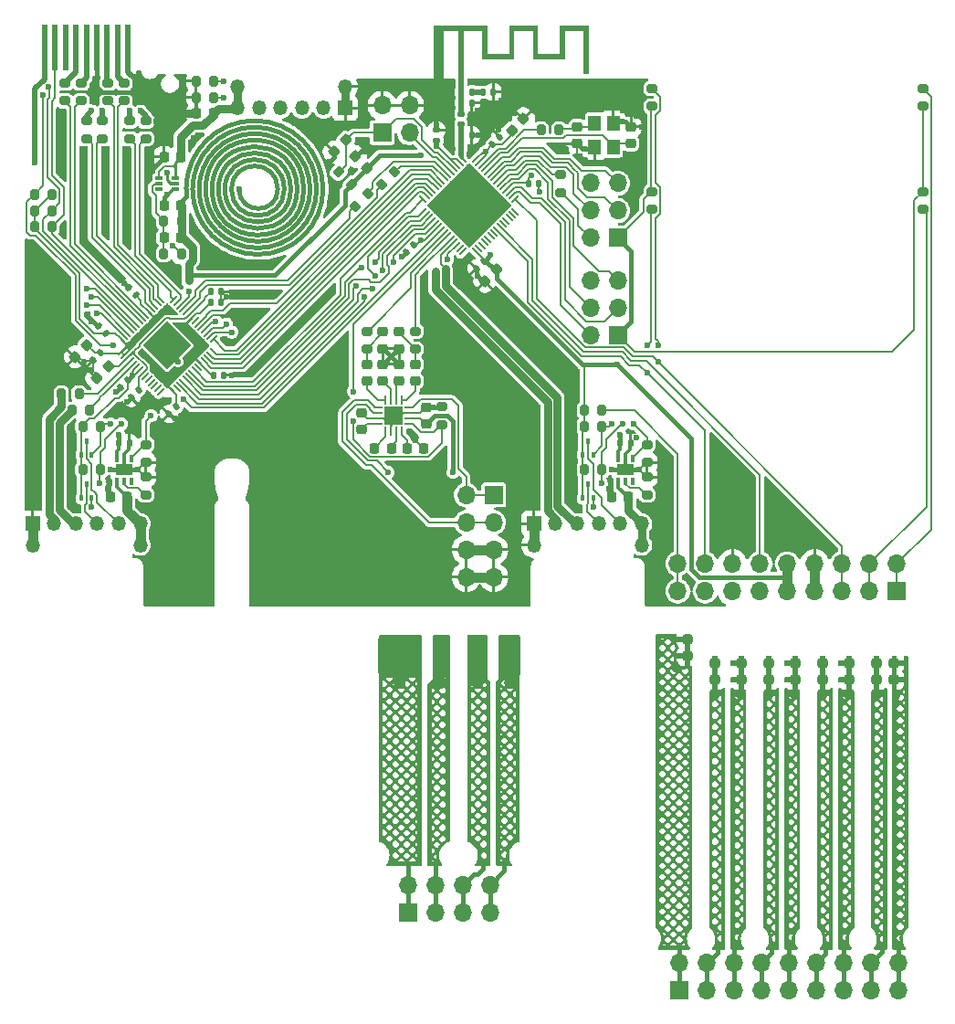
<source format=gtl>
%TF.GenerationSoftware,KiCad,Pcbnew,8.0.2*%
%TF.CreationDate,2024-05-28T21:16:17+01:00*%
%TF.ProjectId,RMC,524d432e-6b69-4636-9164-5f7063625858,rev?*%
%TF.SameCoordinates,Original*%
%TF.FileFunction,Copper,L1,Top*%
%TF.FilePolarity,Positive*%
%FSLAX46Y46*%
G04 Gerber Fmt 4.6, Leading zero omitted, Abs format (unit mm)*
G04 Created by KiCad (PCBNEW 8.0.2) date 2024-05-28 21:16:17*
%MOMM*%
%LPD*%
G01*
G04 APERTURE LIST*
G04 Aperture macros list*
%AMRoundRect*
0 Rectangle with rounded corners*
0 $1 Rounding radius*
0 $2 $3 $4 $5 $6 $7 $8 $9 X,Y pos of 4 corners*
0 Add a 4 corners polygon primitive as box body*
4,1,4,$2,$3,$4,$5,$6,$7,$8,$9,$2,$3,0*
0 Add four circle primitives for the rounded corners*
1,1,$1+$1,$2,$3*
1,1,$1+$1,$4,$5*
1,1,$1+$1,$6,$7*
1,1,$1+$1,$8,$9*
0 Add four rect primitives between the rounded corners*
20,1,$1+$1,$2,$3,$4,$5,0*
20,1,$1+$1,$4,$5,$6,$7,0*
20,1,$1+$1,$6,$7,$8,$9,0*
20,1,$1+$1,$8,$9,$2,$3,0*%
%AMRotRect*
0 Rectangle, with rotation*
0 The origin of the aperture is its center*
0 $1 length*
0 $2 width*
0 $3 Rotation angle, in degrees counterclockwise*
0 Add horizontal line*
21,1,$1,$2,0,0,$3*%
G04 Aperture macros list end*
%TA.AperFunction,Conductor*%
%ADD10C,0.500000*%
%TD*%
%TA.AperFunction,Conductor*%
%ADD11C,0.330000*%
%TD*%
%TA.AperFunction,EtchedComponent*%
%ADD12C,0.400000*%
%TD*%
%TA.AperFunction,EtchedComponent*%
%ADD13C,0.000000*%
%TD*%
%TA.AperFunction,SMDPad,CuDef*%
%ADD14RoundRect,0.225000X-0.250000X0.225000X-0.250000X-0.225000X0.250000X-0.225000X0.250000X0.225000X0*%
%TD*%
%TA.AperFunction,ComponentPad*%
%ADD15O,1.700000X1.700000*%
%TD*%
%TA.AperFunction,ComponentPad*%
%ADD16R,1.700000X1.700000*%
%TD*%
%TA.AperFunction,SMDPad,CuDef*%
%ADD17RoundRect,0.200000X0.275000X-0.200000X0.275000X0.200000X-0.275000X0.200000X-0.275000X-0.200000X0*%
%TD*%
%TA.AperFunction,SMDPad,CuDef*%
%ADD18R,0.350000X0.650000*%
%TD*%
%TA.AperFunction,SMDPad,CuDef*%
%ADD19R,1.600000X1.000000*%
%TD*%
%TA.AperFunction,SMDPad,CuDef*%
%ADD20RoundRect,0.140000X0.021213X-0.219203X0.219203X-0.021213X-0.021213X0.219203X-0.219203X0.021213X0*%
%TD*%
%TA.AperFunction,ComponentPad*%
%ADD21R,1.350000X1.350000*%
%TD*%
%TA.AperFunction,ComponentPad*%
%ADD22O,1.350000X1.350000*%
%TD*%
%TA.AperFunction,SMDPad,CuDef*%
%ADD23RoundRect,0.200000X-0.275000X0.200000X-0.275000X-0.200000X0.275000X-0.200000X0.275000X0.200000X0*%
%TD*%
%TA.AperFunction,SMDPad,CuDef*%
%ADD24RoundRect,0.225000X-0.017678X0.335876X-0.335876X0.017678X0.017678X-0.335876X0.335876X-0.017678X0*%
%TD*%
%TA.AperFunction,SMDPad,CuDef*%
%ADD25RoundRect,0.225000X0.250000X-0.225000X0.250000X0.225000X-0.250000X0.225000X-0.250000X-0.225000X0*%
%TD*%
%TA.AperFunction,SMDPad,CuDef*%
%ADD26RoundRect,0.225000X0.225000X0.250000X-0.225000X0.250000X-0.225000X-0.250000X0.225000X-0.250000X0*%
%TD*%
%TA.AperFunction,SMDPad,CuDef*%
%ADD27RoundRect,0.200000X0.200000X0.275000X-0.200000X0.275000X-0.200000X-0.275000X0.200000X-0.275000X0*%
%TD*%
%TA.AperFunction,SMDPad,CuDef*%
%ADD28RoundRect,0.140000X-0.140000X-0.170000X0.140000X-0.170000X0.140000X0.170000X-0.140000X0.170000X0*%
%TD*%
%TA.AperFunction,SMDPad,CuDef*%
%ADD29RoundRect,0.100000X-0.100000X0.155000X-0.100000X-0.155000X0.100000X-0.155000X0.100000X0.155000X0*%
%TD*%
%TA.AperFunction,SMDPad,CuDef*%
%ADD30RoundRect,0.200000X-0.200000X-0.275000X0.200000X-0.275000X0.200000X0.275000X-0.200000X0.275000X0*%
%TD*%
%TA.AperFunction,SMDPad,CuDef*%
%ADD31RoundRect,0.225000X-0.335876X-0.017678X-0.017678X-0.335876X0.335876X0.017678X0.017678X0.335876X0*%
%TD*%
%TA.AperFunction,SMDPad,CuDef*%
%ADD32RoundRect,0.140000X-0.021213X0.219203X-0.219203X0.021213X0.021213X-0.219203X0.219203X-0.021213X0*%
%TD*%
%TA.AperFunction,SMDPad,CuDef*%
%ADD33RoundRect,0.200000X-0.053033X0.335876X-0.335876X0.053033X0.053033X-0.335876X0.335876X-0.053033X0*%
%TD*%
%TA.AperFunction,SMDPad,CuDef*%
%ADD34RoundRect,0.050000X0.309359X-0.238649X-0.238649X0.309359X-0.309359X0.238649X0.238649X-0.309359X0*%
%TD*%
%TA.AperFunction,SMDPad,CuDef*%
%ADD35RoundRect,0.050000X0.309359X0.238649X0.238649X0.309359X-0.309359X-0.238649X-0.238649X-0.309359X0*%
%TD*%
%TA.AperFunction,HeatsinkPad*%
%ADD36RotRect,3.200000X3.200000X135.000000*%
%TD*%
%TA.AperFunction,SMDPad,CuDef*%
%ADD37RoundRect,0.140000X0.140000X0.170000X-0.140000X0.170000X-0.140000X-0.170000X0.140000X-0.170000X0*%
%TD*%
%TA.AperFunction,SMDPad,CuDef*%
%ADD38RoundRect,0.140000X0.219203X0.021213X0.021213X0.219203X-0.219203X-0.021213X-0.021213X-0.219203X0*%
%TD*%
%TA.AperFunction,SMDPad,CuDef*%
%ADD39RoundRect,0.062500X-0.062500X0.350000X-0.062500X-0.350000X0.062500X-0.350000X0.062500X0.350000X0*%
%TD*%
%TA.AperFunction,SMDPad,CuDef*%
%ADD40RoundRect,0.062500X-0.350000X0.062500X-0.350000X-0.062500X0.350000X-0.062500X0.350000X0.062500X0*%
%TD*%
%TA.AperFunction,HeatsinkPad*%
%ADD41R,1.700000X1.700000*%
%TD*%
%TA.AperFunction,SMDPad,CuDef*%
%ADD42RoundRect,0.200000X0.335876X0.053033X0.053033X0.335876X-0.335876X-0.053033X-0.053033X-0.335876X0*%
%TD*%
%TA.AperFunction,SMDPad,CuDef*%
%ADD43RoundRect,0.140000X-0.170000X0.140000X-0.170000X-0.140000X0.170000X-0.140000X0.170000X0.140000X0*%
%TD*%
%TA.AperFunction,SMDPad,CuDef*%
%ADD44RoundRect,0.225000X-0.225000X-0.250000X0.225000X-0.250000X0.225000X0.250000X-0.225000X0.250000X0*%
%TD*%
%TA.AperFunction,SMDPad,CuDef*%
%ADD45RoundRect,0.085000X0.265000X0.085000X-0.265000X0.085000X-0.265000X-0.085000X0.265000X-0.085000X0*%
%TD*%
%TA.AperFunction,SMDPad,CuDef*%
%ADD46RoundRect,0.050000X-0.309359X0.238649X0.238649X-0.309359X0.309359X-0.238649X-0.238649X0.309359X0*%
%TD*%
%TA.AperFunction,SMDPad,CuDef*%
%ADD47RoundRect,0.050000X-0.309359X-0.238649X-0.238649X-0.309359X0.309359X0.238649X0.238649X0.309359X0*%
%TD*%
%TA.AperFunction,HeatsinkPad*%
%ADD48RotRect,5.600000X5.600000X315.000000*%
%TD*%
%TA.AperFunction,SMDPad,CuDef*%
%ADD49C,0.400000*%
%TD*%
%TA.AperFunction,ComponentPad*%
%ADD50C,0.600000*%
%TD*%
%TA.AperFunction,SMDPad,CuDef*%
%ADD51R,1.200000X1.400000*%
%TD*%
%TA.AperFunction,ConnectorPad*%
%ADD52R,0.500000X0.500000*%
%TD*%
%TA.AperFunction,ComponentPad*%
%ADD53R,0.900000X0.500000*%
%TD*%
%TA.AperFunction,SMDPad,CuDef*%
%ADD54RoundRect,0.147500X-0.172500X0.147500X-0.172500X-0.147500X0.172500X-0.147500X0.172500X0.147500X0*%
%TD*%
%TA.AperFunction,SMDPad,CuDef*%
%ADD55RoundRect,0.225000X0.017678X-0.335876X0.335876X-0.017678X-0.017678X0.335876X-0.335876X0.017678X0*%
%TD*%
%TA.AperFunction,SMDPad,CuDef*%
%ADD56RoundRect,0.147500X0.147500X0.172500X-0.147500X0.172500X-0.147500X-0.172500X0.147500X-0.172500X0*%
%TD*%
%TA.AperFunction,SMDPad,CuDef*%
%ADD57R,0.530000X4.300000*%
%TD*%
%TA.AperFunction,SMDPad,CuDef*%
%ADD58RoundRect,0.160000X-0.640000X-1.790000X0.640000X-1.790000X0.640000X1.790000X-0.640000X1.790000X0*%
%TD*%
%TA.AperFunction,SMDPad,CuDef*%
%ADD59RoundRect,0.190000X-0.760000X-1.760000X0.760000X-1.760000X0.760000X1.760000X-0.760000X1.760000X0*%
%TD*%
%TA.AperFunction,SMDPad,CuDef*%
%ADD60RoundRect,0.200000X-0.800000X-1.750000X0.800000X-1.750000X0.800000X1.750000X-0.800000X1.750000X0*%
%TD*%
%TA.AperFunction,SMDPad,CuDef*%
%ADD61RoundRect,0.390000X-1.610000X-1.560000X1.610000X-1.560000X1.610000X1.560000X-1.610000X1.560000X0*%
%TD*%
%TA.AperFunction,ViaPad*%
%ADD62C,0.600000*%
%TD*%
%TA.AperFunction,Conductor*%
%ADD63C,0.200000*%
%TD*%
%TA.AperFunction,Conductor*%
%ADD64C,0.800000*%
%TD*%
%TA.AperFunction,Conductor*%
%ADD65C,0.400000*%
%TD*%
%TA.AperFunction,Conductor*%
%ADD66C,0.900000*%
%TD*%
%TA.AperFunction,Conductor*%
%ADD67C,0.730000*%
%TD*%
%TA.AperFunction,Conductor*%
%ADD68C,0.350000*%
%TD*%
%TA.AperFunction,Conductor*%
%ADD69C,0.530000*%
%TD*%
%TA.AperFunction,Conductor*%
%ADD70C,0.260000*%
%TD*%
G04 APERTURE END LIST*
D10*
%TO.N,Net-(AE1-A)*%
X140750000Y-106000000D02*
X140750000Y-109000000D01*
D11*
%TO.N,GND*%
X142000000Y-111000000D02*
X142381000Y-111000000D01*
D12*
%TD*%
%TO.C,L1*%
X115250000Y-116000000D02*
X115250000Y-116500000D01*
%TO.C,L1*%
X115250000Y-116000000D02*
G75*
G02*
X127950000Y-116000000I6350000J0D01*
G01*
X115850000Y-116000000D02*
G75*
G02*
X127350000Y-116000000I5750000J0D01*
G01*
X116450000Y-116000000D02*
G75*
G02*
X126750000Y-116000000I5150000J0D01*
G01*
X117050000Y-116000000D02*
G75*
G02*
X126150000Y-116000000I4550000J0D01*
G01*
X117650000Y-116000000D02*
G75*
G02*
X125550000Y-116000000I3950000J0D01*
G01*
X118250000Y-116000000D02*
G75*
G02*
X124950000Y-116000000I3350000J0D01*
G01*
X118850000Y-116000000D02*
G75*
G02*
X124350000Y-116000000I2750000J0D01*
G01*
X119450000Y-116000000D02*
G75*
G02*
X123750000Y-116000000I2150000J0D01*
G01*
X123750000Y-116000000D02*
G75*
G02*
X120150000Y-116000000I-1800000J0D01*
G01*
X124350000Y-116000000D02*
G75*
G02*
X119450000Y-116000000I-2450000J0D01*
G01*
X124950000Y-116000000D02*
G75*
G02*
X118850000Y-116000000I-3050000J0D01*
G01*
X125550000Y-116000000D02*
G75*
G02*
X118250000Y-116000000I-3650000J0D01*
G01*
X126150000Y-116000000D02*
G75*
G02*
X117650000Y-116000000I-4250000J0D01*
G01*
X126750000Y-116000000D02*
G75*
G02*
X117050000Y-116000000I-4850000J0D01*
G01*
X127350000Y-116000000D02*
G75*
G02*
X116450000Y-116000000I-5450000J0D01*
G01*
X127950000Y-116000000D02*
G75*
G02*
X115850000Y-116000000I-6050000J0D01*
G01*
D13*
%TA.AperFunction,EtchedComponent*%
%TO.C,AE1*%
G36*
X143200000Y-103490000D02*
G01*
X145200000Y-103490000D01*
X145200000Y-100850000D01*
X147900000Y-100850000D01*
X147900000Y-103490000D01*
X149900000Y-103490000D01*
X149900000Y-100850000D01*
X152600000Y-100850000D01*
X152600000Y-105290000D01*
X152100000Y-105290000D01*
X152100000Y-101350000D01*
X150400000Y-101350000D01*
X150400000Y-103990000D01*
X147400000Y-103990000D01*
X147400000Y-101350000D01*
X145700000Y-101350000D01*
X145700000Y-103990000D01*
X142700000Y-103990000D01*
X142700000Y-101350000D01*
X141000000Y-101350000D01*
X141000000Y-106250000D01*
X140500000Y-106250000D01*
X140500000Y-101350000D01*
X139100000Y-101350000D01*
X139100000Y-106250000D01*
X138200000Y-106250000D01*
X138200000Y-106006785D01*
X138502417Y-106006785D01*
X138512258Y-106054395D01*
X138536326Y-106096797D01*
X138574269Y-106129581D01*
X138582181Y-106133935D01*
X138624844Y-106146043D01*
X138673363Y-106145300D01*
X138718878Y-106132400D01*
X138737489Y-106121787D01*
X138771132Y-106086553D01*
X138791691Y-106041368D01*
X138798222Y-105991842D01*
X138789782Y-105943583D01*
X138772888Y-105911357D01*
X138737628Y-105878687D01*
X138692318Y-105858592D01*
X138642733Y-105852018D01*
X138594647Y-105859908D01*
X138561755Y-105876814D01*
X138526815Y-105913584D01*
X138507153Y-105958378D01*
X138502417Y-106006785D01*
X138200000Y-106006785D01*
X138200000Y-100850000D01*
X143200000Y-100850000D01*
X143200000Y-103490000D01*
G37*
%TD.AperFunction*%
%TD*%
D14*
%TO.P,J8,1,CD/DAT3*%
%TO.N,Net-(J8-CD{slash}DAT3)*%
X164275000Y-161475000D03*
X164275000Y-159925000D03*
D15*
X163505000Y-190270000D03*
X163505000Y-187730000D03*
D14*
%TO.P,J8,2,CMD*%
%TO.N,Net-(J8-CMD)*%
X166725000Y-161475000D03*
X166725000Y-159925000D03*
D15*
X166045000Y-190270000D03*
X166045000Y-187730000D03*
D14*
%TO.P,J8,3,VSS*%
%TO.N,Net-(C48-Pad1)*%
X169275000Y-161475000D03*
X169275000Y-159925000D03*
D15*
X168585000Y-190270000D03*
X168585000Y-187730000D03*
D14*
%TO.P,J8,4,VDD*%
%TO.N,Net-(J8-VDD)*%
X171725000Y-161475000D03*
X171725000Y-159925000D03*
D15*
X171125000Y-190270000D03*
X171125000Y-187730000D03*
D14*
%TO.P,J8,5,CLK*%
%TO.N,Net-(J8-CLK)*%
X174275000Y-161475000D03*
X174275000Y-159925000D03*
D15*
X173665000Y-190270000D03*
X173665000Y-187730000D03*
D14*
%TO.P,J8,6,VSS*%
%TO.N,Net-(C51-Pad1)*%
X176725000Y-161475000D03*
X176725000Y-159925000D03*
D15*
X176205000Y-190270000D03*
X176205000Y-187730000D03*
D14*
%TO.P,J8,7,DAT0*%
%TO.N,Net-(J8-DAT0)*%
X179275000Y-161475000D03*
X179275000Y-159925000D03*
D15*
X178745000Y-190270000D03*
X178745000Y-187730000D03*
%TO.P,J8,8,DAT1*%
%TO.N,Net-(J8-DAT1)*%
X181285000Y-190270000D03*
X181285000Y-187730000D03*
D14*
X180875000Y-161475000D03*
X180875000Y-159925000D03*
%TO.P,J8,9,DAT2*%
%TO.N,Net-(J8-DAT2)*%
X161725000Y-159275000D03*
X161725000Y-157725000D03*
D16*
X160965000Y-190270000D03*
D15*
X160965000Y-187730000D03*
%TD*%
D17*
%TO.P,R14,1*%
%TO.N,/MCU_DVI_D1+*%
X109500000Y-107825000D03*
%TO.P,R14,2*%
%TO.N,/DVI_D1+*%
X109500000Y-106175000D03*
%TD*%
%TO.P,R18,1*%
%TO.N,/MCU_DVI_D0+*%
X107500000Y-111325000D03*
%TO.P,R18,2*%
%TO.N,/DVI_D0+*%
X107500000Y-109675000D03*
%TD*%
D18*
%TO.P,U4,1,OUT*%
%TO.N,Net-(J5-VBUS)*%
X108850000Y-143050000D03*
%TO.P,U4,2,ILIM*%
%TO.N,Net-(U4-ILIM)*%
X109500000Y-143050000D03*
%TO.P,U4,3,~{FAULT}*%
%TO.N,unconnected-(U4-~{FAULT}-Pad3)*%
X110150000Y-143050000D03*
%TO.P,U4,4,EN*%
%TO.N,H2_PWR_EN*%
X110150000Y-140950000D03*
%TO.P,U4,5,GND*%
%TO.N,GND*%
X109500000Y-140950000D03*
%TO.P,U4,6,IN*%
%TO.N,VCC*%
X108850000Y-140950000D03*
D19*
%TO.P,U4,7,EP*%
%TO.N,GND*%
X109500000Y-142000000D03*
%TD*%
D17*
%TO.P,R23,1*%
%TO.N,/MCU_DVI_CK-*%
X104000000Y-107825000D03*
%TO.P,R23,2*%
%TO.N,/DVI_CK-*%
X104000000Y-106175000D03*
%TD*%
%TO.P,R28,1*%
%TO.N,Net-(U4-ILIM)*%
X111500000Y-144325000D03*
%TO.P,R28,2*%
%TO.N,GND*%
X111500000Y-142675000D03*
%TD*%
D20*
%TO.P,C21,1*%
%TO.N,GND*%
X135660589Y-121839411D03*
%TO.P,C21,2*%
%TO.N,+3V3*%
X136339411Y-121160589D03*
%TD*%
D21*
%TO.P,J6,1,GND*%
%TO.N,GND*%
X147500000Y-147000000D03*
D22*
X147500000Y-149000000D03*
%TO.P,J6,2,D+*%
%TO.N,H1_D+*%
X149500000Y-147000000D03*
%TO.P,J6,3,D-*%
%TO.N,H1_D-*%
X151500000Y-147000000D03*
%TO.P,J6,4,CC1*%
%TO.N,Net-(J6-CC1)*%
X153500000Y-147000000D03*
%TO.P,J6,5,CC2*%
%TO.N,Net-(J6-CC2)*%
X155500000Y-147000000D03*
%TO.P,J6,6,VBUS*%
%TO.N,Net-(J6-VBUS)*%
X157500000Y-147000000D03*
X157500000Y-149000000D03*
%TD*%
D23*
%TO.P,R20,1*%
%TO.N,+3V3*%
X183550000Y-116250000D03*
%TO.P,R20,2*%
%TO.N,Net-(J4-CD{slash}DAT3)*%
X183550000Y-117900000D03*
%TD*%
D14*
%TO.P,C38,1*%
%TO.N,GND*%
X135000000Y-132225000D03*
%TO.P,C38,2*%
%TO.N,Net-(U6-INL+)*%
X135000000Y-133775000D03*
%TD*%
D24*
%TO.P,C27,1*%
%TO.N,ESP_RST*%
X130048008Y-111451992D03*
%TO.P,C27,2*%
%TO.N,GND*%
X128951992Y-112548008D03*
%TD*%
D25*
%TO.P,C48,1*%
%TO.N,Net-(C48-Pad1)*%
X169275000Y-161475000D03*
%TO.P,C48,2*%
X169275000Y-159925000D03*
%TD*%
D17*
%TO.P,R11,1*%
%TO.N,+3V3*%
X158450000Y-108325000D03*
%TO.P,R11,2*%
%TO.N,Net-(J4-CMD)*%
X158450000Y-106675000D03*
%TD*%
D25*
%TO.P,C50,1*%
%TO.N,Net-(J8-CLK)*%
X174275000Y-161475000D03*
%TO.P,C50,2*%
X174275000Y-159925000D03*
%TD*%
D26*
%TO.P,C4,1*%
%TO.N,+3V3*%
X114775000Y-117500000D03*
%TO.P,C4,2*%
%TO.N,GND*%
X113225000Y-117500000D03*
%TD*%
D25*
%TO.P,C53,1*%
%TO.N,Net-(J8-DAT1)*%
X180875000Y-161475000D03*
%TO.P,C53,2*%
X180875000Y-159925000D03*
%TD*%
D21*
%TO.P,J2,1,GND*%
%TO.N,GND*%
X130000000Y-108500000D03*
D22*
X130000000Y-106500000D03*
%TO.P,J2,2,D+*%
%TO.N,unconnected-(J2-D+-Pad2)*%
X128000000Y-108500000D03*
%TO.P,J2,3,D-*%
%TO.N,unconnected-(J2-D--Pad3)*%
X126000000Y-108500000D03*
%TO.P,J2,4,CC1*%
%TO.N,Net-(J2-CC1)*%
X124000000Y-108500000D03*
%TO.P,J2,5,CC2*%
%TO.N,Net-(J2-CC2)*%
X122000000Y-108500000D03*
%TO.P,J2,6,VBUS*%
%TO.N,VCC*%
X120000000Y-108500000D03*
X120000000Y-106500000D03*
%TD*%
D27*
%TO.P,R2,1*%
%TO.N,Net-(J2-CC1)*%
X117825000Y-106000000D03*
%TO.P,R2,2*%
%TO.N,GND*%
X116175000Y-106000000D03*
%TD*%
D28*
%TO.P,C25,1*%
%TO.N,Net-(AE1-A)*%
X140770000Y-108000000D03*
%TO.P,C25,2*%
%TO.N,GND*%
X141730000Y-108000000D03*
%TD*%
D29*
%TO.P,Q2,1,G*%
%TO.N,+3V3*%
X152000000Y-140645000D03*
%TO.P,Q2,2,S*%
%TO.N,H1_CC2*%
X153000000Y-140645000D03*
%TO.P,Q2,3,D*%
%TO.N,Net-(J6-CC2)*%
X152500000Y-139355000D03*
%TD*%
%TO.P,Q1,1,G*%
%TO.N,+3V3*%
X105500000Y-140645000D03*
%TO.P,Q1,2,S*%
%TO.N,H2_CC2*%
X106500000Y-140645000D03*
%TO.P,Q1,3,D*%
%TO.N,Net-(J5-CC2)*%
X106000000Y-139355000D03*
%TD*%
D26*
%TO.P,C2,1*%
%TO.N,VCC*%
X114775000Y-113000000D03*
%TO.P,C2,2*%
%TO.N,GND*%
X113225000Y-113000000D03*
%TD*%
D14*
%TO.P,C39,1*%
%TO.N,GND*%
X133500000Y-132225000D03*
%TO.P,C39,2*%
%TO.N,Net-(U6-INR+)*%
X133500000Y-133775000D03*
%TD*%
D30*
%TO.P,R21,1*%
%TO.N,+3V3*%
X152175000Y-136500000D03*
%TO.P,R21,2*%
%TO.N,Net-(J4-DAT1)*%
X153825000Y-136500000D03*
%TD*%
D31*
%TO.P,C20,1*%
%TO.N,GND*%
X130951992Y-112951992D03*
%TO.P,C20,2*%
%TO.N,+3V3*%
X132048008Y-114048008D03*
%TD*%
D28*
%TO.P,C26,1*%
%TO.N,Net-(U3-LNA_IN{slash}RF)*%
X140770000Y-111000000D03*
%TO.P,C26,2*%
%TO.N,GND*%
X141730000Y-111000000D03*
%TD*%
D14*
%TO.P,C35,1*%
%TO.N,GND*%
X137500000Y-136225000D03*
%TO.P,C35,2*%
%TO.N,VCC*%
X137500000Y-137775000D03*
%TD*%
D26*
%TO.P,C3,1*%
%TO.N,+3V3*%
X114775000Y-120500000D03*
%TO.P,C3,2*%
%TO.N,Net-(U1-FB)*%
X113225000Y-120500000D03*
%TD*%
D32*
%TO.P,C6,1*%
%TO.N,Net-(U2-VREG_VOUT)*%
X110839411Y-134660589D03*
%TO.P,C6,2*%
%TO.N,GND*%
X110160589Y-135339411D03*
%TD*%
D25*
%TO.P,C47,1*%
%TO.N,Net-(J8-CMD)*%
X166725000Y-161475000D03*
%TO.P,C47,2*%
X166725000Y-159925000D03*
%TD*%
D28*
%TO.P,C12,1*%
%TO.N,+3V3*%
X117770000Y-133250000D03*
%TO.P,C12,2*%
%TO.N,GND*%
X118730000Y-133250000D03*
%TD*%
D29*
%TO.P,Q3,1,G*%
%TO.N,+3V3*%
X105500000Y-144645000D03*
%TO.P,Q3,2,S*%
%TO.N,H2_CC1*%
X106500000Y-144645000D03*
%TO.P,Q3,3,D*%
%TO.N,Net-(J5-CC1)*%
X106000000Y-143355000D03*
%TD*%
D23*
%TO.P,R16,1*%
%TO.N,+3V3*%
X158450000Y-116250000D03*
%TO.P,R16,2*%
%TO.N,Net-(J4-DAT0)*%
X158450000Y-117900000D03*
%TD*%
D25*
%TO.P,C52,1*%
%TO.N,Net-(J8-DAT0)*%
X179275000Y-161475000D03*
%TO.P,C52,2*%
X179275000Y-159925000D03*
%TD*%
D33*
%TO.P,R9,1*%
%TO.N,Net-(U3-GPIO2{slash}ADC1_CH1)*%
X134583363Y-114416637D03*
%TO.P,R9,2*%
%TO.N,SWCLK*%
X133416637Y-115583363D03*
%TD*%
D28*
%TO.P,C5,1*%
%TO.N,Net-(U2-VREG_VOUT)*%
X117520000Y-125500000D03*
%TO.P,C5,2*%
%TO.N,GND*%
X118480000Y-125500000D03*
%TD*%
D32*
%TO.P,C9,1*%
%TO.N,+3V3*%
X107339411Y-131160589D03*
%TO.P,C9,2*%
%TO.N,GND*%
X106660589Y-131839411D03*
%TD*%
D25*
%TO.P,C49,1*%
%TO.N,Net-(J8-VDD)*%
X171725000Y-161475000D03*
%TO.P,C49,2*%
X171725000Y-159925000D03*
%TD*%
%TO.P,C46,1*%
%TO.N,Net-(J8-CD{slash}DAT3)*%
X164275000Y-161475000D03*
%TO.P,C46,2*%
X164275000Y-159925000D03*
%TD*%
D34*
%TO.P,U2,1,IOVDD*%
%TO.N,+3V3*%
X114092202Y-134769157D03*
%TO.P,U2,2,GPIO0*%
%TO.N,unconnected-(U2-GPIO0-Pad2)*%
X114375045Y-134486314D03*
%TO.P,U2,3,GPIO1*%
%TO.N,FSPI_CS*%
X114657887Y-134203472D03*
%TO.P,U2,4,GPIO2*%
%TO.N,FSPI_CLK*%
X114940730Y-133920629D03*
%TO.P,U2,5,GPIO3*%
%TO.N,FSPI_D0*%
X115223573Y-133637786D03*
%TO.P,U2,6,GPIO4*%
%TO.N,FSPI_D1*%
X115506415Y-133354944D03*
%TO.P,U2,7,GPIO5*%
%TO.N,FSPI_D2*%
X115789258Y-133072101D03*
%TO.P,U2,8,GPIO6*%
%TO.N,FSPI_D3*%
X116072101Y-132789258D03*
%TO.P,U2,9,GPIO7*%
%TO.N,unconnected-(U2-GPIO7-Pad9)*%
X116354944Y-132506415D03*
%TO.P,U2,10,IOVDD*%
%TO.N,+3V3*%
X116637786Y-132223573D03*
%TO.P,U2,11,GPIO8*%
%TO.N,SPI3_MOSI*%
X116920629Y-131940730D03*
%TO.P,U2,12,GPIO9*%
%TO.N,SPI3_CS*%
X117203472Y-131657887D03*
%TO.P,U2,13,GPIO10*%
%TO.N,SPI3_CLK*%
X117486314Y-131375045D03*
%TO.P,U2,14,GPIO11*%
%TO.N,SPI3_MISO*%
X117769157Y-131092202D03*
D35*
%TO.P,U2,15,GPIO12*%
%TO.N,IRQ*%
X117769157Y-129907798D03*
%TO.P,U2,16,GPIO13*%
%TO.N,H1_PWR_EN*%
X117486314Y-129624955D03*
%TO.P,U2,17,GPIO14*%
%TO.N,H2_PWR_EN*%
X117203472Y-129342113D03*
%TO.P,U2,18,GPIO15*%
%TO.N,/CEC*%
X116920629Y-129059270D03*
%TO.P,U2,19,TESTEN*%
%TO.N,GND*%
X116637786Y-128776427D03*
%TO.P,U2,20,XIN*%
%TO.N,MCU_OSC*%
X116354944Y-128493585D03*
%TO.P,U2,21,XOUT*%
%TO.N,unconnected-(U2-XOUT-Pad21)*%
X116072101Y-128210742D03*
%TO.P,U2,22,IOVDD*%
%TO.N,+3V3*%
X115789258Y-127927899D03*
%TO.P,U2,23,DVDD*%
%TO.N,Net-(U2-VREG_VOUT)*%
X115506415Y-127645056D03*
%TO.P,U2,24,SWCLK*%
%TO.N,SWCLK*%
X115223573Y-127362214D03*
%TO.P,U2,25,SWD*%
%TO.N,SWD*%
X114940730Y-127079371D03*
%TO.P,U2,26,RUN*%
%TO.N,MCU_RUN*%
X114657887Y-126796528D03*
%TO.P,U2,27,GPIO16*%
%TO.N,/MCU_DVI_D2+*%
X114375045Y-126513686D03*
%TO.P,U2,28,GPIO17*%
%TO.N,/MCU_DVI_D2-*%
X114092202Y-126230843D03*
D34*
%TO.P,U2,29,GPIO18*%
%TO.N,/MCU_DVI_D1+*%
X112907798Y-126230843D03*
%TO.P,U2,30,GPIO19*%
%TO.N,/MCU_DVI_D1-*%
X112624955Y-126513686D03*
%TO.P,U2,31,GPIO20*%
%TO.N,/MCU_DVI_D0+*%
X112342113Y-126796528D03*
%TO.P,U2,32,GPIO21*%
%TO.N,/MCU_DVI_D0-*%
X112059270Y-127079371D03*
%TO.P,U2,33,IOVDD*%
%TO.N,+3V3*%
X111776427Y-127362214D03*
%TO.P,U2,34,GPIO22*%
%TO.N,/MCU_DVI_CK+*%
X111493585Y-127645056D03*
%TO.P,U2,35,GPIO23*%
%TO.N,/MCU_DVI_CK-*%
X111210742Y-127927899D03*
%TO.P,U2,36,GPIO24*%
%TO.N,/DDC_SDA*%
X110927899Y-128210742D03*
%TO.P,U2,37,GPIO25*%
%TO.N,/DDC_SCL*%
X110645056Y-128493585D03*
%TO.P,U2,38,GPIO26_ADC0*%
%TO.N,H2_CC2*%
X110362214Y-128776427D03*
%TO.P,U2,39,GPIO27_ADC1*%
%TO.N,H2_CC1*%
X110079371Y-129059270D03*
%TO.P,U2,40,GPIO28_ADC2*%
%TO.N,H1_CC2*%
X109796528Y-129342113D03*
%TO.P,U2,41,GPIO29_ADC3*%
%TO.N,H1_CC1*%
X109513686Y-129624955D03*
%TO.P,U2,42,IOVDD*%
%TO.N,+3V3*%
X109230843Y-129907798D03*
D35*
%TO.P,U2,43,ADC_AVDD*%
X109230843Y-131092202D03*
%TO.P,U2,44,VREG_IN*%
X109513686Y-131375045D03*
%TO.P,U2,45,VREG_VOUT*%
%TO.N,Net-(U2-VREG_VOUT)*%
X109796528Y-131657887D03*
%TO.P,U2,46,USB_DM*%
%TO.N,/MCU_H2_D+*%
X110079371Y-131940730D03*
%TO.P,U2,47,USB_DP*%
%TO.N,/MCU_H2_D-*%
X110362214Y-132223573D03*
%TO.P,U2,48,USB_VDD*%
%TO.N,+3V3*%
X110645056Y-132506415D03*
%TO.P,U2,49,IOVDD*%
X110927899Y-132789258D03*
%TO.P,U2,50,DVDD*%
%TO.N,Net-(U2-VREG_VOUT)*%
X111210742Y-133072101D03*
%TO.P,U2,51,QSPI_SD3*%
%TO.N,unconnected-(U2-QSPI_SD3-Pad51)*%
X111493585Y-133354944D03*
%TO.P,U2,52,QSPI_SCLK*%
%TO.N,unconnected-(U2-QSPI_SCLK-Pad52)*%
X111776427Y-133637786D03*
%TO.P,U2,53,QSPI_SD0*%
%TO.N,unconnected-(U2-QSPI_SD0-Pad53)*%
X112059270Y-133920629D03*
%TO.P,U2,54,QSPI_SD2*%
%TO.N,unconnected-(U2-QSPI_SD2-Pad54)*%
X112342113Y-134203472D03*
%TO.P,U2,55,QSPI_SD1*%
%TO.N,unconnected-(U2-QSPI_SD1-Pad55)*%
X112624955Y-134486314D03*
%TO.P,U2,56,QSPI_SS*%
%TO.N,unconnected-(U2-QSPI_SS-Pad56)*%
X112907798Y-134769157D03*
D36*
%TO.P,U2,57,GND*%
%TO.N,GND*%
X113500000Y-130500000D03*
%TD*%
D16*
%TO.P,J7,1,Pin_1*%
%TO.N,ESP_RST*%
X133425000Y-110775000D03*
D15*
%TO.P,J7,2,Pin_2*%
%TO.N,GND*%
X133425000Y-108235000D03*
%TO.P,J7,3,Pin_3*%
%TO.N,GPIO0*%
X135965000Y-110775000D03*
%TO.P,J7,4,Pin_4*%
%TO.N,GND*%
X135965000Y-108235000D03*
%TD*%
D28*
%TO.P,C13,1*%
%TO.N,+3V3*%
X117520000Y-126500000D03*
%TO.P,C13,2*%
%TO.N,GND*%
X118480000Y-126500000D03*
%TD*%
D26*
%TO.P,C31,1*%
%TO.N,Net-(J5-VBUS)*%
X109775000Y-144500000D03*
%TO.P,C31,2*%
%TO.N,GND*%
X108225000Y-144500000D03*
%TD*%
D23*
%TO.P,R35,1*%
%TO.N,PDM_L*%
X136500000Y-129175000D03*
%TO.P,R35,2*%
%TO.N,Net-(C36-Pad2)*%
X136500000Y-130825000D03*
%TD*%
D30*
%TO.P,R4,1*%
%TO.N,Net-(U1-FB)*%
X113175000Y-122000000D03*
%TO.P,R4,2*%
%TO.N,GND*%
X114825000Y-122000000D03*
%TD*%
D17*
%TO.P,R19,1*%
%TO.N,/MCU_DVI_D0-*%
X106000000Y-111325000D03*
%TO.P,R19,2*%
%TO.N,/DVI_D0-*%
X106000000Y-109675000D03*
%TD*%
D37*
%TO.P,C22,1*%
%TO.N,GND*%
X147980000Y-115500000D03*
%TO.P,C22,2*%
%TO.N,+3V3*%
X147020000Y-115500000D03*
%TD*%
D30*
%TO.P,R6,1*%
%TO.N,H2_D-*%
X104675000Y-136500000D03*
%TO.P,R6,2*%
%TO.N,/MCU_H2_D-*%
X106325000Y-136500000D03*
%TD*%
D17*
%TO.P,R29,1*%
%TO.N,GND*%
X158000000Y-141325000D03*
%TO.P,R29,2*%
%TO.N,H1_PWR_EN*%
X158000000Y-139675000D03*
%TD*%
D21*
%TO.P,J5,1,GND*%
%TO.N,GND*%
X101000000Y-147000000D03*
D22*
X101000000Y-149000000D03*
%TO.P,J5,2,D+*%
%TO.N,H2_D+*%
X103000000Y-147000000D03*
%TO.P,J5,3,D-*%
%TO.N,H2_D-*%
X105000000Y-147000000D03*
%TO.P,J5,4,CC1*%
%TO.N,Net-(J5-CC1)*%
X107000000Y-147000000D03*
%TO.P,J5,5,CC2*%
%TO.N,Net-(J5-CC2)*%
X109000000Y-147000000D03*
%TO.P,J5,6,VBUS*%
%TO.N,Net-(J5-VBUS)*%
X111000000Y-147000000D03*
X111000000Y-149000000D03*
%TD*%
D38*
%TO.P,C15,1*%
%TO.N,+3V3*%
X107839411Y-129339411D03*
%TO.P,C15,2*%
%TO.N,GND*%
X107160589Y-128660589D03*
%TD*%
D25*
%TO.P,C30,1*%
%TO.N,GND*%
X151500000Y-111775000D03*
%TO.P,C30,2*%
%TO.N,Net-(C30-Pad2)*%
X151500000Y-110225000D03*
%TD*%
D39*
%TO.P,U6,1,INL-*%
%TO.N,Net-(U6-INL-)*%
X135250000Y-135537500D03*
%TO.P,U6,2,INL+*%
%TO.N,Net-(U6-INL+)*%
X134750000Y-135537500D03*
%TO.P,U6,3,INR+*%
%TO.N,Net-(U6-INR+)*%
X134250000Y-135537500D03*
%TO.P,U6,4,INR-*%
%TO.N,Net-(U6-INR-)*%
X133750000Y-135537500D03*
D40*
%TO.P,U6,5,OUTR*%
%TO.N,Net-(U6-OUTR)*%
X133037500Y-136250000D03*
%TO.P,U6,6,G0*%
%TO.N,VCC*%
X133037500Y-136750000D03*
%TO.P,U6,7,G1*%
%TO.N,GND*%
X133037500Y-137250000D03*
%TO.P,U6,8,HPVSS*%
%TO.N,Net-(U6-HPVSS)*%
X133037500Y-137750000D03*
D39*
%TO.P,U6,9,C-*%
%TO.N,Net-(U6-C-)*%
X133750000Y-138462500D03*
%TO.P,U6,10,PGND*%
%TO.N,GND*%
X134250000Y-138462500D03*
%TO.P,U6,11,C+*%
%TO.N,Net-(U6-C+)*%
X134750000Y-138462500D03*
%TO.P,U6,12,HPVDD*%
%TO.N,Net-(U6-HPVDD)*%
X135250000Y-138462500D03*
D40*
%TO.P,U6,13,EN*%
%TO.N,AUDIO_EN*%
X135962500Y-137750000D03*
%TO.P,U6,14,PVDD*%
%TO.N,VCC*%
X135962500Y-137250000D03*
%TO.P,U6,15,SGND*%
%TO.N,GND*%
X135962500Y-136750000D03*
%TO.P,U6,16,OUTL*%
%TO.N,Net-(U6-OUTL)*%
X135962500Y-136250000D03*
D41*
%TO.P,U6,17,EP*%
%TO.N,GND*%
X134500000Y-137000000D03*
%TD*%
D14*
%TO.P,C29,1*%
%TO.N,GND*%
X156500000Y-110225000D03*
%TO.P,C29,2*%
%TO.N,Net-(U3-XTAL_N)*%
X156500000Y-111775000D03*
%TD*%
D17*
%TO.P,R15,1*%
%TO.N,+3V3*%
X183550000Y-108325000D03*
%TO.P,R15,2*%
%TO.N,Net-(J4-DAT2)*%
X183550000Y-106675000D03*
%TD*%
D23*
%TO.P,R5,1*%
%TO.N,Net-(U3-U0TXD{slash}PROG{slash}GPIO43)*%
X150000000Y-114675000D03*
%TO.P,R5,2*%
%TO.N,U0TX*%
X150000000Y-116325000D03*
%TD*%
D17*
%TO.P,R22,1*%
%TO.N,/MCU_DVI_CK+*%
X105500000Y-107825000D03*
%TO.P,R22,2*%
%TO.N,/DVI_CK+*%
X105500000Y-106175000D03*
%TD*%
D14*
%TO.P,C43,1*%
%TO.N,GND*%
X131500000Y-136725000D03*
%TO.P,C43,2*%
%TO.N,Net-(U6-HPVSS)*%
X131500000Y-138275000D03*
%TD*%
D23*
%TO.P,R37,1*%
%TO.N,GND*%
X139000000Y-136175000D03*
%TO.P,R37,2*%
%TO.N,AUDIO_EN*%
X139000000Y-137825000D03*
%TD*%
D25*
%TO.P,C45,1*%
%TO.N,Net-(J8-DAT2)*%
X161725000Y-159275000D03*
%TO.P,C45,2*%
X161725000Y-157725000D03*
%TD*%
D17*
%TO.P,R30,1*%
%TO.N,Net-(U5-ILIM)*%
X158000000Y-144325000D03*
%TO.P,R30,2*%
%TO.N,GND*%
X158000000Y-142675000D03*
%TD*%
D42*
%TO.P,R38,1*%
%TO.N,+3V3*%
X130583363Y-115583363D03*
%TO.P,R38,2*%
%TO.N,ESP_RST*%
X129416637Y-114416637D03*
%TD*%
D14*
%TO.P,C41,1*%
%TO.N,Net-(C40-Pad1)*%
X133500000Y-129225000D03*
%TO.P,C41,2*%
%TO.N,GND*%
X133500000Y-130775000D03*
%TD*%
D30*
%TO.P,R7,1*%
%TO.N,H2_D+*%
X103675000Y-135000000D03*
%TO.P,R7,2*%
%TO.N,/MCU_H2_D+*%
X105325000Y-135000000D03*
%TD*%
D17*
%TO.P,R13,1*%
%TO.N,/MCU_DVI_D2-*%
X110000000Y-111325000D03*
%TO.P,R13,2*%
%TO.N,/DVI_D2-*%
X110000000Y-109675000D03*
%TD*%
D43*
%TO.P,C18,1*%
%TO.N,GND*%
X138500000Y-110520000D03*
%TO.P,C18,2*%
%TO.N,+3V3*%
X138500000Y-111480000D03*
%TD*%
D29*
%TO.P,Q4,1,G*%
%TO.N,+3V3*%
X152000000Y-144645000D03*
%TO.P,Q4,2,S*%
%TO.N,H1_CC1*%
X153000000Y-144645000D03*
%TO.P,Q4,3,D*%
%TO.N,Net-(J6-CC1)*%
X152500000Y-143355000D03*
%TD*%
D20*
%TO.P,C16,1*%
%TO.N,GND*%
X142160589Y-123339411D03*
%TO.P,C16,2*%
%TO.N,+3V3*%
X142839411Y-122660589D03*
%TD*%
D44*
%TO.P,C42,1*%
%TO.N,Net-(U6-C-)*%
X132725000Y-140000000D03*
%TO.P,C42,2*%
%TO.N,Net-(U6-C+)*%
X134275000Y-140000000D03*
%TD*%
D16*
%TO.P,J10,1,Pin_1*%
%TO.N,+3V3*%
X155275000Y-120525000D03*
D15*
%TO.P,J10,2,Pin_2*%
%TO.N,U0TX*%
X152735000Y-120525000D03*
%TO.P,J10,3,Pin_3*%
%TO.N,GPIO45*%
X155275000Y-117985000D03*
%TO.P,J10,4,Pin_4*%
%TO.N,U0RX*%
X152735000Y-117985000D03*
%TO.P,J10,5,Pin_5*%
%TO.N,GPIO46*%
X155275000Y-115445000D03*
%TO.P,J10,6,Pin_6*%
%TO.N,GND*%
X152735000Y-115445000D03*
%TD*%
D26*
%TO.P,C32,1*%
%TO.N,Net-(J6-VBUS)*%
X156275000Y-144500000D03*
%TO.P,C32,2*%
%TO.N,GND*%
X154725000Y-144500000D03*
%TD*%
D18*
%TO.P,U5,1,OUT*%
%TO.N,Net-(J6-VBUS)*%
X155350000Y-143050000D03*
%TO.P,U5,2,ILIM*%
%TO.N,Net-(U5-ILIM)*%
X156000000Y-143050000D03*
%TO.P,U5,3,~{FAULT}*%
%TO.N,unconnected-(U5-~{FAULT}-Pad3)*%
X156650000Y-143050000D03*
%TO.P,U5,4,EN*%
%TO.N,H1_PWR_EN*%
X156650000Y-140950000D03*
%TO.P,U5,5,GND*%
%TO.N,GND*%
X156000000Y-140950000D03*
%TO.P,U5,6,IN*%
%TO.N,VCC*%
X155350000Y-140950000D03*
D19*
%TO.P,U5,7,EP*%
%TO.N,GND*%
X156000000Y-142000000D03*
%TD*%
D28*
%TO.P,C33,1*%
%TO.N,VCC*%
X109020000Y-139500000D03*
%TO.P,C33,2*%
%TO.N,GND*%
X109980000Y-139500000D03*
%TD*%
D16*
%TO.P,J1,1,Pin_1*%
%TO.N,+3V3*%
X155275000Y-129525000D03*
D15*
%TO.P,J1,2,Pin_2*%
%TO.N,MTCK*%
X152735000Y-129525000D03*
%TO.P,J1,3,Pin_3*%
%TO.N,MTDO*%
X155275000Y-126985000D03*
%TO.P,J1,4,Pin_4*%
%TO.N,MTDI*%
X152735000Y-126985000D03*
%TO.P,J1,5,Pin_5*%
%TO.N,MTMS*%
X155275000Y-124445000D03*
%TO.P,J1,6,Pin_6*%
%TO.N,GND*%
X152735000Y-124445000D03*
%TD*%
D32*
%TO.P,C10,1*%
%TO.N,+3V3*%
X109839411Y-133660589D03*
%TO.P,C10,2*%
%TO.N,GND*%
X109160589Y-134339411D03*
%TD*%
D17*
%TO.P,R27,1*%
%TO.N,GND*%
X111500000Y-141325000D03*
%TO.P,R27,2*%
%TO.N,H2_PWR_EN*%
X111500000Y-139675000D03*
%TD*%
D14*
%TO.P,C40,1*%
%TO.N,Net-(C40-Pad1)*%
X132000000Y-132225000D03*
%TO.P,C40,2*%
%TO.N,Net-(U6-INR-)*%
X132000000Y-133775000D03*
%TD*%
D27*
%TO.P,R1,1*%
%TO.N,Net-(J2-CC2)*%
X117825000Y-107500000D03*
%TO.P,R1,2*%
%TO.N,GND*%
X116175000Y-107500000D03*
%TD*%
D45*
%TO.P,U1,1,GND*%
%TO.N,GND*%
X114250000Y-116000000D03*
%TO.P,U1,2,SW*%
%TO.N,Net-(U1-SW)*%
X114250000Y-115500000D03*
%TO.P,U1,3,VIN*%
%TO.N,VCC*%
X114250000Y-115000000D03*
%TO.P,U1,4,EN*%
X112750000Y-115000000D03*
%TO.P,U1,5,FB*%
%TO.N,Net-(U1-FB)*%
X112750000Y-115500000D03*
%TO.P,U1,6,PG*%
%TO.N,unconnected-(U1-PG-Pad6)*%
X112750000Y-116000000D03*
%TD*%
D25*
%TO.P,C51,1*%
%TO.N,Net-(C51-Pad1)*%
X176725000Y-161475000D03*
%TO.P,C51,2*%
X176725000Y-159925000D03*
%TD*%
D46*
%TO.P,U3,1,LNA_IN/RF*%
%TO.N,Net-(U3-LNA_IN{slash}RF)*%
X140907798Y-113230843D03*
%TO.P,U3,2,VDD3P3*%
%TO.N,+3V3*%
X140624955Y-113513686D03*
%TO.P,U3,3,VDD3P3*%
X140342113Y-113796528D03*
%TO.P,U3,4,CHIP_PU/RESET*%
%TO.N,ESP_RST*%
X140059270Y-114079371D03*
%TO.P,U3,5,GPIO0/BOOT*%
%TO.N,GPIO0*%
X139776427Y-114362214D03*
%TO.P,U3,6,GPIO1/ADC1_CH0*%
%TO.N,Net-(U3-GPIO1{slash}ADC1_CH0)*%
X139493585Y-114645056D03*
%TO.P,U3,7,GPIO2/ADC1_CH1*%
%TO.N,Net-(U3-GPIO2{slash}ADC1_CH1)*%
X139210742Y-114927899D03*
%TO.P,U3,8,GPIO3/ADC1_CH2*%
%TO.N,MCU_OSC*%
X138927899Y-115210742D03*
%TO.P,U3,9,GPIO4/ADC1_CH3*%
%TO.N,IRQ*%
X138645056Y-115493585D03*
%TO.P,U3,10,GPIO5/ADC1_CH4*%
%TO.N,SPI3_MISO*%
X138362214Y-115776427D03*
%TO.P,U3,11,GPIO6/ADC1_CH5*%
%TO.N,SPI3_CLK*%
X138079371Y-116059270D03*
%TO.P,U3,12,GPIO7/ADC1_CH6*%
%TO.N,SPI3_CS*%
X137796528Y-116342113D03*
%TO.P,U3,13,GPIO8/ADC1_CH7*%
%TO.N,SPI3_MOSI*%
X137513686Y-116624955D03*
%TO.P,U3,14,GPIO9/ADC1_CH8*%
%TO.N,FSPI_D3*%
X137230843Y-116907798D03*
D47*
%TO.P,U3,15,GPIO10/ADC1_CH9*%
%TO.N,FSPI_CS*%
X137230843Y-118092202D03*
%TO.P,U3,16,GPIO11/ADC2_CH0*%
%TO.N,FSPI_D0*%
X137513686Y-118375045D03*
%TO.P,U3,17,GPIO12/ADC2_CH1*%
%TO.N,FSPI_CLK*%
X137796528Y-118657887D03*
%TO.P,U3,18,GPIO13/ADC2_CH2*%
%TO.N,FSPI_D1*%
X138079371Y-118940730D03*
%TO.P,U3,19,GPIO14/ADC2_CH3*%
%TO.N,FSPI_D2*%
X138362214Y-119223573D03*
%TO.P,U3,20,VDD3P3_RTC*%
%TO.N,+3V3*%
X138645056Y-119506415D03*
%TO.P,U3,21,GPIO15/ADC2_CH4/XTAL_32K_P*%
%TO.N,MCU_RUN*%
X138927899Y-119789258D03*
%TO.P,U3,22,GPIO16/ADC2_CH5/XTAL_32K_N*%
%TO.N,AUDIO_EN*%
X139210742Y-120072101D03*
%TO.P,U3,23,GPIO17/ADC2_CH6*%
%TO.N,PDM_R*%
X139493585Y-120354944D03*
%TO.P,U3,24,GPIO18/ADC2_CH7*%
%TO.N,PDM_L*%
X139776427Y-120637786D03*
%TO.P,U3,25,GPIO19/USB_D-/ADC2_CH8*%
%TO.N,H1_D-*%
X140059270Y-120920629D03*
%TO.P,U3,26,GPIO20/USB_D+/ADC2_CH9*%
%TO.N,H1_D+*%
X140342113Y-121203472D03*
%TO.P,U3,27,GPIO21*%
%TO.N,unconnected-(U3-GPIO21-Pad27)*%
X140624955Y-121486314D03*
%TO.P,U3,28,SPI_CS1/GPIO26*%
%TO.N,unconnected-(U3-SPI_CS1{slash}GPIO26-Pad28)*%
X140907798Y-121769157D03*
D46*
%TO.P,U3,29,VDD_SPI*%
%TO.N,+3V3*%
X142092202Y-121769157D03*
%TO.P,U3,30,SPIHD/GPIO27*%
%TO.N,unconnected-(U3-SPIHD{slash}GPIO27-Pad30)*%
X142375045Y-121486314D03*
%TO.P,U3,31,SPIWP/GPIO28*%
%TO.N,unconnected-(U3-SPIWP{slash}GPIO28-Pad31)*%
X142657887Y-121203472D03*
%TO.P,U3,32,SPICS0/GPIO29*%
%TO.N,unconnected-(U3-SPICS0{slash}GPIO29-Pad32)*%
X142940730Y-120920629D03*
%TO.P,U3,33,SPICLK/GPIO30*%
%TO.N,unconnected-(U3-SPICLK{slash}GPIO30-Pad33)*%
X143223573Y-120637786D03*
%TO.P,U3,34,SPIQ/GPIO31*%
%TO.N,unconnected-(U3-SPIQ{slash}GPIO31-Pad34)*%
X143506415Y-120354944D03*
%TO.P,U3,35,SPID/GPIO32*%
%TO.N,unconnected-(U3-SPID{slash}GPIO32-Pad35)*%
X143789258Y-120072101D03*
%TO.P,U3,36,SPICLK_N/GPIO48*%
%TO.N,Net-(J4-DAT0)*%
X144072101Y-119789258D03*
%TO.P,U3,37,SPICLK_P/GPIO47*%
%TO.N,Net-(J4-CLK)*%
X144354944Y-119506415D03*
%TO.P,U3,38,GPIO33*%
%TO.N,unconnected-(U3-GPIO33-Pad38)*%
X144637786Y-119223573D03*
%TO.P,U3,39,GPIO34*%
%TO.N,unconnected-(U3-GPIO34-Pad39)*%
X144920629Y-118940730D03*
%TO.P,U3,40,GPIO35*%
%TO.N,unconnected-(U3-GPIO35-Pad40)*%
X145203472Y-118657887D03*
%TO.P,U3,41,GPIO36*%
%TO.N,unconnected-(U3-GPIO36-Pad41)*%
X145486314Y-118375045D03*
%TO.P,U3,42,GPIO37*%
%TO.N,unconnected-(U3-GPIO37-Pad42)*%
X145769157Y-118092202D03*
D47*
%TO.P,U3,43,GPIO38*%
%TO.N,Net-(J4-CMD)*%
X145769157Y-116907798D03*
%TO.P,U3,44,MTCK/JTAG/GPIO39*%
%TO.N,MTCK*%
X145486314Y-116624955D03*
%TO.P,U3,45,MTDO/JTAG/GPIO40*%
%TO.N,MTDO*%
X145203472Y-116342113D03*
%TO.P,U3,46,VDD3P3_CPU*%
%TO.N,+3V3*%
X144920629Y-116059270D03*
%TO.P,U3,47,MTDI/JTAG/GPIO41*%
%TO.N,MTDI*%
X144637786Y-115776427D03*
%TO.P,U3,48,MTMS/JTAG/GPIO42*%
%TO.N,MTMS*%
X144354944Y-115493585D03*
%TO.P,U3,49,U0TXD/PROG/GPIO43*%
%TO.N,Net-(U3-U0TXD{slash}PROG{slash}GPIO43)*%
X144072101Y-115210742D03*
%TO.P,U3,50,U0RXD/PROG/GPIO44*%
%TO.N,U0RX*%
X143789258Y-114927899D03*
%TO.P,U3,51,GPIO45*%
%TO.N,GPIO45*%
X143506415Y-114645056D03*
%TO.P,U3,52,GPIO46*%
%TO.N,GPIO46*%
X143223573Y-114362214D03*
%TO.P,U3,53,XTAL_N*%
%TO.N,Net-(U3-XTAL_N)*%
X142940730Y-114079371D03*
%TO.P,U3,54,XTAL_P*%
%TO.N,Net-(U3-XTAL_P)*%
X142657887Y-113796528D03*
%TO.P,U3,55,VDDA*%
%TO.N,+3V3*%
X142375045Y-113513686D03*
%TO.P,U3,56,VDDA*%
X142092202Y-113230843D03*
D48*
%TO.P,U3,57,GND*%
%TO.N,GND*%
X141500000Y-117500000D03*
%TD*%
D28*
%TO.P,C34,1*%
%TO.N,VCC*%
X155520000Y-139500000D03*
%TO.P,C34,2*%
%TO.N,GND*%
X156480000Y-139500000D03*
%TD*%
D30*
%TO.P,R34,1*%
%TO.N,+3V3*%
X152175000Y-142000000D03*
%TO.P,R34,2*%
%TO.N,H1_CC1*%
X153825000Y-142000000D03*
%TD*%
D26*
%TO.P,C44,1*%
%TO.N,GND*%
X137275000Y-140000000D03*
%TO.P,C44,2*%
%TO.N,Net-(U6-HPVDD)*%
X135725000Y-140000000D03*
%TD*%
D27*
%TO.P,R24,1*%
%TO.N,/DDC_SCL*%
X102825000Y-118000000D03*
%TO.P,R24,2*%
%TO.N,+3V3*%
X101175000Y-118000000D03*
%TD*%
D32*
%TO.P,C23,1*%
%TO.N,GND*%
X144339411Y-111160589D03*
%TO.P,C23,2*%
%TO.N,+3V3*%
X143660589Y-111839411D03*
%TD*%
D15*
%TO.P,J11,R1*%
%TO.N,Net-(U6-OUTR)*%
X141230000Y-146880000D03*
X143770000Y-146880000D03*
%TO.P,J11,R2*%
%TO.N,GND*%
X141230000Y-149420000D03*
X143770000Y-149420000D03*
%TO.P,J11,S*%
X141230000Y-151960000D03*
X143770000Y-151960000D03*
%TO.P,J11,T*%
%TO.N,Net-(U6-OUTL)*%
X141230000Y-144340000D03*
D16*
X143770000Y-144340000D03*
%TD*%
D24*
%TO.P,C24,1*%
%TO.N,GND*%
X146548008Y-109451992D03*
%TO.P,C24,2*%
%TO.N,+3V3*%
X145451992Y-110548008D03*
%TD*%
D49*
%TO.P,L1,1,1*%
%TO.N,+3V3*%
X115250000Y-116500000D03*
D50*
%TO.P,L1,3*%
%TO.N,N/C*%
X120150000Y-116000000D03*
%TD*%
D24*
%TO.P,C7,1*%
%TO.N,Net-(U2-VREG_VOUT)*%
X108048008Y-132451992D03*
%TO.P,C7,2*%
%TO.N,GND*%
X106951992Y-133548008D03*
%TD*%
D30*
%TO.P,R31,1*%
%TO.N,+3V3*%
X105675000Y-138000000D03*
%TO.P,R31,2*%
%TO.N,H2_CC2*%
X107325000Y-138000000D03*
%TD*%
D28*
%TO.P,C28,1*%
%TO.N,Net-(C28-Pad1)*%
X142770000Y-107000000D03*
%TO.P,C28,2*%
%TO.N,GND*%
X143730000Y-107000000D03*
%TD*%
D51*
%TO.P,Y1,1,1*%
%TO.N,Net-(C30-Pad2)*%
X153150000Y-109900000D03*
%TO.P,Y1,2,2*%
%TO.N,GND*%
X153150000Y-112100000D03*
%TO.P,Y1,3,3*%
%TO.N,Net-(U3-XTAL_N)*%
X154850000Y-112100000D03*
%TO.P,Y1,4,4*%
%TO.N,GND*%
X154850000Y-109900000D03*
%TD*%
D52*
%TO.P,AE1,1,A*%
%TO.N,Net-(AE1-A)*%
X140750000Y-106000000D03*
D53*
%TO.P,AE1,2,Shield*%
%TO.N,GND*%
X138650000Y-106000000D03*
%TD*%
D27*
%TO.P,R3,1*%
%TO.N,+3V3*%
X114825000Y-119000000D03*
%TO.P,R3,2*%
%TO.N,Net-(U1-FB)*%
X113175000Y-119000000D03*
%TD*%
%TO.P,R25,1*%
%TO.N,/DDC_SDA*%
X102825000Y-119500000D03*
%TO.P,R25,2*%
%TO.N,+3V3*%
X101175000Y-119500000D03*
%TD*%
%TO.P,R26,1*%
%TO.N,+3V3*%
X102825000Y-116500000D03*
%TO.P,R26,2*%
%TO.N,/CEC*%
X101175000Y-116500000D03*
%TD*%
D54*
%TO.P,L2,1,1*%
%TO.N,Net-(AE1-A)*%
X140750000Y-109015000D03*
%TO.P,L2,2,2*%
%TO.N,Net-(U3-LNA_IN{slash}RF)*%
X140750000Y-109985000D03*
%TD*%
D55*
%TO.P,C17,1*%
%TO.N,GND*%
X142951992Y-124548008D03*
%TO.P,C17,2*%
%TO.N,+3V3*%
X144048008Y-123451992D03*
%TD*%
D32*
%TO.P,C11,1*%
%TO.N,+3V3*%
X114339411Y-136160589D03*
%TO.P,C11,2*%
%TO.N,GND*%
X113660589Y-136839411D03*
%TD*%
D56*
%TO.P,L3,1,1*%
%TO.N,Net-(C28-Pad1)*%
X141735000Y-107000000D03*
%TO.P,L3,2,2*%
%TO.N,Net-(AE1-A)*%
X140765000Y-107000000D03*
%TD*%
D44*
%TO.P,C1,1*%
%TO.N,GND*%
X116225000Y-109000000D03*
%TO.P,C1,2*%
%TO.N,VCC*%
X117775000Y-109000000D03*
%TD*%
D25*
%TO.P,C36,1*%
%TO.N,GND*%
X135000000Y-130775000D03*
%TO.P,C36,2*%
%TO.N,Net-(C36-Pad2)*%
X135000000Y-129225000D03*
%TD*%
D30*
%TO.P,R33,1*%
%TO.N,+3V3*%
X105675000Y-142000000D03*
%TO.P,R33,2*%
%TO.N,H2_CC1*%
X107325000Y-142000000D03*
%TD*%
D23*
%TO.P,R36,1*%
%TO.N,PDM_R*%
X132000000Y-129175000D03*
%TO.P,R36,2*%
%TO.N,Net-(C40-Pad1)*%
X132000000Y-130825000D03*
%TD*%
D30*
%TO.P,R32,1*%
%TO.N,+3V3*%
X152175000Y-138000000D03*
%TO.P,R32,2*%
%TO.N,H1_CC2*%
X153825000Y-138000000D03*
%TD*%
D17*
%TO.P,R12,1*%
%TO.N,/MCU_DVI_D2+*%
X111500000Y-111325000D03*
%TO.P,R12,2*%
%TO.N,/DVI_D2+*%
X111500000Y-109675000D03*
%TD*%
%TO.P,R17,1*%
%TO.N,/MCU_DVI_D1-*%
X108000000Y-107825000D03*
%TO.P,R17,2*%
%TO.N,/DVI_D1-*%
X108000000Y-106175000D03*
%TD*%
D15*
%TO.P,J4,1,CD/DAT3*%
%TO.N,Net-(J4-CD{slash}DAT3)*%
X178620000Y-153270000D03*
X178620000Y-150730000D03*
%TO.P,J4,2,CMD*%
%TO.N,Net-(J4-CMD)*%
X176080000Y-153270000D03*
X176080000Y-150730000D03*
%TO.P,J4,3,VSS*%
%TO.N,GND*%
X173540000Y-153270000D03*
X173540000Y-150730000D03*
%TO.P,J4,4,VDD*%
%TO.N,+3V3*%
X171000000Y-153270000D03*
X171000000Y-150730000D03*
%TO.P,J4,5,CLK*%
%TO.N,Net-(J4-CLK)*%
X168460000Y-153270000D03*
X168460000Y-150730000D03*
%TO.P,J4,6,VSS*%
%TO.N,GND*%
X165920000Y-153270000D03*
X165920000Y-150730000D03*
%TO.P,J4,7,DAT0*%
%TO.N,Net-(J4-DAT0)*%
X163380000Y-153270000D03*
X163380000Y-150730000D03*
%TO.P,J4,8,DAT1*%
%TO.N,Net-(J4-DAT1)*%
X160840000Y-153270000D03*
X160840000Y-150730000D03*
D16*
%TO.P,J4,9,DAT2*%
%TO.N,Net-(J4-DAT2)*%
X181160000Y-153270000D03*
D15*
X181160000Y-150730000D03*
%TD*%
D33*
%TO.P,R8,1*%
%TO.N,Net-(U3-GPIO1{slash}ADC1_CH0)*%
X132083363Y-116416637D03*
%TO.P,R8,2*%
%TO.N,SWD*%
X130916637Y-117583363D03*
%TD*%
D14*
%TO.P,C37,1*%
%TO.N,Net-(C36-Pad2)*%
X136500000Y-132225000D03*
%TO.P,C37,2*%
%TO.N,Net-(U6-INL-)*%
X136500000Y-133775000D03*
%TD*%
D27*
%TO.P,R10,1*%
%TO.N,Net-(C30-Pad2)*%
X149825000Y-110500000D03*
%TO.P,R10,2*%
%TO.N,Net-(U3-XTAL_P)*%
X148175000Y-110500000D03*
%TD*%
D55*
%TO.P,C8,1*%
%TO.N,GND*%
X104951992Y-131548008D03*
%TO.P,C8,2*%
%TO.N,+3V3*%
X106048008Y-130451992D03*
%TD*%
D38*
%TO.P,C14,1*%
%TO.N,+3V3*%
X110589411Y-125839411D03*
%TO.P,C14,2*%
%TO.N,GND*%
X109910589Y-125160589D03*
%TD*%
D57*
%TO.P,J3,2,TDMS_Channel_2_Ground*%
%TO.N,GND*%
X109880000Y-102849545D03*
%TO.P,J3,4,TDMS_Channel_1+*%
%TO.N,/DVI_D1+*%
X108910000Y-102849545D03*
%TO.P,J3,6,TDMS_Channel_1-*%
%TO.N,/DVI_D1-*%
X107940000Y-102849545D03*
%TO.P,J3,8,TDMS_Channel_0_Ground*%
%TO.N,GND*%
X106970000Y-102849545D03*
%TO.P,J3,10,TDMS_Clock+*%
%TO.N,/DVI_CK+*%
X106000000Y-102849545D03*
%TO.P,J3,12,TDMS_Clock-*%
%TO.N,/DVI_CK-*%
X105030000Y-102849545D03*
%TO.P,J3,14,HEAC-*%
%TO.N,unconnected-(J3-HEAC--Pad14)*%
X104060000Y-102849545D03*
%TO.P,J3,16,DDC_2*%
%TO.N,/DDC_SDA*%
X103090000Y-102849545D03*
%TO.P,J3,18,+5V_Power*%
%TO.N,VCC*%
X102120000Y-102849545D03*
%TD*%
D58*
%TO.P,J9,R1*%
%TO.N,unconnected-(J9-PadR1)*%
X138900000Y-159250000D03*
D15*
X138380000Y-180480000D03*
X138380000Y-183020000D03*
D59*
%TO.P,J9,R2*%
%TO.N,unconnected-(J9-PadR2)*%
X142250000Y-159250000D03*
D15*
X140920000Y-180480000D03*
X140920000Y-183020000D03*
D60*
%TO.P,J9,S*%
%TO.N,unconnected-(J9-PadS)*%
X145200000Y-159250000D03*
D15*
X143460000Y-180480000D03*
X143460000Y-183020000D03*
D61*
%TO.P,J9,T*%
%TO.N,unconnected-(J9-PadT)*%
X135100000Y-159250000D03*
D15*
X135840000Y-180480000D03*
D16*
X135840000Y-183020000D03*
%TD*%
D62*
%TO.N,H1_CC1*%
X107000518Y-127498411D03*
X155750000Y-137750000D03*
X153000000Y-145500000D03*
X153750000Y-143250000D03*
%TO.N,+3V3*%
X115500000Y-124500000D03*
X155250000Y-132250000D03*
X138500000Y-112000000D03*
X114750000Y-128750000D03*
X137000000Y-120750000D03*
X147250000Y-114750000D03*
X113750000Y-127250000D03*
X143500000Y-122125000D03*
X110250000Y-133250000D03*
X143000000Y-112500000D03*
X112250000Y-132750000D03*
X137000000Y-112856459D03*
%TO.N,H1_CC2*%
X106000000Y-126750000D03*
X154750000Y-137750000D03*
%TO.N,H2_CC1*%
X107250000Y-143250000D03*
X106500000Y-126000000D03*
X109250000Y-137750000D03*
X106500000Y-145500000D03*
%TO.N,H2_CC2*%
X108250000Y-137750000D03*
X106000000Y-125250000D03*
%TO.N,AUDIO_EN*%
X130750000Y-137500000D03*
X130750000Y-134750000D03*
%TO.N,Net-(J4-DAT0)*%
X158000000Y-130500000D03*
X158000000Y-133000000D03*
%TO.N,/CEC*%
X118000000Y-128250000D03*
X102000000Y-107250000D03*
X108500000Y-130500000D03*
%TO.N,/DDC_SCL*%
X102500000Y-106500000D03*
%TO.N,FSPI_CS*%
X132750000Y-124000000D03*
X131750000Y-126000000D03*
%TO.N,FSPI_CLK*%
X132500000Y-125250000D03*
X133500000Y-123500000D03*
%TO.N,MCU_RUN*%
X115000000Y-135500000D03*
X115500000Y-125500000D03*
%TO.N,FSPI_D0*%
X132750000Y-122750000D03*
X131000000Y-125000000D03*
%TO.N,GND*%
X123250000Y-137500000D03*
X111750000Y-119750000D03*
X104000000Y-130750000D03*
X145250000Y-141750000D03*
X131750000Y-112500000D03*
X141500000Y-112750000D03*
X154500000Y-143750000D03*
X128750000Y-125500000D03*
X144250000Y-142750000D03*
X121250000Y-133000000D03*
X157000000Y-109250000D03*
X142250000Y-110000000D03*
X143250000Y-111000000D03*
X115250000Y-109000000D03*
X111750000Y-114750000D03*
X120250000Y-137500000D03*
X104500000Y-145500000D03*
X135500000Y-143500000D03*
X136000000Y-106500000D03*
X103750000Y-119750000D03*
X150750000Y-140000000D03*
X127268729Y-111243372D03*
X140000000Y-119500000D03*
X151500000Y-106250000D03*
X130000000Y-143500000D03*
X105750000Y-112250000D03*
X152250000Y-108750000D03*
X152750000Y-106250000D03*
X121750000Y-137500000D03*
X157250000Y-142000000D03*
X124250000Y-130000000D03*
X119000000Y-126000000D03*
X108000000Y-143750000D03*
X147500000Y-136250000D03*
X103750000Y-125500000D03*
X137000000Y-143500000D03*
X150250000Y-106250000D03*
X144500000Y-107750000D03*
X124750000Y-137500000D03*
X117500000Y-141250000D03*
X127750000Y-137500000D03*
X125250000Y-141250000D03*
X102000000Y-125750000D03*
X141500000Y-121000000D03*
X141500000Y-114000000D03*
X114000000Y-121250000D03*
X146000000Y-136250000D03*
X104500000Y-143000000D03*
X129000000Y-116000000D03*
X122750000Y-125750000D03*
X131500000Y-143500000D03*
X145000000Y-117500000D03*
X116000000Y-141250000D03*
X128553725Y-113469051D03*
X132250000Y-106250000D03*
X115750000Y-137500000D03*
X112000000Y-130750000D03*
X146250000Y-140750000D03*
X127250000Y-127000000D03*
X150500000Y-112250000D03*
X126750000Y-141250000D03*
X156750000Y-112750000D03*
X141500000Y-139750000D03*
X105750000Y-117250000D03*
X142500000Y-120000000D03*
X138500000Y-107000000D03*
X121750000Y-127500000D03*
X136500000Y-139250000D03*
X112000000Y-135750000D03*
X155250000Y-106250000D03*
X147750000Y-106250000D03*
X151000000Y-109250000D03*
X148000000Y-116250000D03*
X120315003Y-123287577D03*
X139750000Y-109750000D03*
X105750000Y-132000000D03*
X126250000Y-137500000D03*
X103750000Y-109750000D03*
X114500000Y-132000000D03*
X109750000Y-135750000D03*
X139750000Y-108500000D03*
X107750000Y-119750000D03*
X143250000Y-108000000D03*
X111750000Y-117250000D03*
X143750000Y-138000000D03*
X105750000Y-114750000D03*
X154000000Y-113500000D03*
X117900000Y-122408588D03*
X110750000Y-142000000D03*
X123750000Y-141250000D03*
X103750000Y-112250000D03*
X157500000Y-111750000D03*
X106500000Y-128250000D03*
X113500000Y-116500000D03*
X140000000Y-143500000D03*
X109500000Y-124750000D03*
X149000000Y-106250000D03*
X154000000Y-108500000D03*
X119500000Y-133250000D03*
X148250000Y-109500000D03*
X133000000Y-143500000D03*
X113000000Y-141250000D03*
X113760689Y-111260689D03*
X142250000Y-112000000D03*
X155750000Y-109750000D03*
X128000000Y-141500000D03*
X143250000Y-115750000D03*
X107750000Y-114750000D03*
X108750000Y-134750000D03*
X139750000Y-107250000D03*
X138500000Y-143500000D03*
X138500000Y-118000000D03*
X142250000Y-108750000D03*
X120250000Y-125750000D03*
X150750000Y-136250000D03*
X137250000Y-106750000D03*
X106500000Y-132750000D03*
X154750000Y-142000000D03*
X135250000Y-122250000D03*
X111750000Y-112250000D03*
X142750000Y-139000000D03*
X118750000Y-137500000D03*
X103750000Y-114750000D03*
X134750000Y-106250000D03*
X133500000Y-106250000D03*
X144750000Y-137000000D03*
X139750000Y-111000000D03*
X102250000Y-134750000D03*
X107750000Y-112250000D03*
X125300000Y-109591412D03*
X122750000Y-131500000D03*
X122250000Y-141250000D03*
X138500000Y-110000000D03*
X144000000Y-118500000D03*
X120250000Y-128250000D03*
X145250000Y-106750000D03*
X155750000Y-113250000D03*
X105750000Y-119750000D03*
X134250000Y-131500000D03*
X138250000Y-136250000D03*
X157000000Y-139000000D03*
X149750000Y-109500000D03*
X157500000Y-110250000D03*
X147500000Y-140000000D03*
X156500000Y-106250000D03*
X104500000Y-138000000D03*
X117250000Y-137500000D03*
X152250000Y-112250000D03*
X114250000Y-137250000D03*
X108250000Y-142000000D03*
X101000000Y-133500000D03*
X152250000Y-113250000D03*
X140000000Y-115500000D03*
X109750000Y-119750000D03*
X146500000Y-106500000D03*
X115931271Y-111243372D03*
X104500000Y-140500000D03*
X142250000Y-124000000D03*
X134500000Y-137000000D03*
X140000000Y-112250000D03*
X145750000Y-109000000D03*
X144250000Y-110500000D03*
X112500000Y-109750000D03*
X155750000Y-108750000D03*
X113500000Y-123500000D03*
X112000000Y-106750000D03*
X109750000Y-112250000D03*
X104250000Y-128250000D03*
X142381000Y-111000000D03*
X109750000Y-117250000D03*
X114500000Y-141250000D03*
X125750000Y-128500000D03*
X154000000Y-106250000D03*
X122884997Y-123287577D03*
X103500000Y-129500000D03*
X129000000Y-142500000D03*
X113250000Y-129000000D03*
X109750000Y-114750000D03*
X107750000Y-117250000D03*
%TO.N,FSPI_D2*%
X134500000Y-122750000D03*
X131500000Y-123250000D03*
%TO.N,H1_D+*%
X139500000Y-122500000D03*
X138371000Y-123629000D03*
%TO.N,VCC*%
X155500000Y-138750000D03*
X140000000Y-142250000D03*
X134000000Y-142250000D03*
X114750000Y-112000000D03*
X101250000Y-113500000D03*
X109000000Y-138750000D03*
%TO.N,H1_PWR_EN*%
X119500000Y-129250000D03*
X156750000Y-137750000D03*
%TO.N,H2_PWR_EN*%
X119000000Y-128500000D03*
X112000000Y-137000000D03*
%TO.N,Net-(J8-DAT2)*%
X160750000Y-160250000D03*
%TO.N,Net-(J8-CD{slash}DAT3)*%
X164250000Y-162750000D03*
%TO.N,Net-(J8-CMD)*%
X166750000Y-162750000D03*
%TO.N,Net-(C48-Pad1)*%
X169250000Y-162750000D03*
%TO.N,Net-(J8-VDD)*%
X171750000Y-162750000D03*
%TO.N,Net-(J8-CLK)*%
X174250000Y-162750000D03*
%TO.N,Net-(C51-Pad1)*%
X176750000Y-162750000D03*
%TO.N,Net-(J8-DAT0)*%
X179250000Y-162750000D03*
%TO.N,Net-(J8-DAT1)*%
X181000000Y-162750000D03*
%TO.N,Net-(J2-CC1)*%
X118750000Y-106000000D03*
%TO.N,Net-(J2-CC2)*%
X118750000Y-107500000D03*
%TO.N,Net-(J4-CMD)*%
X159000000Y-130500000D03*
X159000000Y-132000000D03*
%TO.N,Net-(U1-SW)*%
X113500000Y-114500000D03*
%TO.N,/DVI_D0-*%
X106500000Y-108750000D03*
%TO.N,/DVI_D0+*%
X107500000Y-108750000D03*
%TO.N,/DVI_D2-*%
X110000000Y-108750000D03*
%TO.N,/DVI_D2+*%
X111000000Y-108750000D03*
%TO.N,unconnected-(J9-PadS)*%
X145300000Y-161750000D03*
%TO.N,unconnected-(J9-PadR1)*%
X138800000Y-161750000D03*
%TO.N,unconnected-(J9-PadT)*%
X135050000Y-161750000D03*
%TO.N,unconnected-(J9-PadR2)*%
X142300000Y-161750000D03*
%TD*%
D63*
%TO.N,H1_CC1*%
X153979636Y-140229636D02*
X154224000Y-139985272D01*
X154224000Y-139654728D02*
X154224000Y-139178886D01*
X153825000Y-140384272D02*
X153979636Y-140229636D01*
X107387142Y-127498411D02*
X109513686Y-129624955D01*
X153000000Y-144645000D02*
X153000000Y-145500000D01*
X155652886Y-137750000D02*
X155750000Y-137750000D01*
X153825000Y-142000000D02*
X153825000Y-140384272D01*
X107000518Y-127498411D02*
X107387142Y-127498411D01*
X153750000Y-143250000D02*
X153750000Y-142075000D01*
X154224000Y-139985272D02*
X154224000Y-139654728D01*
X153750000Y-142075000D02*
X153825000Y-142000000D01*
X154224000Y-139178886D02*
X155652886Y-137750000D01*
D64*
%TO.N,+3V3*%
X115824000Y-122611498D02*
X115500000Y-122935498D01*
D63*
X182776000Y-129049000D02*
X182776000Y-117024000D01*
X106756605Y-131160589D02*
X106048008Y-130451992D01*
X107339411Y-131160589D02*
X107428822Y-131250000D01*
X105400000Y-127997114D02*
X106742297Y-129339411D01*
X115789258Y-127927899D02*
X116165754Y-127551403D01*
X105500000Y-140645000D02*
X105500000Y-141825000D01*
D65*
X152000831Y-132250000D02*
X144048008Y-124297177D01*
X156524000Y-128276000D02*
X156524000Y-121774000D01*
X129977843Y-116188883D02*
X130583363Y-115583363D01*
D63*
X140624955Y-113512272D02*
X140624955Y-113513686D01*
D65*
X114775000Y-117500000D02*
X114775000Y-117175000D01*
D63*
X111776427Y-127362214D02*
X111051459Y-126637246D01*
X139772792Y-113227208D02*
X140339891Y-113227208D01*
X102260199Y-120673000D02*
X105400000Y-123812801D01*
D65*
X143851992Y-123451992D02*
X144048008Y-123451992D01*
D64*
X115824000Y-121388502D02*
X115824000Y-122611498D01*
D63*
X152175000Y-136500000D02*
X152175000Y-132500000D01*
X152175000Y-132325000D02*
X152250000Y-132250000D01*
D65*
X115250000Y-116700000D02*
X115250000Y-116500000D01*
D63*
X183550000Y-108325000D02*
X183550000Y-116250000D01*
X152000000Y-144645000D02*
X152000000Y-142175000D01*
X158450000Y-108325000D02*
X158400000Y-108375000D01*
X158400000Y-108375000D02*
X158400000Y-116200000D01*
X101175000Y-119500000D02*
X101175000Y-118000000D01*
X157676000Y-116924000D02*
X157676000Y-118124000D01*
X105500000Y-144645000D02*
X105500000Y-142175000D01*
D65*
X130583363Y-115512653D02*
X132048008Y-114048008D01*
D63*
X156849000Y-131099000D02*
X180726000Y-131099000D01*
X152175000Y-132500000D02*
X152175000Y-132325000D01*
X144920629Y-116059270D02*
X145549488Y-115430411D01*
X107339411Y-131160589D02*
X106756605Y-131160589D01*
X143000000Y-112500000D02*
X143000000Y-112888731D01*
X102737500Y-116500000D02*
X102825000Y-116500000D01*
X158450000Y-116250000D02*
X158350000Y-116250000D01*
X152000000Y-140645000D02*
X152000000Y-141825000D01*
D65*
X116000000Y-123993000D02*
X123507000Y-123993000D01*
D63*
X139772792Y-113227208D02*
X138545584Y-112000000D01*
X143660589Y-111839411D02*
X144521845Y-111839411D01*
X110250000Y-133250000D02*
X110250000Y-132901471D01*
X105500000Y-141825000D02*
X105675000Y-142000000D01*
X109012256Y-135349000D02*
X109839411Y-134521845D01*
X152000000Y-138175000D02*
X152175000Y-138000000D01*
X142823045Y-112500000D02*
X142092202Y-113230843D01*
D65*
X114775000Y-117175000D02*
X115250000Y-116700000D01*
X155250000Y-132250000D02*
X162089000Y-139089000D01*
D63*
X144521845Y-111839411D02*
X145451992Y-110909264D01*
X180726000Y-131099000D02*
X182776000Y-129049000D01*
X116498597Y-127551403D02*
X117520000Y-126530000D01*
D64*
X114825000Y-117550000D02*
X114775000Y-117500000D01*
D63*
X152000000Y-141825000D02*
X152175000Y-142000000D01*
D65*
X162089000Y-139089000D02*
X162089000Y-151205353D01*
D63*
X138545584Y-112000000D02*
X138500000Y-112000000D01*
X143000000Y-112888731D02*
X142375045Y-113513686D01*
D66*
X171000000Y-152000000D02*
X171000000Y-150730000D01*
D63*
X117664213Y-133250000D02*
X117770000Y-133250000D01*
D65*
X162883647Y-152000000D02*
X171000000Y-152000000D01*
D63*
X105500000Y-140645000D02*
X105500000Y-138175000D01*
D65*
X162089000Y-151205353D02*
X162883647Y-152000000D01*
D63*
X106326000Y-137274000D02*
X106737234Y-137274000D01*
X142839411Y-122660589D02*
X142839411Y-122516366D01*
X102247494Y-120673000D02*
X102260199Y-120673000D01*
D65*
X142839411Y-122660589D02*
X142964411Y-122660589D01*
D63*
X152000831Y-132250000D02*
X152000831Y-132325831D01*
X110250000Y-132901471D02*
X110645056Y-132506415D01*
D65*
X152250000Y-132250000D02*
X152000831Y-132250000D01*
D63*
X146950411Y-115430411D02*
X147020000Y-115500000D01*
X114339411Y-135016366D02*
X114092202Y-134769157D01*
X116165754Y-127551403D02*
X116498597Y-127551403D01*
X109513686Y-131375045D02*
X109230843Y-131092202D01*
D64*
X114935498Y-120500000D02*
X115824000Y-121388502D01*
D63*
X145549488Y-115430411D02*
X146950411Y-115430411D01*
X109073045Y-131250000D02*
X109230843Y-131092202D01*
X152450000Y-132250000D02*
X152425000Y-132250000D01*
X105675000Y-138000000D02*
X105675000Y-137925000D01*
X117520000Y-126530000D02*
X117520000Y-126500000D01*
D65*
X142964411Y-122660589D02*
X143500000Y-122125000D01*
D63*
X101175000Y-118000000D02*
X101237500Y-118000000D01*
X152000000Y-142175000D02*
X152175000Y-142000000D01*
X101175000Y-119600506D02*
X102247494Y-120673000D01*
X158400000Y-116200000D02*
X158450000Y-116250000D01*
X152000831Y-132325831D02*
X152175000Y-132500000D01*
X137000000Y-120750000D02*
X137401471Y-120750000D01*
D64*
X114825000Y-119000000D02*
X114825000Y-120450000D01*
X114775000Y-120500000D02*
X114935498Y-120500000D01*
D65*
X155275000Y-129525000D02*
X156524000Y-128276000D01*
D64*
X115500000Y-122935498D02*
X115500000Y-124500000D01*
D63*
X136339411Y-121160589D02*
X136589411Y-121160589D01*
D65*
X142839411Y-122660589D02*
X143060589Y-122660589D01*
D63*
X101237500Y-118000000D02*
X102737500Y-116500000D01*
X108662456Y-129339411D02*
X107839411Y-129339411D01*
X147020000Y-115500000D02*
X147020000Y-114980000D01*
X111051459Y-126301459D02*
X110589411Y-125839411D01*
D65*
X129977843Y-117522157D02*
X129977843Y-116188883D01*
D63*
X158350000Y-116250000D02*
X157676000Y-116924000D01*
X111051459Y-126637246D02*
X111051459Y-126301459D01*
D65*
X137000000Y-112856459D02*
X133239557Y-112856459D01*
D63*
X105400000Y-123812801D02*
X105400000Y-127997114D01*
X137401471Y-120750000D02*
X138645056Y-119506415D01*
X152175000Y-138000000D02*
X152175000Y-136500000D01*
D65*
X144048008Y-124297177D02*
X144048008Y-123451992D01*
D63*
X109839411Y-134521845D02*
X109839411Y-133660589D01*
X101175000Y-119500000D02*
X101175000Y-119600506D01*
X105500000Y-142175000D02*
X105675000Y-142000000D01*
X145451992Y-110909264D02*
X145451992Y-110548008D01*
X109230843Y-129907798D02*
X108662456Y-129339411D01*
X142839411Y-122516366D02*
X142092202Y-121769157D01*
X105500000Y-138175000D02*
X105675000Y-138000000D01*
X147020000Y-114980000D02*
X147250000Y-114750000D01*
X155275000Y-129525000D02*
X156849000Y-131099000D01*
X152000000Y-140645000D02*
X152000000Y-138175000D01*
D65*
X155250000Y-132250000D02*
X152450000Y-132250000D01*
D63*
X143000000Y-112500000D02*
X142823045Y-112500000D01*
X110250000Y-133250000D02*
X110467157Y-133250000D01*
X116637786Y-132223573D02*
X117664213Y-133250000D01*
X157676000Y-118124000D02*
X155275000Y-120525000D01*
X106737234Y-137274000D02*
X108662234Y-135349000D01*
D64*
X114825000Y-120450000D02*
X114775000Y-120500000D01*
D63*
X110467157Y-133250000D02*
X110927899Y-132789258D01*
D65*
X155250000Y-129550000D02*
X155275000Y-129525000D01*
D63*
X140342113Y-113796528D02*
X139772792Y-113227208D01*
D65*
X138500000Y-112000000D02*
X138500000Y-111480000D01*
X152450000Y-132250000D02*
X152250000Y-132250000D01*
D63*
X143000000Y-112500000D02*
X143660589Y-111839411D01*
X182776000Y-117024000D02*
X183550000Y-116250000D01*
X105675000Y-137925000D02*
X106326000Y-137274000D01*
D65*
X133239557Y-112856459D02*
X132048008Y-114048008D01*
X130583363Y-115583363D02*
X130583363Y-115512653D01*
X156524000Y-121774000D02*
X155275000Y-120525000D01*
D63*
X136589411Y-121160589D02*
X137000000Y-120750000D01*
D65*
X109839411Y-133660589D02*
X110250000Y-133250000D01*
D66*
X171000000Y-153270000D02*
X171000000Y-152000000D01*
D63*
X152425000Y-132250000D02*
X152175000Y-132500000D01*
X106742297Y-129339411D02*
X107839411Y-129339411D01*
D65*
X123507000Y-123993000D02*
X129977843Y-117522157D01*
D63*
X108662234Y-135349000D02*
X109012256Y-135349000D01*
X114339411Y-136160589D02*
X114339411Y-135016366D01*
X107428822Y-131250000D02*
X109073045Y-131250000D01*
D64*
X114825000Y-119000000D02*
X114825000Y-117550000D01*
D65*
X143060589Y-122660589D02*
X143851992Y-123451992D01*
D63*
X140339891Y-113227208D02*
X140624955Y-113512272D01*
%TO.N,H1_CC2*%
X153825000Y-139820000D02*
X153825000Y-138000000D01*
X153825000Y-138000000D02*
X154000000Y-138000000D01*
X153000000Y-140645000D02*
X153825000Y-139820000D01*
X106000000Y-126750000D02*
X107204415Y-126750000D01*
X154500000Y-138000000D02*
X154750000Y-137750000D01*
X153825000Y-138000000D02*
X154500000Y-138000000D01*
X107204415Y-126750000D02*
X109796528Y-129342113D01*
%TO.N,H2_CC1*%
X107724000Y-139985272D02*
X107724000Y-139178886D01*
X107250000Y-142075000D02*
X107325000Y-142000000D01*
X107250000Y-143250000D02*
X107250000Y-142075000D01*
X106500000Y-126000000D02*
X107020101Y-126000000D01*
X107325000Y-140384272D02*
X107724000Y-139985272D01*
X107724000Y-139178886D02*
X109152886Y-137750000D01*
X107020101Y-126000000D02*
X110079371Y-129059270D01*
X109152886Y-137750000D02*
X109250000Y-137750000D01*
X107325000Y-142000000D02*
X107325000Y-140384272D01*
X106500000Y-144645000D02*
X106500000Y-145500000D01*
%TO.N,H2_CC2*%
X106835787Y-125250000D02*
X110362214Y-128776427D01*
X106000000Y-125250000D02*
X106835787Y-125250000D01*
X107575000Y-137750000D02*
X107325000Y-138000000D01*
X107325000Y-138000000D02*
X107325000Y-139820000D01*
X107325000Y-139820000D02*
X106500000Y-140645000D01*
X108250000Y-137750000D02*
X107575000Y-137750000D01*
D10*
%TO.N,Net-(C28-Pad1)*%
X141735000Y-107000000D02*
X142770000Y-107000000D01*
D67*
%TO.N,H2_D-*%
X103500000Y-145747789D02*
X103500000Y-137675000D01*
X105000000Y-147000000D02*
X104752211Y-147000000D01*
X104752211Y-147000000D02*
X103500000Y-145747789D01*
X103500000Y-137675000D02*
X104675000Y-136500000D01*
D63*
%TO.N,/MCU_H2_D-*%
X107250000Y-135334373D02*
X107634373Y-134950000D01*
X106325000Y-136425000D02*
X107250000Y-135500000D01*
X107635787Y-134950000D02*
X110362214Y-132223573D01*
X106325000Y-136500000D02*
X106325000Y-136425000D01*
X107250000Y-135500000D02*
X107250000Y-135334373D01*
X107634373Y-134950000D02*
X107635787Y-134950000D01*
D67*
%TO.N,H2_D+*%
X103675000Y-136186196D02*
X103675000Y-135000000D01*
X103000000Y-147000000D02*
X103000000Y-146561593D01*
X103000000Y-146561593D02*
X102571000Y-146132593D01*
X102571000Y-137290196D02*
X103675000Y-136186196D01*
X102571000Y-146132593D02*
X102571000Y-137290196D01*
D63*
%TO.N,/MCU_H2_D+*%
X107020101Y-135000000D02*
X105325000Y-135000000D01*
X110079371Y-131940730D02*
X107020101Y-135000000D01*
%TO.N,PDM_L*%
X139776427Y-120637786D02*
X137207107Y-123207107D01*
X136500000Y-123914214D02*
X137207107Y-123207107D01*
X136500000Y-129175000D02*
X136500000Y-123914214D01*
%TO.N,PDM_R*%
X136101000Y-123747529D02*
X139493585Y-120354944D01*
X132075000Y-129175000D02*
X136101000Y-125149000D01*
X136101000Y-125149000D02*
X136101000Y-123747529D01*
X132000000Y-129175000D02*
X132075000Y-129175000D01*
%TO.N,AUDIO_EN*%
X136252716Y-137750000D02*
X137026716Y-138524000D01*
X135962500Y-137750000D02*
X136252716Y-137750000D01*
X130726000Y-137524000D02*
X130726000Y-139223284D01*
X138912500Y-137825000D02*
X139000000Y-137825000D01*
X138213500Y-138524000D02*
X138912500Y-137825000D01*
X139000000Y-139497284D02*
X139000000Y-137825000D01*
X130750000Y-134750000D02*
X130750000Y-128531429D01*
X137723284Y-140774000D02*
X139000000Y-139497284D01*
X130726000Y-139223284D02*
X132276716Y-140774000D01*
X132276716Y-140774000D02*
X137723284Y-140774000D01*
X130750000Y-137500000D02*
X130726000Y-137524000D01*
X137026716Y-138524000D02*
X138213500Y-138524000D01*
X139209328Y-120072101D02*
X139210742Y-120072101D01*
X130750000Y-128531429D02*
X139209328Y-120072101D01*
%TO.N,Net-(J4-DAT0)*%
X146952000Y-122667743D02*
X144073515Y-119789258D01*
X158000000Y-133000000D02*
X163380000Y-138380000D01*
X163380000Y-138380000D02*
X163380000Y-150730000D01*
X155529184Y-131472000D02*
X151928524Y-131472000D01*
X158000000Y-133000000D02*
X157296000Y-132296000D01*
X157296000Y-132296000D02*
X156353184Y-132296000D01*
X156353184Y-132296000D02*
X155529184Y-131472000D01*
X144073515Y-119789258D02*
X144072101Y-119789258D01*
X146952000Y-126495476D02*
X146952000Y-122667743D01*
X158401000Y-130099000D02*
X158401000Y-117949000D01*
X158000000Y-130500000D02*
X158401000Y-130099000D01*
X151928524Y-131472000D02*
X146952000Y-126495476D01*
X158401000Y-117949000D02*
X158450000Y-117900000D01*
%TO.N,Net-(J4-CLK)*%
X156518456Y-131897000D02*
X155694456Y-131073000D01*
X168460000Y-150730000D02*
X168460000Y-142460000D01*
X155694456Y-131073000D02*
X152093796Y-131073000D01*
X168460000Y-142460000D02*
X157897000Y-131897000D01*
X147351000Y-126330204D02*
X147351000Y-122502471D01*
X157897000Y-131897000D02*
X156518456Y-131897000D01*
X152093796Y-131073000D02*
X147351000Y-126330204D01*
X147351000Y-122502471D02*
X144354944Y-119506415D01*
%TO.N,Net-(J4-DAT2)*%
X183550000Y-106675000D02*
X184324000Y-107449000D01*
X184324000Y-147566000D02*
X181160000Y-150730000D01*
X184324000Y-107449000D02*
X184324000Y-147566000D01*
X181160000Y-153270000D02*
X181160000Y-150730000D01*
%TO.N,Net-(J6-CC1)*%
X152401000Y-145251886D02*
X152401000Y-145901000D01*
X152500000Y-145152886D02*
X152401000Y-145251886D01*
X152401000Y-145901000D02*
X153500000Y-147000000D01*
X152500000Y-143355000D02*
X152500000Y-145152886D01*
%TO.N,Net-(J6-CC2)*%
X152500000Y-139355000D02*
X152500000Y-140967042D01*
X152500000Y-140967042D02*
X153000000Y-141467042D01*
X153000000Y-143822958D02*
X153750000Y-144572958D01*
X153750000Y-145250000D02*
X155500000Y-147000000D01*
X153750000Y-144572958D02*
X153750000Y-145250000D01*
X153000000Y-141467042D02*
X153000000Y-143822958D01*
%TO.N,/MCU_DVI_D2+*%
X111500000Y-111325000D02*
X110949000Y-111876000D01*
X110949000Y-111876000D02*
X110949000Y-122046071D01*
X114751541Y-126137190D02*
X114375045Y-126513686D01*
X110949000Y-122046071D02*
X114751541Y-125848612D01*
X114751541Y-125848612D02*
X114751541Y-126137190D01*
%TO.N,/MCU_DVI_D2-*%
X113850000Y-125988641D02*
X114092202Y-126230843D01*
X113850000Y-125511343D02*
X113850000Y-125988641D01*
X110550000Y-122211343D02*
X113850000Y-125511343D01*
X110000000Y-111325000D02*
X110550000Y-111875000D01*
X110550000Y-111875000D02*
X110550000Y-122211343D01*
%TO.N,/MCU_DVI_D1+*%
X112650000Y-124875615D02*
X108949000Y-121174615D01*
X112650000Y-125973045D02*
X112650000Y-124875615D01*
X108949000Y-108376000D02*
X109500000Y-107825000D01*
X108949000Y-121174615D02*
X108949000Y-108376000D01*
X112907798Y-126230843D02*
X112650000Y-125973045D01*
%TO.N,/MCU_DVI_D1-*%
X112248459Y-126137190D02*
X112624955Y-126513686D01*
X108550000Y-108375000D02*
X108550000Y-121339887D01*
X108000000Y-107825000D02*
X108550000Y-108375000D01*
X108550000Y-121339887D02*
X112248459Y-125038346D01*
X112248459Y-125038346D02*
X112248459Y-126137190D01*
%TO.N,/MCU_DVI_D0+*%
X112342113Y-126796528D02*
X111849459Y-126303874D01*
X106950000Y-120304159D02*
X106950000Y-111800000D01*
X111849459Y-125203618D02*
X106950000Y-120304159D01*
X107425000Y-111325000D02*
X107500000Y-111325000D01*
X111849459Y-126303874D02*
X111849459Y-125203618D01*
X106950000Y-111800000D02*
X107425000Y-111325000D01*
X107575000Y-111325000D02*
X107500000Y-111325000D01*
%TO.N,/MCU_DVI_D0-*%
X106075000Y-111325000D02*
X106000000Y-111325000D01*
X106551000Y-120469431D02*
X106551000Y-111801000D01*
X111450459Y-126470560D02*
X111450459Y-125368890D01*
X106551000Y-111801000D02*
X106075000Y-111325000D01*
X112059270Y-127079371D02*
X111450459Y-126470560D01*
X111450459Y-125368890D02*
X106551000Y-120469431D01*
%TO.N,/MCU_DVI_CK+*%
X104950000Y-108375000D02*
X105500000Y-107825000D01*
X104950000Y-121101471D02*
X104950000Y-108375000D01*
X111493585Y-127645056D02*
X104950000Y-121101471D01*
%TO.N,/MCU_DVI_CK-*%
X104551000Y-108376000D02*
X104000000Y-107825000D01*
X110182201Y-126897944D02*
X104551000Y-121266743D01*
X110182201Y-126899358D02*
X110182201Y-126897944D01*
X104551000Y-121266743D02*
X104551000Y-108376000D01*
X111210742Y-127927899D02*
X110182201Y-126899358D01*
%TO.N,/CEC*%
X101284222Y-120274000D02*
X100762766Y-120274000D01*
X105001000Y-128162386D02*
X105001000Y-123978073D01*
X117729899Y-128250000D02*
X116920629Y-129059270D01*
X105001000Y-123978073D02*
X102094927Y-121072000D01*
X101175000Y-116500000D02*
X102000000Y-115675000D01*
X102094927Y-121072000D02*
X102082222Y-121072000D01*
X100762766Y-120274000D02*
X100476000Y-119987234D01*
X118000000Y-128250000D02*
X117729899Y-128250000D01*
X107338614Y-130500000D02*
X105001000Y-128162386D01*
X100476000Y-119987234D02*
X100476000Y-117199000D01*
X100476000Y-117199000D02*
X101175000Y-116500000D01*
X102000000Y-115675000D02*
X102000000Y-107250000D01*
X108500000Y-130500000D02*
X107338614Y-130500000D01*
X102082222Y-121072000D02*
X101284222Y-120274000D01*
%TO.N,/DDC_SDA*%
X103923000Y-118327000D02*
X103923000Y-115847494D01*
X103099000Y-107562386D02*
X103099000Y-102858545D01*
X102798000Y-107863386D02*
X103099000Y-107562386D01*
X103923000Y-115847494D02*
X103689271Y-115613766D01*
X103099000Y-102858545D02*
X103090000Y-102849545D01*
X102825000Y-120109257D02*
X102825000Y-119500000D01*
X110927899Y-128210742D02*
X110926485Y-128210742D01*
X110926485Y-128210742D02*
X102825000Y-120109257D01*
X102825000Y-119425000D02*
X103923000Y-118327000D01*
X102825000Y-119500000D02*
X102825000Y-119425000D01*
X103689271Y-115613766D02*
X102798000Y-114722494D01*
X102798000Y-114722494D02*
X102798000Y-107863386D01*
%TO.N,/DDC_SCL*%
X102425471Y-120274000D02*
X110645056Y-128493585D01*
X102599000Y-106599000D02*
X102500000Y-106500000D01*
X102399000Y-114887766D02*
X102399000Y-107698114D01*
X102825000Y-118000000D02*
X102000000Y-118825000D01*
X103524000Y-116012766D02*
X102399000Y-114887766D01*
X102000000Y-118825000D02*
X102000000Y-119861234D01*
X102000000Y-119861234D02*
X102412766Y-120274000D01*
X102412766Y-120274000D02*
X102425471Y-120274000D01*
X102399000Y-107698114D02*
X102599000Y-107498114D01*
X102825000Y-118000000D02*
X103524000Y-117301000D01*
X102599000Y-107498114D02*
X102599000Y-106599000D01*
X103524000Y-117301000D02*
X103524000Y-116012766D01*
%TO.N,SWCLK*%
X117194280Y-124891000D02*
X124820440Y-124891000D01*
X116542000Y-125543280D02*
X117194280Y-124891000D01*
X132950000Y-116050000D02*
X133416637Y-115583363D01*
X124820440Y-124891000D02*
X132950000Y-116761440D01*
X115223573Y-127362214D02*
X116542000Y-126043787D01*
X116542000Y-126043787D02*
X116542000Y-125543280D01*
X132950000Y-116761440D02*
X132950000Y-116050000D01*
%TO.N,SWD*%
X116143000Y-125378008D02*
X117029008Y-124492000D01*
X124655168Y-124492000D02*
X130450000Y-118697168D01*
X117029008Y-124492000D02*
X124655168Y-124492000D01*
X130450000Y-118697168D02*
X130450000Y-118050000D01*
X130450000Y-118050000D02*
X130916637Y-117583363D01*
X116143000Y-125877101D02*
X116143000Y-125378008D01*
X114940730Y-127079371D02*
X116143000Y-125877101D01*
%TO.N,FSPI_CS*%
X122298885Y-135854000D02*
X131750000Y-126402885D01*
X135827656Y-118554000D02*
X136769045Y-118554000D01*
X132750000Y-124000000D02*
X132151000Y-123401000D01*
X136769045Y-118554000D02*
X137230843Y-118092202D01*
X132151000Y-122230656D02*
X135827656Y-118554000D01*
X131750000Y-126402885D02*
X131750000Y-126000000D01*
X132151000Y-123401000D02*
X132151000Y-122230656D01*
X114657887Y-134203472D02*
X116308415Y-135854000D01*
X116308415Y-135854000D02*
X122298885Y-135854000D01*
%TO.N,MCU_OSC*%
X117002000Y-127847941D02*
X117002000Y-127836614D01*
X118662720Y-127252000D02*
X119314720Y-126600000D01*
X119314720Y-126600000D02*
X123675712Y-126600000D01*
X117235729Y-127602886D02*
X117586614Y-127252000D01*
X117002000Y-127836614D02*
X117235729Y-127602886D01*
X136022253Y-114253459D02*
X137970616Y-114253459D01*
X117586614Y-127252000D02*
X118662720Y-127252000D01*
X123675712Y-126600000D02*
X136022253Y-114253459D01*
X137970616Y-114253459D02*
X138927899Y-115210742D01*
X116354944Y-128493585D02*
X116848529Y-128000000D01*
X116849941Y-128000000D02*
X117002000Y-127847941D01*
X116848529Y-128000000D02*
X116849941Y-128000000D01*
%TO.N,SPI3_CLK*%
X117862810Y-131751541D02*
X120216987Y-131751541D01*
X120216987Y-131751541D02*
X136518069Y-115450459D01*
X117486314Y-131375045D02*
X117862810Y-131751541D01*
X137470560Y-115450459D02*
X138079371Y-116059270D01*
X136518069Y-115450459D02*
X137470560Y-115450459D01*
%TO.N,FSPI_CLK*%
X122133613Y-135455000D02*
X116475101Y-135455000D01*
X133500000Y-122010200D02*
X136158200Y-119352000D01*
X131597114Y-125250000D02*
X131151000Y-125696114D01*
X136158200Y-119352000D02*
X137102415Y-119352000D01*
X116475101Y-135455000D02*
X114940730Y-133920629D01*
X132500000Y-125250000D02*
X131597114Y-125250000D01*
X131151000Y-126437613D02*
X122133613Y-135455000D01*
X131151000Y-125696114D02*
X131151000Y-126437613D01*
X133500000Y-123500000D02*
X133500000Y-122010200D01*
X137102415Y-119352000D02*
X137796528Y-118657887D01*
%TO.N,SPI3_MOSI*%
X117529440Y-132549541D02*
X116920629Y-131940730D01*
X137513686Y-116624955D02*
X137137190Y-116248459D01*
X137137190Y-116248459D02*
X136848612Y-116248459D01*
X136848612Y-116248459D02*
X120547530Y-132549541D01*
X120547530Y-132549541D02*
X117529440Y-132549541D01*
%TO.N,MCU_RUN*%
X122464157Y-136253000D02*
X115753000Y-136253000D01*
X138927899Y-119789258D02*
X122464157Y-136253000D01*
X115500000Y-125954415D02*
X114657887Y-126796528D01*
X115500000Y-125500000D02*
X115500000Y-125954415D01*
X115753000Y-136253000D02*
X115000000Y-135500000D01*
%TO.N,FSPI_D0*%
X135992928Y-118953000D02*
X136935731Y-118953000D01*
X133101000Y-122399000D02*
X133101000Y-121844928D01*
X116641787Y-135056000D02*
X115223573Y-133637786D01*
X130752000Y-125248000D02*
X130752000Y-126272341D01*
X136935731Y-118953000D02*
X137513686Y-118375045D01*
X130752000Y-126272341D02*
X121968341Y-135056000D01*
X133101000Y-121844928D02*
X135992928Y-118953000D01*
X131000000Y-125000000D02*
X130752000Y-125248000D01*
X132750000Y-122750000D02*
X132849000Y-122849000D01*
X132849000Y-122849000D02*
X132849000Y-122901000D01*
X132849000Y-122651000D02*
X132750000Y-122750000D01*
X132750000Y-122750000D02*
X133101000Y-122399000D01*
X121968341Y-135056000D02*
X116641787Y-135056000D01*
%TO.N,SPI3_MISO*%
X137985717Y-115399930D02*
X137985717Y-115398518D01*
X118029496Y-131352541D02*
X117769157Y-131092202D01*
X137985717Y-115398518D02*
X137638658Y-115051459D01*
X138362214Y-115776427D02*
X137985717Y-115399930D01*
X120051715Y-131352541D02*
X118029496Y-131352541D01*
X136352797Y-115051459D02*
X120051715Y-131352541D01*
X137638658Y-115051459D02*
X136352797Y-115051459D01*
%TO.N,SPI3_CS*%
X120382258Y-132150541D02*
X136683340Y-115849459D01*
X137303874Y-115849459D02*
X137796528Y-116342113D01*
X117696126Y-132150541D02*
X120382258Y-132150541D01*
X117203472Y-131657887D02*
X117696126Y-132150541D01*
X136683340Y-115849459D02*
X137303874Y-115849459D01*
%TO.N,FSPI_D3*%
X129555000Y-125776525D02*
X121472525Y-133859000D01*
X121472525Y-133859000D02*
X117141843Y-133859000D01*
X135662384Y-118155000D02*
X129555000Y-124262384D01*
X137230843Y-116907798D02*
X135983641Y-118155000D01*
X117141843Y-133859000D02*
X116072101Y-132789258D01*
X129555000Y-124262384D02*
X129555000Y-125776525D01*
X135983641Y-118155000D02*
X135662384Y-118155000D01*
%TO.N,GND*%
X118980000Y-126000000D02*
X118480000Y-126500000D01*
D64*
X116225000Y-109000000D02*
X115250000Y-109000000D01*
D65*
X113500000Y-130500000D02*
X113500000Y-131000000D01*
X138500000Y-110520000D02*
X138500000Y-110000000D01*
X109500000Y-142000000D02*
X110750000Y-142000000D01*
X155750000Y-109750000D02*
X156025000Y-109750000D01*
D63*
X106910589Y-128660589D02*
X106500000Y-128250000D01*
D65*
X111750000Y-114750000D02*
X111750000Y-114475000D01*
D68*
X109950000Y-140100000D02*
X109500000Y-140550000D01*
D63*
X106951992Y-133548008D02*
X106951992Y-133201992D01*
X104951992Y-131548008D02*
X105298008Y-131548008D01*
D65*
X108750000Y-134750000D02*
X109160589Y-134339411D01*
D63*
X106600000Y-132650000D02*
X106500000Y-132750000D01*
D69*
X109880000Y-105135420D02*
X109880000Y-102849545D01*
D64*
X130000000Y-108500000D02*
X130000000Y-106500000D01*
D65*
X128951992Y-113070784D02*
X128553725Y-113469051D01*
D66*
X147500000Y-149000000D02*
X147500000Y-147000000D01*
D63*
X137250000Y-140000000D02*
X136500000Y-139250000D01*
X117751886Y-127651000D02*
X117401000Y-128001886D01*
D65*
X135000000Y-130775000D02*
X134975000Y-130775000D01*
D63*
X137275000Y-140000000D02*
X137250000Y-140000000D01*
X120250000Y-128250000D02*
X119651000Y-127651000D01*
D68*
X156480000Y-139500000D02*
X156450000Y-139530000D01*
D65*
X109750000Y-135750000D02*
X110160589Y-135339411D01*
X108000000Y-144275000D02*
X108225000Y-144500000D01*
X154500000Y-144275000D02*
X154725000Y-144500000D01*
X113225000Y-116775000D02*
X113500000Y-116500000D01*
X107497344Y-107000000D02*
X106970000Y-106472656D01*
D63*
X137475000Y-136225000D02*
X137500000Y-136225000D01*
X111425000Y-141325000D02*
X110750000Y-142000000D01*
D65*
X110750000Y-107000000D02*
X107497344Y-107000000D01*
X153000000Y-112250000D02*
X153150000Y-112100000D01*
D69*
X111247290Y-106502710D02*
X109880000Y-105135420D01*
D63*
X158000000Y-141325000D02*
X157925000Y-141325000D01*
X113660589Y-136839411D02*
X113839411Y-136839411D01*
D65*
X155000000Y-109750000D02*
X154850000Y-109900000D01*
D66*
X143770000Y-151960000D02*
X141230000Y-151960000D01*
D63*
X147980000Y-116230000D02*
X148000000Y-116250000D01*
X134250000Y-138462500D02*
X134250000Y-137250000D01*
D65*
X142160589Y-123910589D02*
X142250000Y-124000000D01*
X157250000Y-142000000D02*
X156000000Y-142000000D01*
D63*
X158000000Y-142675000D02*
X157925000Y-142675000D01*
X106660589Y-131839411D02*
X106600000Y-131900000D01*
X133037500Y-137250000D02*
X132025000Y-137250000D01*
D66*
X143770000Y-149420000D02*
X141230000Y-149420000D01*
D65*
X154500000Y-143750000D02*
X154500000Y-144275000D01*
X109500000Y-142000000D02*
X108250000Y-142000000D01*
D63*
X135962500Y-136750000D02*
X136950000Y-136750000D01*
D65*
X138250000Y-136250000D02*
X138925000Y-136250000D01*
D70*
X114250000Y-116000000D02*
X114000000Y-116000000D01*
D63*
X114000000Y-121250000D02*
X114075000Y-121250000D01*
X135962500Y-136750000D02*
X134750000Y-136750000D01*
D65*
X111750000Y-114475000D02*
X113225000Y-113000000D01*
D63*
X118980000Y-126000000D02*
X118480000Y-125500000D01*
D65*
X133525000Y-130775000D02*
X134250000Y-131500000D01*
X135660589Y-121839411D02*
X135250000Y-122250000D01*
D66*
X173540000Y-153270000D02*
X173540000Y-150730000D01*
D65*
X152250000Y-112250000D02*
X153000000Y-112250000D01*
D63*
X134250000Y-137250000D02*
X134500000Y-137000000D01*
X117167271Y-128246941D02*
X116637786Y-128776426D01*
D68*
X156450000Y-140100000D02*
X156000000Y-140550000D01*
D65*
X135000000Y-132225000D02*
X134975000Y-132225000D01*
X128951992Y-112548008D02*
X128951992Y-113070784D01*
D63*
X105298008Y-131548008D02*
X105750000Y-132000000D01*
D65*
X133500000Y-130775000D02*
X133525000Y-130775000D01*
D63*
X119651000Y-127651000D02*
X117751886Y-127651000D01*
D68*
X109950000Y-139530000D02*
X109950000Y-140100000D01*
D65*
X142951992Y-124548008D02*
X142798008Y-124548008D01*
D63*
X136950000Y-136750000D02*
X137475000Y-136225000D01*
X106600000Y-131900000D02*
X106600000Y-132650000D01*
X157925000Y-142675000D02*
X157250000Y-142000000D01*
D65*
X134975000Y-132225000D02*
X134250000Y-131500000D01*
X133525000Y-132225000D02*
X134250000Y-131500000D01*
D63*
X132025000Y-137250000D02*
X131500000Y-136725000D01*
D65*
X137525000Y-136250000D02*
X137500000Y-136225000D01*
D63*
X117401000Y-128013213D02*
X117167271Y-128246941D01*
X111500000Y-142675000D02*
X111425000Y-142675000D01*
D65*
X106970000Y-106472656D02*
X106970000Y-102849545D01*
D63*
X105850000Y-131900000D02*
X105750000Y-132000000D01*
D68*
X156000000Y-140550000D02*
X156000000Y-140950000D01*
D63*
X118730000Y-133250000D02*
X119500000Y-133250000D01*
D69*
X112000000Y-106750000D02*
X111494580Y-106750000D01*
D65*
X156000000Y-142000000D02*
X154750000Y-142000000D01*
D63*
X106951992Y-133201992D02*
X106500000Y-132750000D01*
D65*
X131750000Y-112500000D02*
X131403984Y-112500000D01*
X111247290Y-106502710D02*
X110750000Y-107000000D01*
D63*
X133037500Y-137250000D02*
X134250000Y-137250000D01*
D68*
X156450000Y-139530000D02*
X156450000Y-140100000D01*
D65*
X138925000Y-136250000D02*
X139000000Y-136175000D01*
D63*
X111500000Y-141325000D02*
X111425000Y-141325000D01*
X106600000Y-131900000D02*
X105850000Y-131900000D01*
X114075000Y-121250000D02*
X114825000Y-122000000D01*
D66*
X101000000Y-149000000D02*
X101000000Y-147000000D01*
D65*
X142160589Y-123339411D02*
X142160589Y-123910589D01*
D63*
X117401000Y-128001886D02*
X117401000Y-128013213D01*
D70*
X114000000Y-116000000D02*
X113500000Y-116500000D01*
D63*
X107160589Y-128660589D02*
X106910589Y-128660589D01*
D65*
X131403984Y-112500000D02*
X130951992Y-112951992D01*
X113500000Y-131000000D02*
X114500000Y-132000000D01*
D68*
X109500000Y-140950000D02*
X109500000Y-142000000D01*
D65*
X108000000Y-143750000D02*
X108000000Y-144275000D01*
D63*
X113839411Y-136839411D02*
X114250000Y-137250000D01*
D68*
X109500000Y-140550000D02*
X109500000Y-140950000D01*
D65*
X156025000Y-109750000D02*
X156500000Y-110225000D01*
D63*
X111425000Y-142675000D02*
X110750000Y-142000000D01*
D65*
X142798008Y-124548008D02*
X142250000Y-124000000D01*
D63*
X134750000Y-136750000D02*
X134500000Y-137000000D01*
D65*
X152250000Y-112250000D02*
X151975000Y-112250000D01*
D63*
X116175000Y-108950000D02*
X116225000Y-109000000D01*
X119000000Y-126000000D02*
X118980000Y-126000000D01*
D65*
X151975000Y-112250000D02*
X151500000Y-111775000D01*
X134975000Y-130775000D02*
X134250000Y-131500000D01*
X133500000Y-132225000D02*
X133525000Y-132225000D01*
D68*
X156000000Y-140950000D02*
X156000000Y-142000000D01*
D65*
X113225000Y-117500000D02*
X113225000Y-116775000D01*
X138250000Y-136250000D02*
X137525000Y-136250000D01*
X109500000Y-124750000D02*
X109910589Y-125160589D01*
D63*
X116637786Y-128776426D02*
X116637786Y-128776427D01*
D65*
X155750000Y-109750000D02*
X155000000Y-109750000D01*
D63*
X157925000Y-141325000D02*
X157250000Y-142000000D01*
D68*
X109980000Y-139500000D02*
X109950000Y-139530000D01*
D63*
X147980000Y-115500000D02*
X147980000Y-116230000D01*
D69*
X111494580Y-106750000D02*
X111247290Y-106502710D01*
D63*
%TO.N,FSPI_D2*%
X116975157Y-134258000D02*
X115789258Y-133072101D01*
X134500000Y-122750000D02*
X134500000Y-122138744D01*
X136488744Y-120150000D02*
X137435787Y-120150000D01*
X137435787Y-120150000D02*
X138362214Y-119223573D01*
X131500000Y-123250000D02*
X131338614Y-123250000D01*
X131338614Y-123250000D02*
X129954000Y-124634614D01*
X134500000Y-122138744D02*
X136488744Y-120150000D01*
X121637797Y-134258000D02*
X116975157Y-134258000D01*
X129954000Y-125941797D02*
X121637797Y-134258000D01*
X129954000Y-124634614D02*
X129954000Y-125941797D01*
%TO.N,IRQ*%
X117769157Y-129907798D02*
X118814900Y-130953541D01*
X136187525Y-114652459D02*
X137803930Y-114652459D01*
X137803930Y-114652459D02*
X138645056Y-115493585D01*
X119886443Y-130953541D02*
X136187525Y-114652459D01*
X118814900Y-130953541D02*
X119886443Y-130953541D01*
%TO.N,FSPI_D1*%
X134099000Y-123748114D02*
X133248114Y-124599000D01*
X130353000Y-124799886D02*
X130353000Y-126107069D01*
X138079371Y-118940730D02*
X137269101Y-119751000D01*
X132201000Y-124401000D02*
X130751886Y-124401000D01*
X133901000Y-122998114D02*
X134099000Y-123196114D01*
X132399000Y-124599000D02*
X132201000Y-124401000D01*
X133248114Y-124599000D02*
X132399000Y-124599000D01*
X130353000Y-126107069D02*
X121803069Y-134657000D01*
X137269101Y-119751000D02*
X136323472Y-119751000D01*
X134099000Y-123196114D02*
X134099000Y-123748114D01*
X121803069Y-134657000D02*
X116808471Y-134657000D01*
X136323472Y-119751000D02*
X133901000Y-122173472D01*
X130751886Y-124401000D02*
X130353000Y-124799886D01*
X116808471Y-134657000D02*
X115506415Y-133354944D01*
X133901000Y-122173472D02*
X133901000Y-122998114D01*
D67*
%TO.N,H1_D+*%
X148750000Y-145772000D02*
X149500000Y-146522000D01*
D63*
X139500000Y-122500000D02*
X139500000Y-122045585D01*
D67*
X138371000Y-125321000D02*
X148750000Y-135700000D01*
X149500000Y-146522000D02*
X149500000Y-147000000D01*
X148750000Y-135700000D02*
X148750000Y-145772000D01*
X138371000Y-123629000D02*
X138371000Y-125321000D01*
D63*
X139500000Y-122045585D02*
X140342113Y-121203472D01*
D67*
%TO.N,H1_D-*%
X139300000Y-124936196D02*
X149679000Y-135315196D01*
D63*
X139300000Y-123350000D02*
X138901000Y-122951000D01*
D67*
X149679000Y-135315196D02*
X149679000Y-145387196D01*
X149679000Y-145387196D02*
X151291804Y-147000000D01*
D63*
X138901000Y-122078899D02*
X140059270Y-120920629D01*
D67*
X151291804Y-147000000D02*
X151500000Y-147000000D01*
D63*
X138901000Y-122951000D02*
X138901000Y-122078899D01*
D67*
X139300000Y-123350000D02*
X139300000Y-124936196D01*
D68*
%TO.N,VCC*%
X109020000Y-140130000D02*
X108850000Y-140300000D01*
D70*
X114250000Y-113750000D02*
X114250000Y-113525000D01*
D64*
X114750000Y-112975000D02*
X114775000Y-113000000D01*
D65*
X137500000Y-137775000D02*
X138275000Y-137000000D01*
X109020000Y-138770000D02*
X109000000Y-138750000D01*
D64*
X115829265Y-110074000D02*
X114750000Y-111153265D01*
D65*
X139502656Y-137000000D02*
X140000000Y-137497344D01*
D68*
X155520000Y-140130000D02*
X155520000Y-139500000D01*
D63*
X130151000Y-139212556D02*
X130151000Y-136851716D01*
D65*
X140000000Y-137497344D02*
X140000000Y-142250000D01*
D69*
X102120000Y-105799540D02*
X101236000Y-106683540D01*
D63*
X135962500Y-137250000D02*
X136975000Y-137250000D01*
D69*
X101236000Y-106683540D02*
X101236000Y-113486000D01*
D68*
X108850000Y-140300000D02*
X108850000Y-140950000D01*
D65*
X109020000Y-139500000D02*
X109020000Y-138770000D01*
D63*
X113252886Y-113900000D02*
X114100000Y-113900000D01*
D64*
X116797548Y-110074000D02*
X115829265Y-110074000D01*
D63*
X131026716Y-135976000D02*
X131973284Y-135976000D01*
X114100000Y-113900000D02*
X114250000Y-114050000D01*
D68*
X155350000Y-140300000D02*
X155520000Y-140130000D01*
D63*
X114100000Y-113900000D02*
X114250000Y-113750000D01*
X132274000Y-136276716D02*
X132274000Y-136411970D01*
D64*
X114750000Y-111153265D02*
X114750000Y-112000000D01*
D68*
X109020000Y-139500000D02*
X109020000Y-140130000D01*
D64*
X117775000Y-109000000D02*
X117775000Y-109096548D01*
D63*
X132612030Y-136750000D02*
X133037500Y-136750000D01*
D65*
X155520000Y-139500000D02*
X155520000Y-138770000D01*
D69*
X101236000Y-113486000D02*
X101250000Y-113500000D01*
D64*
X118201000Y-108574000D02*
X117775000Y-109000000D01*
X120000000Y-106500000D02*
X120000000Y-108500000D01*
X114750000Y-112000000D02*
X114750000Y-112975000D01*
D63*
X134000000Y-142250000D02*
X132923000Y-141173000D01*
D64*
X117775000Y-109096548D02*
X116797548Y-110074000D01*
D63*
X112750000Y-114402886D02*
X113252886Y-113900000D01*
X132274000Y-136411970D02*
X132612030Y-136750000D01*
D69*
X102120000Y-102849545D02*
X102120000Y-105799540D01*
D64*
X119926000Y-108574000D02*
X118201000Y-108574000D01*
D63*
X132111444Y-141173000D02*
X130151000Y-139212556D01*
X112750000Y-115000000D02*
X112750000Y-114402886D01*
D65*
X138275000Y-137000000D02*
X139502656Y-137000000D01*
D68*
X155350000Y-140950000D02*
X155350000Y-140300000D01*
D65*
X155520000Y-138770000D02*
X155500000Y-138750000D01*
D63*
X130151000Y-136851716D02*
X131026716Y-135976000D01*
X132923000Y-141173000D02*
X132111444Y-141173000D01*
X136975000Y-137250000D02*
X137500000Y-137775000D01*
D64*
X120000000Y-108500000D02*
X119926000Y-108574000D01*
D63*
X131973284Y-135976000D02*
X132274000Y-136276716D01*
D70*
X114250000Y-114050000D02*
X114250000Y-113750000D01*
X114250000Y-115000000D02*
X114250000Y-114050000D01*
X114250000Y-113525000D02*
X114775000Y-113000000D01*
D63*
%TO.N,Net-(U4-ILIM)*%
X109500000Y-143325000D02*
X109500000Y-143050000D01*
X110800000Y-143700000D02*
X109875000Y-143700000D01*
X111500000Y-144325000D02*
X111425000Y-144325000D01*
X111425000Y-144325000D02*
X110800000Y-143700000D01*
X109875000Y-143700000D02*
X109500000Y-143325000D01*
%TO.N,H1_PWR_EN*%
X156650000Y-140900000D02*
X157875000Y-139675000D01*
X158000000Y-139000000D02*
X158000000Y-139675000D01*
X119094000Y-129250000D02*
X119092459Y-129248459D01*
X156650000Y-140950000D02*
X156650000Y-140900000D01*
X157875000Y-139675000D02*
X158000000Y-139675000D01*
X119500000Y-129250000D02*
X119094000Y-129250000D01*
X117862810Y-129248459D02*
X117486314Y-129624955D01*
X119092459Y-129248459D02*
X117862810Y-129248459D01*
X156750000Y-137750000D02*
X158000000Y-139000000D01*
%TO.N,H2_PWR_EN*%
X117696126Y-128849459D02*
X117203472Y-129342113D01*
X119000000Y-128500000D02*
X118650541Y-128849459D01*
X110150000Y-140900000D02*
X111375000Y-139675000D01*
X112000000Y-137000000D02*
X111500000Y-137500000D01*
X110150000Y-140950000D02*
X110150000Y-140900000D01*
X111500000Y-137500000D02*
X111500000Y-139675000D01*
X111375000Y-139675000D02*
X111500000Y-139675000D01*
X118650541Y-128849459D02*
X117696126Y-128849459D01*
%TO.N,Net-(U1-FB)*%
X112476000Y-116626000D02*
X112476000Y-118226000D01*
X112476000Y-118226000D02*
X113175000Y-118925000D01*
X113175000Y-119000000D02*
X113175000Y-120450000D01*
X113175000Y-120450000D02*
X113225000Y-120500000D01*
X113175000Y-118925000D02*
X113175000Y-119000000D01*
X112101000Y-115753588D02*
X112101000Y-116251000D01*
X112101000Y-116251000D02*
X112476000Y-116626000D01*
X112354588Y-115500000D02*
X112101000Y-115753588D01*
X113175000Y-120550000D02*
X113225000Y-120500000D01*
X112750000Y-115500000D02*
X112354588Y-115500000D01*
X113175000Y-122000000D02*
X113175000Y-120550000D01*
%TO.N,Net-(U2-VREG_VOUT)*%
X110407418Y-131227207D02*
X110407418Y-131046996D01*
X111587238Y-132697019D02*
X111587238Y-132407027D01*
X115506415Y-127645056D02*
X116941000Y-126210471D01*
X110834246Y-134655424D02*
X110839411Y-134660589D01*
X111587238Y-132407027D02*
X110465105Y-131284895D01*
X110407418Y-131227207D02*
X110227207Y-131227207D01*
X113707145Y-128021553D02*
X113623850Y-127938258D01*
X110227207Y-131227207D02*
X109796528Y-131657887D01*
X110465105Y-131284895D02*
X110465105Y-131284894D01*
X116941000Y-126109000D02*
X117520000Y-125530000D01*
X110407418Y-131046996D02*
X110477207Y-130977207D01*
X110938258Y-130516157D02*
X110477207Y-130977207D01*
X116941000Y-126210471D02*
X116941000Y-126109000D01*
X110834246Y-133448597D02*
X110834246Y-134655424D01*
X115129918Y-128021553D02*
X113707145Y-128021553D01*
X111210742Y-133072101D02*
X111212156Y-133072101D01*
X110938258Y-130376150D02*
X110938258Y-130516157D01*
X109796528Y-131657887D02*
X109002423Y-132451992D01*
X110477207Y-130977207D02*
X109796528Y-131657887D01*
X115506415Y-127645056D02*
X115129918Y-128021553D01*
X111210742Y-133072101D02*
X110834246Y-133448597D01*
X117520000Y-125530000D02*
X117520000Y-125500000D01*
X113376150Y-127938258D02*
X110938258Y-130376150D01*
X109002423Y-132451992D02*
X108048008Y-132451992D01*
X111212156Y-133072101D02*
X111587238Y-132697019D01*
X113623850Y-127938258D02*
X113376150Y-127938258D01*
X110465105Y-131284894D02*
X110407418Y-131227207D01*
%TO.N,ESP_RST*%
X129416637Y-114416637D02*
X130048008Y-113785266D01*
X137114000Y-110264000D02*
X137114000Y-111461114D01*
X136350000Y-109500000D02*
X137114000Y-110264000D01*
X133425000Y-110775000D02*
X130725000Y-110775000D01*
X130048008Y-113785266D02*
X130048008Y-111451992D01*
X137114000Y-111461114D02*
X138251886Y-112599000D01*
X138578899Y-112599000D02*
X140059270Y-114079371D01*
X138251886Y-112599000D02*
X138578899Y-112599000D01*
X130725000Y-110775000D02*
X130048008Y-111451992D01*
X134700000Y-109500000D02*
X136350000Y-109500000D01*
X133425000Y-110775000D02*
X134700000Y-109500000D01*
%TO.N,Net-(U3-XTAL_N)*%
X146426000Y-111274000D02*
X150237234Y-111274000D01*
X155175000Y-111775000D02*
X154850000Y-112100000D01*
X153850000Y-111000000D02*
X154850000Y-112000000D01*
X156500000Y-111775000D02*
X155175000Y-111775000D01*
X150237234Y-111274000D02*
X150511234Y-111000000D01*
X145062589Y-112637411D02*
X146426000Y-111274000D01*
X144382690Y-112637411D02*
X145062589Y-112637411D01*
X150511234Y-111000000D02*
X153850000Y-111000000D01*
X142940730Y-114079371D02*
X144382690Y-112637411D01*
X154850000Y-112000000D02*
X154850000Y-112100000D01*
%TO.N,Net-(C30-Pad2)*%
X151325000Y-110400000D02*
X151500000Y-110225000D01*
X149825000Y-110500000D02*
X149925000Y-110400000D01*
X151500000Y-110225000D02*
X152825000Y-110225000D01*
X149925000Y-110400000D02*
X151325000Y-110400000D01*
X152825000Y-110225000D02*
X153150000Y-109900000D01*
D66*
%TO.N,Net-(J5-VBUS)*%
X111000000Y-149000000D02*
X111000000Y-147000000D01*
D68*
X108850000Y-143575000D02*
X109775000Y-144500000D01*
X108850000Y-143050000D02*
X108850000Y-143575000D01*
D66*
X109775000Y-145775000D02*
X111000000Y-147000000D01*
X109775000Y-144500000D02*
X109775000Y-145775000D01*
D64*
%TO.N,Net-(J6-VBUS)*%
X156275000Y-145775000D02*
X157500000Y-147000000D01*
D68*
X156203662Y-144500000D02*
X156275000Y-144500000D01*
X155350000Y-143646338D02*
X156203662Y-144500000D01*
D64*
X157500000Y-147000000D02*
X157500000Y-149000000D01*
D68*
X155350000Y-143050000D02*
X155350000Y-143646338D01*
D64*
X156275000Y-144500000D02*
X156275000Y-145775000D01*
D63*
%TO.N,Net-(C36-Pad2)*%
X136500000Y-130800000D02*
X135000000Y-129300000D01*
X136500000Y-132225000D02*
X136500000Y-130825000D01*
X136500000Y-130825000D02*
X136500000Y-130800000D01*
X135000000Y-129300000D02*
X135000000Y-129225000D01*
%TO.N,Net-(U6-INL-)*%
X135637500Y-135537500D02*
X136500000Y-134675000D01*
X135250000Y-135537500D02*
X135637500Y-135537500D01*
X136500000Y-134675000D02*
X136500000Y-133775000D01*
%TO.N,Net-(U6-INL+)*%
X134750000Y-135537500D02*
X134750000Y-134025000D01*
X134750000Y-134025000D02*
X135000000Y-133775000D01*
%TO.N,Net-(U6-INR+)*%
X134250000Y-134525000D02*
X133500000Y-133775000D01*
X134250000Y-135537500D02*
X134250000Y-134525000D01*
%TO.N,Net-(C40-Pad1)*%
X132000000Y-130825000D02*
X132000000Y-130800000D01*
X132000000Y-130800000D02*
X133500000Y-129300000D01*
X132000000Y-132225000D02*
X132000000Y-130825000D01*
X133500000Y-129300000D02*
X133500000Y-129225000D01*
%TO.N,Net-(U6-INR-)*%
X133750000Y-135537500D02*
X133037500Y-135537500D01*
X133037500Y-135537500D02*
X132000000Y-134500000D01*
X132000000Y-134500000D02*
X132000000Y-133775000D01*
%TO.N,Net-(U6-C+)*%
X134750000Y-138462500D02*
X134750000Y-139400000D01*
X134275000Y-139875000D02*
X134275000Y-140000000D01*
X134750000Y-139400000D02*
X134275000Y-139875000D01*
%TO.N,Net-(U6-C-)*%
X133750000Y-138975000D02*
X132725000Y-140000000D01*
X133750000Y-138462500D02*
X133750000Y-138975000D01*
%TO.N,Net-(U6-HPVSS)*%
X133037500Y-137750000D02*
X132025000Y-137750000D01*
X132025000Y-137750000D02*
X131500000Y-138275000D01*
%TO.N,Net-(U6-HPVDD)*%
X135250000Y-138800000D02*
X135725000Y-139275000D01*
X135725000Y-139275000D02*
X135725000Y-140000000D01*
X135250000Y-138462500D02*
X135250000Y-138800000D01*
D65*
%TO.N,Net-(J8-DAT2)*%
X160965000Y-187730000D02*
X160965000Y-186285000D01*
X160965000Y-190270000D02*
X160965000Y-187730000D01*
%TO.N,Net-(J8-CD{slash}DAT3)*%
X163505000Y-190270000D02*
X163505000Y-187730000D01*
X164500000Y-186735000D02*
X164500000Y-186250000D01*
X163505000Y-187730000D02*
X164500000Y-186735000D01*
%TO.N,Net-(J8-CMD)*%
X166045000Y-187730000D02*
X166045000Y-186295000D01*
X166045000Y-190270000D02*
X166045000Y-187730000D01*
%TO.N,Net-(C48-Pad1)*%
X168585000Y-190270000D02*
X168585000Y-187730000D01*
X169500000Y-186815000D02*
X169500000Y-186250000D01*
X168585000Y-187730000D02*
X169500000Y-186815000D01*
%TO.N,Net-(J8-VDD)*%
X171125000Y-187730000D02*
X171125000Y-186375000D01*
X171125000Y-190270000D02*
X171125000Y-187730000D01*
%TO.N,Net-(J8-CLK)*%
X174500000Y-186895000D02*
X174500000Y-186250000D01*
X173665000Y-190270000D02*
X173665000Y-187730000D01*
X173665000Y-187730000D02*
X174500000Y-186895000D01*
%TO.N,Net-(C51-Pad1)*%
X176205000Y-190270000D02*
X176205000Y-187730000D01*
X176205000Y-187730000D02*
X176205000Y-186295000D01*
%TO.N,Net-(J8-DAT0)*%
X179750000Y-186725000D02*
X179750000Y-186250000D01*
X178745000Y-190270000D02*
X178745000Y-187730000D01*
X178745000Y-187730000D02*
X179750000Y-186725000D01*
%TO.N,Net-(J8-DAT1)*%
X181285000Y-187730000D02*
X181285000Y-186285000D01*
X181285000Y-190270000D02*
X181285000Y-187730000D01*
D63*
%TO.N,Net-(J5-CC1)*%
X105901000Y-145901000D02*
X107000000Y-147000000D01*
X105901000Y-145251886D02*
X105901000Y-145901000D01*
X106000000Y-143355000D02*
X106000000Y-145152886D01*
X106000000Y-145152886D02*
X105901000Y-145251886D01*
%TO.N,Net-(J5-CC2)*%
X106999000Y-144321958D02*
X106768042Y-144091000D01*
X106500000Y-143825000D02*
X106500000Y-141467042D01*
X106999000Y-144999000D02*
X106999000Y-144321958D01*
X106500000Y-141467042D02*
X106000000Y-140967042D01*
X106766000Y-144091000D02*
X106500000Y-143825000D01*
X106000000Y-140967042D02*
X106000000Y-139355000D01*
X106768042Y-144091000D02*
X106766000Y-144091000D01*
X109000000Y-147000000D02*
X106999000Y-144999000D01*
%TO.N,Net-(J2-CC1)*%
X117825000Y-106000000D02*
X118750000Y-106000000D01*
%TO.N,Net-(J2-CC2)*%
X117825000Y-107500000D02*
X118750000Y-107500000D01*
%TO.N,U0TX*%
X151586000Y-119376000D02*
X151586000Y-117836000D01*
X150075000Y-116325000D02*
X150000000Y-116325000D01*
X151586000Y-117836000D02*
X150075000Y-116325000D01*
X152735000Y-120525000D02*
X151586000Y-119376000D01*
%TO.N,Net-(U3-U0TXD{slash}PROG{slash}GPIO43)*%
X149218263Y-114675000D02*
X150000000Y-114675000D01*
X147896263Y-113353000D02*
X149218263Y-114675000D01*
X145790931Y-114233411D02*
X146671342Y-113353000D01*
X144072101Y-115210742D02*
X145049432Y-114233411D01*
X145049432Y-114233411D02*
X145790931Y-114233411D01*
X146671342Y-113353000D02*
X147896263Y-113353000D01*
%TO.N,Net-(U3-GPIO1{slash}ADC1_CH0)*%
X134449939Y-113455459D02*
X132550000Y-115355398D01*
X132550000Y-115355398D02*
X132550000Y-115950000D01*
X132550000Y-115950000D02*
X132083363Y-116416637D01*
X139493585Y-114645056D02*
X138303988Y-113455459D01*
X138303988Y-113455459D02*
X134449939Y-113455459D01*
%TO.N,Net-(U3-GPIO2{slash}ADC1_CH1)*%
X134583363Y-114416637D02*
X135145541Y-113854459D01*
X138137302Y-113854459D02*
X139210742Y-114927899D01*
X135145541Y-113854459D02*
X138137302Y-113854459D01*
%TO.N,Net-(U3-XTAL_P)*%
X146596016Y-110500000D02*
X148175000Y-110500000D01*
X146596016Y-110500000D02*
X144857605Y-112238411D01*
X144857605Y-112238411D02*
X144216008Y-112238411D01*
X144216008Y-112238411D02*
X142657889Y-113796530D01*
%TO.N,Net-(J4-CD{slash}DAT3)*%
X178620000Y-153270000D02*
X178620000Y-150730000D01*
X183925000Y-145425000D02*
X183925000Y-118275000D01*
X183925000Y-118275000D02*
X183550000Y-117900000D01*
X178620000Y-150730000D02*
X183925000Y-145425000D01*
%TO.N,Net-(J4-CMD)*%
X152259068Y-130674000D02*
X147750000Y-126164932D01*
X176080000Y-153270000D02*
X176080000Y-150730000D01*
X159000000Y-132000000D02*
X158498000Y-131498000D01*
X147750000Y-126164932D02*
X147750000Y-118888641D01*
X156683728Y-131498000D02*
X155859728Y-130674000D01*
X158800000Y-129850000D02*
X159000000Y-130050000D01*
X159224000Y-118312234D02*
X158800000Y-118736234D01*
X159224000Y-115837766D02*
X159224000Y-118312234D01*
X158799000Y-115412766D02*
X159224000Y-115837766D01*
X158799000Y-109162234D02*
X158799000Y-115412766D01*
X158498000Y-131498000D02*
X156683728Y-131498000D01*
X155859728Y-130674000D02*
X152259068Y-130674000D01*
X159000000Y-130050000D02*
X159000000Y-130500000D01*
X159224000Y-108737234D02*
X158799000Y-109162234D01*
X159224000Y-107449000D02*
X159224000Y-108737234D01*
X158450000Y-106675000D02*
X159224000Y-107449000D01*
X158800000Y-118736234D02*
X158800000Y-129850000D01*
X147750000Y-118888641D02*
X145769157Y-116907798D01*
X176080000Y-149080000D02*
X176080000Y-150730000D01*
X159000000Y-132000000D02*
X176080000Y-149080000D01*
%TO.N,Net-(U5-ILIM)*%
X157925000Y-144325000D02*
X158000000Y-144325000D01*
X157300000Y-143700000D02*
X157925000Y-144325000D01*
X156000000Y-143050000D02*
X156000000Y-143325000D01*
X156000000Y-143325000D02*
X156375000Y-143700000D01*
X156375000Y-143700000D02*
X157300000Y-143700000D01*
D70*
%TO.N,Net-(U1-SW)*%
X114250000Y-115500000D02*
X113812160Y-115500000D01*
X113812160Y-115500000D02*
X113500000Y-115187840D01*
X113500000Y-115187840D02*
X113500000Y-114500000D01*
D63*
%TO.N,MTMS*%
X154480000Y-123650000D02*
X153564932Y-123650000D01*
X155275000Y-124445000D02*
X154480000Y-123650000D01*
X149226000Y-115247008D02*
X147964720Y-113985729D01*
X145956203Y-114632411D02*
X145216118Y-114632411D01*
X153564932Y-123650000D02*
X151187000Y-121272068D01*
X147964720Y-113985729D02*
X147730992Y-113752000D01*
X149226000Y-116737234D02*
X149226000Y-115247008D01*
X147730992Y-113752000D02*
X146836614Y-113752000D01*
X146836614Y-113752000D02*
X145956203Y-114632411D01*
X145216118Y-114632411D02*
X144354944Y-115493585D01*
X151187000Y-118698234D02*
X149226000Y-116737234D01*
X151187000Y-121272068D02*
X151187000Y-118698234D01*
%TO.N,MTCK*%
X147150929Y-117248000D02*
X146131340Y-116228411D01*
X145882858Y-116228411D02*
X145486314Y-116624955D01*
X149990000Y-126780000D02*
X149990000Y-125300000D01*
X148043950Y-117248000D02*
X147150929Y-117248000D01*
X149990000Y-125300000D02*
X149990000Y-119194050D01*
X152735000Y-129525000D02*
X149990000Y-126780000D01*
X149990000Y-119194050D02*
X148043950Y-117248000D01*
X146131340Y-116228411D02*
X145882858Y-116228411D01*
%TO.N,GPIO0*%
X139776427Y-114362214D02*
X138470672Y-113056459D01*
X135965000Y-110876386D02*
X135965000Y-110775000D01*
X138145073Y-113056459D02*
X135965000Y-110876386D01*
X138470672Y-113056459D02*
X138145073Y-113056459D01*
%TO.N,GPIO45*%
X148226807Y-112555000D02*
X149248807Y-113577000D01*
X151586000Y-114510494D02*
X151586000Y-115920932D01*
X154040000Y-116750000D02*
X155275000Y-117985000D01*
X150886234Y-113810729D02*
X151173000Y-114097494D01*
X143506415Y-114645056D02*
X144716060Y-113435411D01*
X151586000Y-115920932D02*
X152415068Y-116750000D01*
X146273544Y-112555000D02*
X148226807Y-112555000D01*
X152415068Y-116750000D02*
X154040000Y-116750000D01*
X149248807Y-113577000D02*
X150652506Y-113577000D01*
X151173000Y-114097494D02*
X151586000Y-114510494D01*
X145393133Y-113435411D02*
X146273544Y-112555000D01*
X150652506Y-113577000D02*
X150886234Y-113810729D01*
X144716060Y-113435411D02*
X145393133Y-113435411D01*
%TO.N,MTDO*%
X150389000Y-125100000D02*
X150389000Y-119028778D01*
X150389000Y-119028778D02*
X148209222Y-116849000D01*
X150389000Y-126263932D02*
X150389000Y-125100000D01*
X154010000Y-128250000D02*
X152375068Y-128250000D01*
X147316201Y-116849000D02*
X146296612Y-115829411D01*
X155275000Y-126985000D02*
X154010000Y-128250000D01*
X146296612Y-115829411D02*
X145716174Y-115829411D01*
X145716174Y-115829411D02*
X145203472Y-116342113D01*
X152375068Y-128250000D02*
X150389000Y-126263932D01*
X148209222Y-116849000D02*
X147316201Y-116849000D01*
%TO.N,Net-(J4-DAT1)*%
X160840000Y-140545692D02*
X160840000Y-150730000D01*
X160840000Y-153270000D02*
X160840000Y-150730000D01*
X153825000Y-136500000D02*
X156794308Y-136500000D01*
X156794308Y-136500000D02*
X160840000Y-140545692D01*
%TO.N,U0RX*%
X150487234Y-113976000D02*
X149083535Y-113976000D01*
X148061535Y-112954000D02*
X146506070Y-112954000D01*
X151187000Y-116437000D02*
X151187000Y-114675766D01*
X152735000Y-117985000D02*
X151187000Y-116437000D01*
X146506070Y-112954000D02*
X145625659Y-113834411D01*
X145625659Y-113834411D02*
X144882746Y-113834411D01*
X144882746Y-113834411D02*
X143789258Y-114927899D01*
X149083535Y-113976000D02*
X148061535Y-112954000D01*
X151187000Y-114675766D02*
X150487234Y-113976000D01*
%TO.N,MTDI*%
X150788000Y-125038000D02*
X150788000Y-118863506D01*
X150788000Y-118863506D02*
X148827000Y-116902506D01*
X147001886Y-114151000D02*
X146121475Y-115031411D01*
X148827000Y-115412280D02*
X147565720Y-114151000D01*
X148827000Y-116902506D02*
X148827000Y-115412280D01*
X146121475Y-115031411D02*
X145382802Y-115031411D01*
X152735000Y-126985000D02*
X150788000Y-125038000D01*
X147565720Y-114151000D02*
X147001886Y-114151000D01*
X145382802Y-115031411D02*
X144637786Y-115776427D01*
%TO.N,GPIO46*%
X143223573Y-114362214D02*
X144549376Y-113036411D01*
X149414079Y-113178000D02*
X150817778Y-113178000D01*
X154126000Y-114296000D02*
X155275000Y-115445000D01*
X145227861Y-113036411D02*
X146108272Y-112156000D01*
X151935778Y-114296000D02*
X154126000Y-114296000D01*
X150817778Y-113178000D02*
X151935778Y-114296000D01*
X144549376Y-113036411D02*
X145227861Y-113036411D01*
X146108272Y-112156000D02*
X148392079Y-112156000D01*
X148392079Y-112156000D02*
X149414079Y-113178000D01*
%TO.N,Net-(U6-OUTL)*%
X136250000Y-136250000D02*
X137024000Y-135476000D01*
X140499000Y-136099000D02*
X140499000Y-141901886D01*
X135962500Y-136250000D02*
X136250000Y-136250000D01*
X139876000Y-135476000D02*
X140499000Y-136099000D01*
X137024000Y-135476000D02*
X139876000Y-135476000D01*
X141230000Y-142632886D02*
X141230000Y-144340000D01*
X140499000Y-141901886D02*
X141230000Y-142632886D01*
X141230000Y-144340000D02*
X143770000Y-144340000D01*
%TO.N,Net-(U6-OUTR)*%
X132138556Y-135577000D02*
X130861444Y-135577000D01*
X131946172Y-141572000D02*
X132472000Y-141572000D01*
X132811556Y-136250000D02*
X132138556Y-135577000D01*
X133037500Y-136250000D02*
X132811556Y-136250000D01*
X130861444Y-135577000D02*
X129752000Y-136686444D01*
X129752000Y-136686444D02*
X129752000Y-139377828D01*
X137780000Y-146880000D02*
X141230000Y-146880000D01*
X129752000Y-139377828D02*
X131946172Y-141572000D01*
X141230000Y-146880000D02*
X143770000Y-146880000D01*
X132472000Y-141572000D02*
X137780000Y-146880000D01*
D69*
%TO.N,/DVI_CK-*%
X105030000Y-102699545D02*
X105030000Y-105145000D01*
X105030000Y-105145000D02*
X104000000Y-106175000D01*
%TO.N,/DVI_CK+*%
X106000000Y-102699545D02*
X106000000Y-105675000D01*
X106000000Y-105675000D02*
X105500000Y-106175000D01*
%TO.N,/DVI_D0-*%
X106000000Y-109250000D02*
X106500000Y-108750000D01*
X106000000Y-109675000D02*
X106000000Y-109250000D01*
%TO.N,/DVI_D0+*%
X107500000Y-109675000D02*
X107500000Y-108750000D01*
%TO.N,/DVI_D1-*%
X107940000Y-106115000D02*
X108000000Y-106175000D01*
X107940000Y-102699545D02*
X107940000Y-106115000D01*
%TO.N,/DVI_D1+*%
X108910000Y-102699545D02*
X108910000Y-105585000D01*
X108910000Y-105585000D02*
X109500000Y-106175000D01*
%TO.N,/DVI_D2-*%
X110000000Y-109675000D02*
X110000000Y-108750000D01*
%TO.N,/DVI_D2+*%
X111500000Y-109675000D02*
X111500000Y-109250000D01*
X111500000Y-109250000D02*
X111000000Y-108750000D01*
D65*
%TO.N,unconnected-(J9-PadS)*%
X143460000Y-180480000D02*
X143460000Y-183020000D01*
X144750000Y-179190000D02*
X144750000Y-178500000D01*
D64*
X145300000Y-161750000D02*
X145300000Y-159350000D01*
X145300000Y-159350000D02*
X145200000Y-159250000D01*
D65*
X143460000Y-180480000D02*
X144750000Y-179190000D01*
%TO.N,unconnected-(J9-PadR1)*%
X138380000Y-180480000D02*
X138380000Y-183020000D01*
X138380000Y-180480000D02*
X138380000Y-178620000D01*
D64*
X138800000Y-159350000D02*
X138900000Y-159250000D01*
X138800000Y-161750000D02*
X138800000Y-159350000D01*
D65*
%TO.N,unconnected-(J9-PadT)*%
X135840000Y-180480000D02*
X135840000Y-178590000D01*
X135840000Y-180480000D02*
X135840000Y-183020000D01*
D64*
X135050000Y-159300000D02*
X135100000Y-159250000D01*
X135050000Y-161750000D02*
X135050000Y-159300000D01*
D65*
%TO.N,unconnected-(J9-PadR2)*%
X141900000Y-179500000D02*
X142250000Y-179500000D01*
X140920000Y-180480000D02*
X140920000Y-183020000D01*
D64*
X142300000Y-161750000D02*
X142300000Y-159300000D01*
D65*
X142250000Y-179500000D02*
X142750000Y-179000000D01*
X142750000Y-179000000D02*
X142750000Y-178500000D01*
D64*
X142300000Y-159300000D02*
X142250000Y-159250000D01*
D65*
X140920000Y-180480000D02*
X141900000Y-179500000D01*
%TD*%
%TA.AperFunction,Conductor*%
%TO.N,+3V3*%
G36*
X115834555Y-127838628D02*
G01*
X115849448Y-127849448D01*
X115863208Y-127863208D01*
X115888098Y-127912058D01*
X115878527Y-127972490D01*
X115860321Y-127997548D01*
X115568164Y-128289706D01*
X115568008Y-128289897D01*
X115561499Y-128297076D01*
X115412756Y-128445819D01*
X115453063Y-128472752D01*
X115462072Y-128476484D01*
X115461200Y-128478587D01*
X115502910Y-128501943D01*
X115521644Y-128538704D01*
X115523045Y-128538125D01*
X115526774Y-128547129D01*
X115568114Y-128608999D01*
X115568164Y-128609074D01*
X115673769Y-128714679D01*
X115673772Y-128714681D01*
X115673774Y-128714683D01*
X115735708Y-128756065D01*
X115735710Y-128756066D01*
X115735712Y-128756067D01*
X115735713Y-128756067D01*
X115744719Y-128759797D01*
X115743884Y-128761811D01*
X115785863Y-128785321D01*
X115804352Y-128821604D01*
X115805889Y-128820968D01*
X115809619Y-128829975D01*
X115849072Y-128889021D01*
X115851007Y-128891917D01*
X115956612Y-128997522D01*
X115956615Y-128997524D01*
X115956617Y-128997526D01*
X116018551Y-129038908D01*
X116018553Y-129038909D01*
X116018555Y-129038910D01*
X116018556Y-129038910D01*
X116027562Y-129042640D01*
X116026727Y-129044655D01*
X116068697Y-129068154D01*
X116087193Y-129104446D01*
X116088731Y-129103810D01*
X116092461Y-129112817D01*
X116105593Y-129132470D01*
X116133849Y-129174759D01*
X116239454Y-129280364D01*
X116239457Y-129280366D01*
X116239459Y-129280368D01*
X116301393Y-129321750D01*
X116301395Y-129321751D01*
X116301397Y-129321752D01*
X116301398Y-129321752D01*
X116310404Y-129325482D01*
X116309569Y-129327496D01*
X116351548Y-129351006D01*
X116370037Y-129387289D01*
X116371574Y-129386653D01*
X116375304Y-129395660D01*
X116416688Y-129457596D01*
X116416692Y-129457602D01*
X116522297Y-129563207D01*
X116522300Y-129563209D01*
X116522302Y-129563211D01*
X116584236Y-129604593D01*
X116584238Y-129604594D01*
X116584240Y-129604595D01*
X116584241Y-129604595D01*
X116593247Y-129608325D01*
X116592412Y-129610339D01*
X116634391Y-129633849D01*
X116652880Y-129670132D01*
X116654417Y-129669496D01*
X116658147Y-129678503D01*
X116699531Y-129740439D01*
X116699535Y-129740445D01*
X116805140Y-129846050D01*
X116805143Y-129846052D01*
X116805145Y-129846054D01*
X116867079Y-129887436D01*
X116867081Y-129887437D01*
X116867083Y-129887438D01*
X116867084Y-129887438D01*
X116876090Y-129891168D01*
X116875255Y-129893183D01*
X116917225Y-129916682D01*
X116935721Y-129952974D01*
X116937259Y-129952338D01*
X116940989Y-129961345D01*
X116951984Y-129977800D01*
X116982377Y-130023287D01*
X117087982Y-130128892D01*
X117087985Y-130128894D01*
X117087987Y-130128896D01*
X117149921Y-130170278D01*
X117149923Y-130170279D01*
X117149925Y-130170280D01*
X117149926Y-130170280D01*
X117158932Y-130174010D01*
X117158097Y-130176024D01*
X117200076Y-130199534D01*
X117218565Y-130235817D01*
X117220102Y-130235181D01*
X117223832Y-130244188D01*
X117265217Y-130306126D01*
X117265220Y-130306130D01*
X117370825Y-130411735D01*
X117370828Y-130411737D01*
X117370829Y-130411738D01*
X117379729Y-130417685D01*
X117417608Y-130465735D01*
X117420010Y-130526873D01*
X117386017Y-130577747D01*
X117379729Y-130582315D01*
X117370829Y-130588261D01*
X117265217Y-130693873D01*
X117223832Y-130755811D01*
X117220102Y-130764819D01*
X117218089Y-130763985D01*
X117194568Y-130805972D01*
X117158294Y-130824454D01*
X117158931Y-130825990D01*
X117149923Y-130829720D01*
X117087985Y-130871105D01*
X116982374Y-130976716D01*
X116940987Y-131038657D01*
X116937258Y-131047662D01*
X116935245Y-131046828D01*
X116911725Y-131088814D01*
X116875453Y-131107295D01*
X116876089Y-131108831D01*
X116867084Y-131112560D01*
X116805143Y-131153947D01*
X116699532Y-131259558D01*
X116658147Y-131321496D01*
X116654417Y-131330504D01*
X116652404Y-131329670D01*
X116628883Y-131371657D01*
X116592609Y-131390139D01*
X116593246Y-131391675D01*
X116584238Y-131395405D01*
X116522300Y-131436790D01*
X116416689Y-131542401D01*
X116375302Y-131604342D01*
X116371573Y-131613347D01*
X116369716Y-131612578D01*
X116345933Y-131655032D01*
X116309929Y-131673375D01*
X116310598Y-131674989D01*
X116301590Y-131678719D01*
X116261284Y-131705651D01*
X116410022Y-131854389D01*
X116416544Y-131861585D01*
X116416685Y-131861757D01*
X116416689Y-131861761D01*
X116416692Y-131861765D01*
X116708850Y-132153923D01*
X116736626Y-132208438D01*
X116727055Y-132268870D01*
X116716229Y-132283770D01*
X116702479Y-132297520D01*
X116653626Y-132322412D01*
X116593194Y-132312841D01*
X116568138Y-132294637D01*
X116275979Y-132002478D01*
X116275974Y-132002475D01*
X116275788Y-132002322D01*
X116268592Y-131995799D01*
X116119863Y-131847071D01*
X116092933Y-131887376D01*
X116089203Y-131896384D01*
X116087102Y-131895513D01*
X116063725Y-131937239D01*
X116026981Y-131955960D01*
X116027561Y-131957359D01*
X116018556Y-131961088D01*
X115956615Y-132002475D01*
X115851004Y-132108086D01*
X115809619Y-132170024D01*
X115805889Y-132179032D01*
X115803876Y-132178198D01*
X115780355Y-132220185D01*
X115744081Y-132238667D01*
X115744718Y-132240203D01*
X115735710Y-132243933D01*
X115673772Y-132285318D01*
X115568161Y-132390929D01*
X115526776Y-132452867D01*
X115523046Y-132461875D01*
X115521033Y-132461041D01*
X115497512Y-132503028D01*
X115461238Y-132521510D01*
X115461875Y-132523046D01*
X115452867Y-132526776D01*
X115390929Y-132568161D01*
X115285318Y-132673772D01*
X115243933Y-132735710D01*
X115240203Y-132744718D01*
X115238190Y-132743884D01*
X115214669Y-132785871D01*
X115178395Y-132804353D01*
X115179032Y-132805889D01*
X115170024Y-132809619D01*
X115108086Y-132851004D01*
X115002475Y-132956615D01*
X114961088Y-133018556D01*
X114957359Y-133027561D01*
X114955346Y-133026727D01*
X114931826Y-133068713D01*
X114895554Y-133087194D01*
X114896190Y-133088730D01*
X114887185Y-133092459D01*
X114825244Y-133133846D01*
X114719633Y-133239457D01*
X114678248Y-133301395D01*
X114674518Y-133310403D01*
X114672505Y-133309569D01*
X114648984Y-133351556D01*
X114612710Y-133370038D01*
X114613347Y-133371574D01*
X114604339Y-133375304D01*
X114542401Y-133416689D01*
X114436790Y-133522300D01*
X114395405Y-133584238D01*
X114391675Y-133593246D01*
X114389662Y-133592412D01*
X114366141Y-133634399D01*
X114329867Y-133652881D01*
X114330504Y-133654417D01*
X114321496Y-133658147D01*
X114259558Y-133699532D01*
X114153947Y-133805143D01*
X114112560Y-133867084D01*
X114108831Y-133876089D01*
X114106818Y-133875255D01*
X114083298Y-133917241D01*
X114047026Y-133935722D01*
X114047662Y-133937258D01*
X114038657Y-133940987D01*
X113976716Y-133982374D01*
X113871105Y-134087985D01*
X113829718Y-134149926D01*
X113825989Y-134158931D01*
X113824132Y-134158162D01*
X113800349Y-134200616D01*
X113764345Y-134218959D01*
X113765014Y-134220573D01*
X113756006Y-134224303D01*
X113715700Y-134251235D01*
X113864438Y-134399973D01*
X113870960Y-134407169D01*
X113871106Y-134407347D01*
X114163265Y-134699507D01*
X114191042Y-134754023D01*
X114181471Y-134814455D01*
X114170667Y-134829332D01*
X114156564Y-134843435D01*
X114107735Y-134868344D01*
X114047299Y-134858801D01*
X114022199Y-134840574D01*
X113574279Y-134392655D01*
X113565719Y-134393498D01*
X113534562Y-134418059D01*
X113473424Y-134420459D01*
X113422551Y-134386465D01*
X113417983Y-134380176D01*
X113411737Y-134370828D01*
X113411735Y-134370825D01*
X113306130Y-134265220D01*
X113293855Y-134257018D01*
X113244188Y-134223832D01*
X113235181Y-134220102D01*
X113236014Y-134218089D01*
X113194029Y-134194571D01*
X113175548Y-134158294D01*
X113174010Y-134158932D01*
X113170278Y-134149921D01*
X113128896Y-134087987D01*
X113128894Y-134087985D01*
X113128892Y-134087982D01*
X113023287Y-133982377D01*
X113011012Y-133974175D01*
X112961345Y-133940989D01*
X112952338Y-133937259D01*
X112953171Y-133935246D01*
X112911186Y-133911728D01*
X112892707Y-133875452D01*
X112891168Y-133876090D01*
X112887436Y-133867079D01*
X112846054Y-133805145D01*
X112846052Y-133805143D01*
X112846050Y-133805140D01*
X112740445Y-133699535D01*
X112740441Y-133699532D01*
X112678503Y-133658147D01*
X112669496Y-133654417D01*
X112670329Y-133652404D01*
X112628344Y-133628886D01*
X112609863Y-133592609D01*
X112608325Y-133593247D01*
X112604593Y-133584236D01*
X112563211Y-133522302D01*
X112563209Y-133522300D01*
X112563207Y-133522297D01*
X112457602Y-133416692D01*
X112457598Y-133416689D01*
X112395660Y-133375304D01*
X112386653Y-133371574D01*
X112387486Y-133369561D01*
X112345501Y-133346043D01*
X112327020Y-133309766D01*
X112325482Y-133310404D01*
X112321750Y-133301393D01*
X112280368Y-133239459D01*
X112280366Y-133239457D01*
X112280364Y-133239454D01*
X112174759Y-133133849D01*
X112174755Y-133133846D01*
X112112817Y-133092461D01*
X112103810Y-133088731D01*
X112104643Y-133086718D01*
X112062658Y-133063200D01*
X112044179Y-133026924D01*
X112042640Y-133027562D01*
X112038908Y-133018551D01*
X111997526Y-132956617D01*
X111997524Y-132956615D01*
X111997522Y-132956612D01*
X111904854Y-132863944D01*
X111877079Y-132809430D01*
X111879234Y-132768319D01*
X111885465Y-132745064D01*
X111887738Y-132736581D01*
X111887738Y-132367465D01*
X111867259Y-132291038D01*
X111863958Y-132285321D01*
X111827698Y-132222516D01*
X111771749Y-132166566D01*
X111771749Y-132166567D01*
X111771748Y-132166566D01*
X111307263Y-131702081D01*
X110812285Y-131207104D01*
X110784509Y-131152588D01*
X110794080Y-131092156D01*
X110812283Y-131067101D01*
X111096543Y-130782840D01*
X111151058Y-130755064D01*
X111211490Y-130764635D01*
X111236549Y-130782841D01*
X113372189Y-132918481D01*
X113421769Y-132951609D01*
X113446923Y-132956612D01*
X113499999Y-132967169D01*
X113500000Y-132967169D01*
X113500001Y-132967169D01*
X113526077Y-132961982D01*
X113578231Y-132951609D01*
X113627811Y-132918481D01*
X114109583Y-132436707D01*
X114164100Y-132408930D01*
X114224532Y-132418501D01*
X114233110Y-132423427D01*
X114278924Y-132452869D01*
X114289947Y-132459953D01*
X114396403Y-132491211D01*
X114428035Y-132500499D01*
X114428036Y-132500499D01*
X114428039Y-132500500D01*
X114428041Y-132500500D01*
X114571959Y-132500500D01*
X114571961Y-132500500D01*
X114710053Y-132459953D01*
X114831128Y-132382143D01*
X114925377Y-132273373D01*
X114985165Y-132142457D01*
X115005647Y-132000000D01*
X115000052Y-131961088D01*
X114985165Y-131857543D01*
X114922436Y-131720187D01*
X114924484Y-131719251D01*
X114911597Y-131670198D01*
X114933803Y-131613185D01*
X114940420Y-131605870D01*
X115918481Y-130627811D01*
X115951609Y-130578231D01*
X115967169Y-130500000D01*
X115951609Y-130421769D01*
X115918481Y-130372189D01*
X114037349Y-128491057D01*
X114009572Y-128436540D01*
X114019143Y-128376108D01*
X114062408Y-128332843D01*
X114107353Y-128322053D01*
X115169481Y-128322053D01*
X115169481Y-128322052D01*
X115227631Y-128306470D01*
X115262958Y-128303574D01*
X115271335Y-128304398D01*
X115306802Y-128268932D01*
X115312529Y-128263911D01*
X115314424Y-128262015D01*
X115314429Y-128262013D01*
X115370378Y-128206064D01*
X115421802Y-128154638D01*
X115421815Y-128154628D01*
X115468900Y-128107543D01*
X115719610Y-127856832D01*
X115774122Y-127829057D01*
X115834555Y-127838628D01*
G37*
%TD.AperFunction*%
%TA.AperFunction,Conductor*%
G36*
X113577744Y-126613979D02*
G01*
X113582317Y-126620273D01*
X113588265Y-126629175D01*
X113693870Y-126734780D01*
X113693873Y-126734782D01*
X113693875Y-126734784D01*
X113755809Y-126776166D01*
X113755811Y-126776167D01*
X113755813Y-126776168D01*
X113755814Y-126776168D01*
X113764820Y-126779898D01*
X113763985Y-126781912D01*
X113805964Y-126805422D01*
X113824453Y-126841705D01*
X113825990Y-126841069D01*
X113829720Y-126850076D01*
X113871104Y-126912012D01*
X113871108Y-126912018D01*
X113976713Y-127017623D01*
X113976716Y-127017625D01*
X113976718Y-127017627D01*
X114038652Y-127059009D01*
X114038654Y-127059010D01*
X114038656Y-127059011D01*
X114038657Y-127059011D01*
X114047663Y-127062741D01*
X114046828Y-127064756D01*
X114088798Y-127088255D01*
X114107294Y-127124547D01*
X114108832Y-127123911D01*
X114112562Y-127132918D01*
X114114629Y-127136011D01*
X114153950Y-127194860D01*
X114259555Y-127300465D01*
X114259558Y-127300467D01*
X114259560Y-127300469D01*
X114321494Y-127341851D01*
X114321496Y-127341852D01*
X114321498Y-127341853D01*
X114321499Y-127341853D01*
X114330505Y-127345583D01*
X114329670Y-127347597D01*
X114371649Y-127371107D01*
X114390138Y-127407390D01*
X114391675Y-127406754D01*
X114395405Y-127415761D01*
X114406164Y-127431863D01*
X114436793Y-127477703D01*
X114511141Y-127552051D01*
X114538917Y-127606566D01*
X114529346Y-127666998D01*
X114486081Y-127710263D01*
X114441136Y-127721053D01*
X113872273Y-127721053D01*
X113814082Y-127702146D01*
X113812006Y-127700595D01*
X113808363Y-127697800D01*
X113808361Y-127697798D01*
X113793819Y-127689402D01*
X113782596Y-127682922D01*
X113739840Y-127658237D01*
X113739835Y-127658235D01*
X113663414Y-127637758D01*
X113663412Y-127637758D01*
X113336588Y-127637758D01*
X113336585Y-127637758D01*
X113260164Y-127658235D01*
X113260159Y-127658237D01*
X113217404Y-127682922D01*
X113191641Y-127697796D01*
X110753747Y-130135690D01*
X110753746Y-130135689D01*
X110697797Y-130191639D01*
X110658238Y-130260157D01*
X110658236Y-130260161D01*
X110637758Y-130336585D01*
X110637758Y-130350677D01*
X110618851Y-130408868D01*
X110608762Y-130420680D01*
X110292696Y-130736746D01*
X110292696Y-130736747D01*
X110042696Y-130986746D01*
X110042696Y-130986747D01*
X109875493Y-131153950D01*
X109875492Y-131153950D01*
X109583334Y-131446107D01*
X109528818Y-131473884D01*
X109468386Y-131464313D01*
X109453492Y-131453492D01*
X109439381Y-131439381D01*
X109414492Y-131390532D01*
X109424063Y-131330100D01*
X109442269Y-131305041D01*
X109513686Y-131233624D01*
X109890186Y-130857123D01*
X109849881Y-130830191D01*
X109840872Y-130826460D01*
X109841678Y-130824513D01*
X109799500Y-130800893D01*
X109780911Y-130764406D01*
X109779430Y-130765020D01*
X109775696Y-130756007D01*
X109748763Y-130715700D01*
X109300845Y-131163618D01*
X109246329Y-131191395D01*
X109185897Y-131181824D01*
X109171003Y-131171003D01*
X109156537Y-131156537D01*
X109131648Y-131107688D01*
X109141219Y-131047256D01*
X109159425Y-131022197D01*
X109607343Y-130574278D01*
X109606531Y-130566032D01*
X109581487Y-130534263D01*
X109579086Y-130473125D01*
X109606752Y-130431721D01*
X109607343Y-130425719D01*
X109159425Y-129977800D01*
X109131648Y-129923284D01*
X109141219Y-129862852D01*
X109152014Y-129847985D01*
X109166131Y-129833868D01*
X109214955Y-129808963D01*
X109275391Y-129818506D01*
X109300491Y-129836733D01*
X109463259Y-129999500D01*
X109592651Y-130128892D01*
X109592654Y-130128894D01*
X109592827Y-130129036D01*
X109600027Y-130135562D01*
X109748764Y-130284298D01*
X109775695Y-130243996D01*
X109779427Y-130234986D01*
X109781529Y-130235856D01*
X109804882Y-130194148D01*
X109841649Y-130175413D01*
X109841068Y-130174010D01*
X109850071Y-130170280D01*
X109850075Y-130170280D01*
X109912018Y-130128892D01*
X110017623Y-130023287D01*
X110059011Y-129961344D01*
X110059011Y-129961340D01*
X110062741Y-129952337D01*
X110064755Y-129953171D01*
X110088265Y-129911193D01*
X110124547Y-129892706D01*
X110123910Y-129891168D01*
X110132913Y-129887438D01*
X110132917Y-129887438D01*
X110194860Y-129846050D01*
X110300465Y-129740445D01*
X110341853Y-129678502D01*
X110345586Y-129669491D01*
X110347602Y-129670326D01*
X110371093Y-129628362D01*
X110407387Y-129609869D01*
X110406749Y-129608328D01*
X110415760Y-129604595D01*
X110477697Y-129563211D01*
X110477696Y-129563211D01*
X110477703Y-129563207D01*
X110583308Y-129457602D01*
X110624696Y-129395659D01*
X110628429Y-129386648D01*
X110630445Y-129387483D01*
X110653936Y-129345519D01*
X110690230Y-129327026D01*
X110689592Y-129325485D01*
X110698603Y-129321752D01*
X110760540Y-129280368D01*
X110760539Y-129280368D01*
X110760546Y-129280364D01*
X110866151Y-129174759D01*
X110907539Y-129112816D01*
X110907539Y-129112812D01*
X110911269Y-129103809D01*
X110913283Y-129104643D01*
X110936793Y-129062665D01*
X110973075Y-129044178D01*
X110972438Y-129042640D01*
X110981441Y-129038910D01*
X110981445Y-129038910D01*
X111043388Y-128997522D01*
X111148993Y-128891917D01*
X111190381Y-128829974D01*
X111194114Y-128820963D01*
X111196130Y-128821798D01*
X111219621Y-128779834D01*
X111255915Y-128761341D01*
X111255277Y-128759800D01*
X111264288Y-128756067D01*
X111326225Y-128714683D01*
X111326224Y-128714683D01*
X111326231Y-128714679D01*
X111431836Y-128609074D01*
X111473224Y-128547131D01*
X111476957Y-128538120D01*
X111478973Y-128538955D01*
X111502464Y-128496991D01*
X111538758Y-128478498D01*
X111538120Y-128476957D01*
X111547131Y-128473224D01*
X111609068Y-128431840D01*
X111609067Y-128431840D01*
X111609074Y-128431836D01*
X111714679Y-128326231D01*
X111756067Y-128264288D01*
X111759800Y-128255277D01*
X111761816Y-128256112D01*
X111785307Y-128214148D01*
X111821601Y-128195655D01*
X111820963Y-128194114D01*
X111829974Y-128190381D01*
X111891911Y-128148997D01*
X111891910Y-128148997D01*
X111891917Y-128148993D01*
X111997522Y-128043388D01*
X112038910Y-127981445D01*
X112038910Y-127981441D01*
X112042640Y-127972438D01*
X112044499Y-127973208D01*
X112068264Y-127930768D01*
X112104278Y-127912418D01*
X112103609Y-127910801D01*
X112112618Y-127907068D01*
X112152926Y-127880134D01*
X112004201Y-127731408D01*
X111997675Y-127724207D01*
X111997528Y-127724028D01*
X111997524Y-127724024D01*
X111997522Y-127724021D01*
X111705361Y-127431860D01*
X111677586Y-127377346D01*
X111687157Y-127316914D01*
X111697972Y-127302027D01*
X111711740Y-127288259D01*
X111760586Y-127263372D01*
X111821018Y-127272943D01*
X111846073Y-127291146D01*
X112138235Y-127583308D01*
X112138238Y-127583310D01*
X112138411Y-127583452D01*
X112145611Y-127589978D01*
X112294348Y-127738714D01*
X112321279Y-127698412D01*
X112325011Y-127689402D01*
X112327113Y-127690272D01*
X112350466Y-127648564D01*
X112387233Y-127629829D01*
X112386652Y-127628426D01*
X112395655Y-127624696D01*
X112395659Y-127624696D01*
X112457602Y-127583308D01*
X112563207Y-127477703D01*
X112604595Y-127415760D01*
X112608328Y-127406749D01*
X112610344Y-127407584D01*
X112633835Y-127365620D01*
X112670129Y-127347127D01*
X112669491Y-127345586D01*
X112678502Y-127341853D01*
X112740439Y-127300469D01*
X112740438Y-127300469D01*
X112740445Y-127300465D01*
X112846050Y-127194860D01*
X112887438Y-127132917D01*
X112887438Y-127132913D01*
X112891168Y-127123910D01*
X112893182Y-127124744D01*
X112916692Y-127082766D01*
X112952974Y-127064279D01*
X112952337Y-127062741D01*
X112961340Y-127059011D01*
X112961344Y-127059011D01*
X113023287Y-127017623D01*
X113128892Y-126912018D01*
X113170280Y-126850075D01*
X113174013Y-126841064D01*
X113176029Y-126841899D01*
X113199520Y-126799935D01*
X113235814Y-126781442D01*
X113235176Y-126779901D01*
X113244187Y-126776168D01*
X113306124Y-126734784D01*
X113306123Y-126734784D01*
X113306130Y-126734780D01*
X113411735Y-126629175D01*
X113417683Y-126620273D01*
X113465732Y-126582392D01*
X113526870Y-126579988D01*
X113577744Y-126613979D01*
G37*
%TD.AperFunction*%
%TD*%
%TA.AperFunction,Conductor*%
%TO.N,Net-(U3-LNA_IN{slash}RF)*%
G36*
X140826360Y-109765188D02*
G01*
X140862045Y-109779971D01*
X140910403Y-109812283D01*
X140937716Y-109839596D01*
X140970028Y-109887954D01*
X140984811Y-109923641D01*
X140998098Y-109990436D01*
X141000000Y-110009751D01*
X141000000Y-112703644D01*
X140998992Y-112717733D01*
X140994353Y-112749998D01*
X140994353Y-112750001D01*
X140998992Y-112782264D01*
X141000000Y-112796354D01*
X141000000Y-113210992D01*
X140981093Y-113269183D01*
X140931593Y-113305147D01*
X140870407Y-113305147D01*
X140830996Y-113280996D01*
X140651030Y-113101030D01*
X140642492Y-113091293D01*
X140574921Y-113003233D01*
X140561999Y-112980852D01*
X140522023Y-112884340D01*
X140515336Y-112859382D01*
X140500936Y-112750001D01*
X140500847Y-112749325D01*
X140500000Y-112736404D01*
X140500000Y-112296354D01*
X140501008Y-112282264D01*
X140505647Y-112250001D01*
X140505647Y-112249998D01*
X140501008Y-112217733D01*
X140500000Y-112203644D01*
X140500000Y-110009751D01*
X140501902Y-109990438D01*
X140515188Y-109923643D01*
X140529971Y-109887954D01*
X140562283Y-109839596D01*
X140589596Y-109812283D01*
X140593148Y-109809909D01*
X140637955Y-109779970D01*
X140673639Y-109765188D01*
X140730690Y-109753841D01*
X140769310Y-109753841D01*
X140826360Y-109765188D01*
G37*
%TD.AperFunction*%
%TD*%
%TA.AperFunction,Conductor*%
%TO.N,Net-(J8-DAT0)*%
G36*
X179525000Y-162424999D02*
G01*
X179573308Y-162424999D01*
X179573322Y-162424998D01*
X179672607Y-162414855D01*
X179833481Y-162361547D01*
X179833492Y-162361542D01*
X179977728Y-162272575D01*
X179977732Y-162272572D01*
X180038319Y-162211986D01*
X180099642Y-162178501D01*
X180169334Y-162183485D01*
X180225267Y-162225357D01*
X180249684Y-162290821D01*
X180250000Y-162299667D01*
X180250000Y-186376000D01*
X180230315Y-186443039D01*
X180177511Y-186488794D01*
X180126000Y-186500000D01*
X179127704Y-186500000D01*
X179060665Y-186480315D01*
X179014910Y-186427511D01*
X179004966Y-186358353D01*
X179033991Y-186294797D01*
X179035197Y-186293426D01*
X179042870Y-186284840D01*
X179159601Y-186099064D01*
X179243564Y-185896359D01*
X179292386Y-185682455D01*
X179304689Y-185463394D01*
X179293490Y-185364002D01*
X179568217Y-185364002D01*
X179576616Y-185438536D01*
X179577097Y-185443821D01*
X179577170Y-185444871D01*
X179577420Y-185449986D01*
X179577743Y-185461474D01*
X179577779Y-185466725D01*
X179577764Y-185467778D01*
X179577582Y-185472966D01*
X179571440Y-185582300D01*
X179760945Y-185771805D01*
X179851000Y-185771805D01*
X179851000Y-185171276D01*
X179760945Y-185171276D01*
X179568217Y-185364002D01*
X179293490Y-185364002D01*
X179280123Y-185245368D01*
X179219384Y-185034537D01*
X179124187Y-184836859D01*
X178997223Y-184657920D01*
X178997218Y-184657914D01*
X178979516Y-184640239D01*
X179319417Y-184640239D01*
X179350160Y-184683568D01*
X179353102Y-184687906D01*
X179353674Y-184688789D01*
X179356401Y-184693199D01*
X179362241Y-184703098D01*
X179364802Y-184707654D01*
X179365298Y-184708582D01*
X179367658Y-184713231D01*
X179467841Y-184921263D01*
X179470009Y-184926020D01*
X179470425Y-184926986D01*
X179472382Y-184931805D01*
X179476481Y-184942542D01*
X179478226Y-184947414D01*
X179478560Y-184948412D01*
X179480124Y-184953439D01*
X179512894Y-185067188D01*
X179584876Y-184995206D01*
X179584876Y-184885799D01*
X179339316Y-184640239D01*
X179319417Y-184640239D01*
X178979516Y-184640239D01*
X178923369Y-184584177D01*
X178921134Y-184581888D01*
X178834621Y-184490870D01*
X178802704Y-184428718D01*
X178800500Y-184405442D01*
X178800500Y-184354762D01*
X179515385Y-184354762D01*
X179515385Y-184464170D01*
X179760945Y-184709730D01*
X179851000Y-184709730D01*
X179851000Y-184109202D01*
X179760945Y-184109202D01*
X179515385Y-184354762D01*
X178800500Y-184354762D01*
X178800500Y-183734573D01*
X179073500Y-183734573D01*
X179073500Y-184022285D01*
X179229908Y-184178693D01*
X179339316Y-184178693D01*
X179584876Y-183933133D01*
X179584876Y-183823725D01*
X179339316Y-183578165D01*
X179229908Y-183578165D01*
X179073500Y-183734573D01*
X178800500Y-183734573D01*
X178800500Y-183292688D01*
X179515385Y-183292688D01*
X179515385Y-183402096D01*
X179760945Y-183647656D01*
X179851000Y-183647656D01*
X179851000Y-183047128D01*
X179760945Y-183047128D01*
X179515385Y-183292688D01*
X178800500Y-183292688D01*
X178800500Y-182672498D01*
X179073500Y-182672498D01*
X179073500Y-182960211D01*
X179229908Y-183116619D01*
X179339316Y-183116619D01*
X179584876Y-182871059D01*
X179584876Y-182761650D01*
X179339316Y-182516090D01*
X179229908Y-182516090D01*
X179073500Y-182672498D01*
X178800500Y-182672498D01*
X178800500Y-182230613D01*
X179515385Y-182230613D01*
X179515385Y-182340021D01*
X179760945Y-182585581D01*
X179851000Y-182585581D01*
X179851000Y-181985053D01*
X179760945Y-181985053D01*
X179515385Y-182230613D01*
X178800500Y-182230613D01*
X178800500Y-181610424D01*
X179073500Y-181610424D01*
X179073500Y-181898136D01*
X179229908Y-182054544D01*
X179339316Y-182054544D01*
X179584876Y-181808984D01*
X179584876Y-181699576D01*
X179339316Y-181454016D01*
X179229908Y-181454016D01*
X179073500Y-181610424D01*
X178800500Y-181610424D01*
X178800500Y-181168539D01*
X179515385Y-181168539D01*
X179515385Y-181277947D01*
X179760945Y-181523507D01*
X179851000Y-181523507D01*
X179851000Y-180922979D01*
X179760945Y-180922979D01*
X179515385Y-181168539D01*
X178800500Y-181168539D01*
X178800500Y-180548350D01*
X179073500Y-180548350D01*
X179073500Y-180836062D01*
X179229908Y-180992470D01*
X179339316Y-180992470D01*
X179584876Y-180746910D01*
X179584876Y-180637502D01*
X179339316Y-180391942D01*
X179229908Y-180391942D01*
X179073500Y-180548350D01*
X178800500Y-180548350D01*
X178800500Y-180106464D01*
X179515385Y-180106464D01*
X179515385Y-180215873D01*
X179760945Y-180461433D01*
X179851000Y-180461433D01*
X179851000Y-179860904D01*
X179760945Y-179860904D01*
X179515385Y-180106464D01*
X178800500Y-180106464D01*
X178800500Y-179486275D01*
X179073500Y-179486275D01*
X179073500Y-179773987D01*
X179229908Y-179930395D01*
X179339316Y-179930395D01*
X179584876Y-179684835D01*
X179584876Y-179575427D01*
X179339316Y-179329867D01*
X179229908Y-179329867D01*
X179073500Y-179486275D01*
X178800500Y-179486275D01*
X178800500Y-179044390D01*
X179515385Y-179044390D01*
X179515385Y-179153798D01*
X179760945Y-179399358D01*
X179851000Y-179399358D01*
X179851000Y-178798830D01*
X179760945Y-178798830D01*
X179515385Y-179044390D01*
X178800500Y-179044390D01*
X178800500Y-178424201D01*
X179073500Y-178424201D01*
X179073500Y-178711913D01*
X179229908Y-178868321D01*
X179339316Y-178868321D01*
X179584876Y-178622761D01*
X179584876Y-178513353D01*
X179339316Y-178267793D01*
X179229908Y-178267793D01*
X179073500Y-178424201D01*
X178800500Y-178424201D01*
X178800500Y-177982316D01*
X179515385Y-177982316D01*
X179515385Y-178091724D01*
X179760945Y-178337284D01*
X179851000Y-178337284D01*
X179851000Y-177736756D01*
X179760945Y-177736756D01*
X179515385Y-177982316D01*
X178800500Y-177982316D01*
X178800500Y-177362127D01*
X179073500Y-177362127D01*
X179073500Y-177649839D01*
X179229908Y-177806247D01*
X179339316Y-177806247D01*
X179584876Y-177560687D01*
X179584876Y-177451279D01*
X179339316Y-177205719D01*
X179229908Y-177205719D01*
X179073500Y-177362127D01*
X178800500Y-177362127D01*
X178800500Y-176920241D01*
X179515385Y-176920241D01*
X179515385Y-177029649D01*
X179760945Y-177275209D01*
X179851000Y-177275209D01*
X179851000Y-176674681D01*
X179760945Y-176674681D01*
X179515385Y-176920241D01*
X178800500Y-176920241D01*
X178800500Y-176300052D01*
X179073500Y-176300052D01*
X179073500Y-176587764D01*
X179229908Y-176744172D01*
X179339316Y-176744172D01*
X179584876Y-176498612D01*
X179584876Y-176389204D01*
X179339316Y-176143644D01*
X179229908Y-176143644D01*
X179073500Y-176300052D01*
X178800500Y-176300052D01*
X178800500Y-175858167D01*
X179515385Y-175858167D01*
X179515385Y-175967575D01*
X179760945Y-176213135D01*
X179851000Y-176213135D01*
X179851000Y-175612607D01*
X179760945Y-175612607D01*
X179515385Y-175858167D01*
X178800500Y-175858167D01*
X178800500Y-175237978D01*
X179073500Y-175237978D01*
X179073500Y-175525690D01*
X179229908Y-175682098D01*
X179339316Y-175682098D01*
X179584876Y-175436538D01*
X179584876Y-175327130D01*
X179339316Y-175081570D01*
X179229908Y-175081570D01*
X179073500Y-175237978D01*
X178800500Y-175237978D01*
X178800500Y-174796093D01*
X179515385Y-174796093D01*
X179515385Y-174905501D01*
X179760945Y-175151061D01*
X179851000Y-175151061D01*
X179851000Y-174550533D01*
X179760945Y-174550533D01*
X179515385Y-174796093D01*
X178800500Y-174796093D01*
X178800500Y-174175903D01*
X179073500Y-174175903D01*
X179073500Y-174463615D01*
X179229908Y-174620024D01*
X179339316Y-174620024D01*
X179584876Y-174374463D01*
X179584876Y-174265055D01*
X179339316Y-174019495D01*
X179229908Y-174019495D01*
X179073500Y-174175903D01*
X178800500Y-174175903D01*
X178800500Y-173734018D01*
X179515385Y-173734018D01*
X179515385Y-173843426D01*
X179760945Y-174088986D01*
X179851000Y-174088986D01*
X179851000Y-173488458D01*
X179760945Y-173488458D01*
X179515385Y-173734018D01*
X178800500Y-173734018D01*
X178800500Y-173113829D01*
X179073500Y-173113829D01*
X179073500Y-173401541D01*
X179229908Y-173557949D01*
X179339316Y-173557949D01*
X179584876Y-173312389D01*
X179584876Y-173202981D01*
X179339316Y-172957421D01*
X179229908Y-172957421D01*
X179073500Y-173113829D01*
X178800500Y-173113829D01*
X178800500Y-172671944D01*
X179515385Y-172671944D01*
X179515385Y-172781352D01*
X179760945Y-173026912D01*
X179851000Y-173026912D01*
X179851000Y-172426384D01*
X179760945Y-172426384D01*
X179515385Y-172671944D01*
X178800500Y-172671944D01*
X178800500Y-172051755D01*
X179073500Y-172051755D01*
X179073500Y-172339467D01*
X179229908Y-172495875D01*
X179339316Y-172495875D01*
X179584876Y-172250315D01*
X179584876Y-172140907D01*
X179339316Y-171895347D01*
X179229908Y-171895347D01*
X179073500Y-172051755D01*
X178800500Y-172051755D01*
X178800500Y-171609869D01*
X179515385Y-171609869D01*
X179515385Y-171719278D01*
X179760945Y-171964838D01*
X179851000Y-171964838D01*
X179851000Y-171364309D01*
X179760945Y-171364309D01*
X179515385Y-171609869D01*
X178800500Y-171609869D01*
X178800500Y-170989680D01*
X179073500Y-170989680D01*
X179073500Y-171277392D01*
X179229908Y-171433800D01*
X179339316Y-171433800D01*
X179584876Y-171188240D01*
X179584876Y-171078832D01*
X179339316Y-170833272D01*
X179229908Y-170833272D01*
X179073500Y-170989680D01*
X178800500Y-170989680D01*
X178800500Y-170547795D01*
X179515385Y-170547795D01*
X179515385Y-170657203D01*
X179760945Y-170902763D01*
X179851000Y-170902763D01*
X179851000Y-170302235D01*
X179760945Y-170302235D01*
X179515385Y-170547795D01*
X178800500Y-170547795D01*
X178800500Y-169927606D01*
X179073500Y-169927606D01*
X179073500Y-170215318D01*
X179229908Y-170371726D01*
X179339316Y-170371726D01*
X179584876Y-170126166D01*
X179584876Y-170016758D01*
X179339316Y-169771198D01*
X179229908Y-169771198D01*
X179073500Y-169927606D01*
X178800500Y-169927606D01*
X178800500Y-169485721D01*
X179515385Y-169485721D01*
X179515385Y-169595129D01*
X179760945Y-169840689D01*
X179851000Y-169840689D01*
X179851000Y-169240161D01*
X179760945Y-169240161D01*
X179515385Y-169485721D01*
X178800500Y-169485721D01*
X178800500Y-168865531D01*
X179073500Y-168865531D01*
X179073500Y-169153244D01*
X179229908Y-169309652D01*
X179339316Y-169309652D01*
X179584876Y-169064092D01*
X179584876Y-168954683D01*
X179339316Y-168709123D01*
X179229908Y-168709123D01*
X179073500Y-168865531D01*
X178800500Y-168865531D01*
X178800500Y-168423646D01*
X179515385Y-168423646D01*
X179515385Y-168533054D01*
X179760945Y-168778614D01*
X179851000Y-168778614D01*
X179851000Y-168178086D01*
X179760945Y-168178086D01*
X179515385Y-168423646D01*
X178800500Y-168423646D01*
X178800500Y-167803457D01*
X179073500Y-167803457D01*
X179073500Y-168091169D01*
X179229908Y-168247577D01*
X179339316Y-168247577D01*
X179584876Y-168002017D01*
X179584876Y-167892609D01*
X179339316Y-167647049D01*
X179229908Y-167647049D01*
X179073500Y-167803457D01*
X178800500Y-167803457D01*
X178800500Y-167361572D01*
X179515385Y-167361572D01*
X179515385Y-167470980D01*
X179760945Y-167716540D01*
X179851000Y-167716540D01*
X179851000Y-167116012D01*
X179760945Y-167116012D01*
X179515385Y-167361572D01*
X178800500Y-167361572D01*
X178800500Y-166741383D01*
X179073500Y-166741383D01*
X179073500Y-167029095D01*
X179229908Y-167185503D01*
X179339316Y-167185503D01*
X179584876Y-166939943D01*
X179584876Y-166830535D01*
X179339316Y-166584975D01*
X179229908Y-166584975D01*
X179073500Y-166741383D01*
X178800500Y-166741383D01*
X178800500Y-166299497D01*
X179515385Y-166299497D01*
X179515385Y-166408906D01*
X179760945Y-166654466D01*
X179851000Y-166654466D01*
X179851000Y-166053937D01*
X179760945Y-166053937D01*
X179515385Y-166299497D01*
X178800500Y-166299497D01*
X178800500Y-165679308D01*
X179073500Y-165679308D01*
X179073500Y-165967020D01*
X179229908Y-166123428D01*
X179339316Y-166123428D01*
X179584876Y-165877868D01*
X179584876Y-165768460D01*
X179339316Y-165522900D01*
X179229908Y-165522900D01*
X179073500Y-165679308D01*
X178800500Y-165679308D01*
X178800500Y-165237423D01*
X179515385Y-165237423D01*
X179515385Y-165346831D01*
X179760945Y-165592391D01*
X179851000Y-165592391D01*
X179851000Y-164991863D01*
X179760945Y-164991863D01*
X179515385Y-165237423D01*
X178800500Y-165237423D01*
X178800500Y-164617234D01*
X179073500Y-164617234D01*
X179073500Y-164904946D01*
X179229908Y-165061354D01*
X179339316Y-165061354D01*
X179584876Y-164815794D01*
X179584876Y-164706386D01*
X179339316Y-164460826D01*
X179229908Y-164460826D01*
X179073500Y-164617234D01*
X178800500Y-164617234D01*
X178800500Y-164175349D01*
X179515385Y-164175349D01*
X179515385Y-164284757D01*
X179760945Y-164530317D01*
X179851000Y-164530317D01*
X179851000Y-163929789D01*
X179760945Y-163929789D01*
X179515385Y-164175349D01*
X178800500Y-164175349D01*
X178800500Y-163555160D01*
X179073500Y-163555160D01*
X179073500Y-163842872D01*
X179229908Y-163999280D01*
X179339316Y-163999280D01*
X179584876Y-163753720D01*
X179584876Y-163644312D01*
X179339316Y-163398752D01*
X179229908Y-163398752D01*
X179073500Y-163555160D01*
X178800500Y-163555160D01*
X178800500Y-163228661D01*
X179521364Y-163228661D01*
X179760945Y-163468242D01*
X179851000Y-163468242D01*
X179851000Y-162867714D01*
X179786251Y-162867714D01*
X179763650Y-162966735D01*
X179739706Y-163016456D01*
X179618745Y-163168137D01*
X179575599Y-163202544D01*
X179521364Y-163228661D01*
X178800500Y-163228661D01*
X178800500Y-162544314D01*
X178820185Y-162477275D01*
X178872989Y-162431520D01*
X178937103Y-162420956D01*
X178976683Y-162424999D01*
X179024999Y-162424998D01*
X179025000Y-162424998D01*
X179025000Y-161725000D01*
X178924500Y-161725000D01*
X178857461Y-161705315D01*
X178811706Y-161652511D01*
X178800500Y-161601000D01*
X178800500Y-161349000D01*
X178820185Y-161281961D01*
X178872989Y-161236206D01*
X178924500Y-161225000D01*
X179025000Y-161225000D01*
X179025000Y-160175000D01*
X178924500Y-160175000D01*
X178857461Y-160155315D01*
X178811706Y-160102511D01*
X178800500Y-160051000D01*
X178800500Y-159799000D01*
X178820185Y-159731961D01*
X178872989Y-159686206D01*
X178924500Y-159675000D01*
X179025000Y-159675000D01*
X179025000Y-159250000D01*
X179525000Y-159250000D01*
X179525000Y-162424999D01*
G37*
%TD.AperFunction*%
%TD*%
%TA.AperFunction,Conductor*%
%TO.N,Net-(C51-Pad1)*%
G36*
X176975000Y-162424999D02*
G01*
X177023308Y-162424999D01*
X177023320Y-162424998D01*
X177062897Y-162420955D01*
X177131590Y-162433724D01*
X177182475Y-162481604D01*
X177199500Y-162544313D01*
X177199500Y-184405442D01*
X177179815Y-184472481D01*
X177165377Y-184490871D01*
X177078894Y-184581857D01*
X177076633Y-184584175D01*
X177002776Y-184657920D01*
X176875812Y-184836859D01*
X176875812Y-184836861D01*
X176780614Y-185034540D01*
X176719876Y-185245369D01*
X176719876Y-185245371D01*
X176695310Y-185463392D01*
X176707614Y-185682457D01*
X176756436Y-185896359D01*
X176756438Y-185896366D01*
X176822561Y-186055999D01*
X176840399Y-186099064D01*
X176957130Y-186284840D01*
X176964758Y-186293376D01*
X176994750Y-186356480D01*
X176985864Y-186425783D01*
X176940921Y-186479279D01*
X176874190Y-186499986D01*
X176872296Y-186500000D01*
X175874000Y-186500000D01*
X175806961Y-186480315D01*
X175761206Y-186427511D01*
X175750000Y-186376000D01*
X175750000Y-185146147D01*
X176149000Y-185146147D01*
X176149000Y-185413563D01*
X176315556Y-185580119D01*
X176424963Y-185580119D01*
X176428251Y-185576829D01*
X176422418Y-185472965D01*
X176422236Y-185467778D01*
X176422221Y-185466725D01*
X176422257Y-185461474D01*
X176422580Y-185449986D01*
X176422830Y-185444871D01*
X176422903Y-185443821D01*
X176423384Y-185438537D01*
X176449237Y-185209091D01*
X176449935Y-185203890D01*
X176450097Y-185202850D01*
X176451002Y-185197743D01*
X176453244Y-185186472D01*
X176454358Y-185181423D01*
X176454606Y-185180401D01*
X176455955Y-185175315D01*
X176492798Y-185047425D01*
X176424964Y-184979591D01*
X176315556Y-184979591D01*
X176149000Y-185146147D01*
X175750000Y-185146147D01*
X175750000Y-184694114D01*
X176601033Y-184694114D01*
X176601033Y-184778244D01*
X176632342Y-184713231D01*
X176634702Y-184708582D01*
X176635198Y-184707654D01*
X176637759Y-184703098D01*
X176643599Y-184693199D01*
X176646326Y-184688789D01*
X176646898Y-184687906D01*
X176649840Y-184683568D01*
X176743302Y-184551844D01*
X176601033Y-184694114D01*
X175750000Y-184694114D01*
X175750000Y-184084073D01*
X176149000Y-184084073D01*
X176149000Y-184351489D01*
X176315556Y-184518045D01*
X176424964Y-184518045D01*
X176670524Y-184272485D01*
X176670524Y-184163077D01*
X176424964Y-183917517D01*
X176315556Y-183917517D01*
X176149000Y-184084073D01*
X175750000Y-184084073D01*
X175750000Y-183632040D01*
X176601033Y-183632040D01*
X176601033Y-183741448D01*
X176846593Y-183987008D01*
X176926500Y-183987008D01*
X176926500Y-183386480D01*
X176846593Y-183386480D01*
X176601033Y-183632040D01*
X175750000Y-183632040D01*
X175750000Y-183021998D01*
X176149000Y-183021998D01*
X176149000Y-183289414D01*
X176315556Y-183455970D01*
X176424964Y-183455970D01*
X176670524Y-183210410D01*
X176670524Y-183101002D01*
X176424964Y-182855442D01*
X176315556Y-182855442D01*
X176149000Y-183021998D01*
X175750000Y-183021998D01*
X175750000Y-182569965D01*
X176601033Y-182569965D01*
X176601033Y-182679373D01*
X176846593Y-182924933D01*
X176926500Y-182924933D01*
X176926500Y-182324405D01*
X176846593Y-182324405D01*
X176601033Y-182569965D01*
X175750000Y-182569965D01*
X175750000Y-181959924D01*
X176149000Y-181959924D01*
X176149000Y-182227340D01*
X176315556Y-182393896D01*
X176424964Y-182393896D01*
X176670524Y-182148336D01*
X176670524Y-182038928D01*
X176424964Y-181793368D01*
X176315556Y-181793368D01*
X176149000Y-181959924D01*
X175750000Y-181959924D01*
X175750000Y-181507891D01*
X176601033Y-181507891D01*
X176601033Y-181617299D01*
X176846593Y-181862859D01*
X176926500Y-181862859D01*
X176926500Y-181262331D01*
X176846593Y-181262331D01*
X176601033Y-181507891D01*
X175750000Y-181507891D01*
X175750000Y-180897850D01*
X176149000Y-180897850D01*
X176149000Y-181165266D01*
X176315556Y-181331822D01*
X176424964Y-181331822D01*
X176670524Y-181086262D01*
X176670524Y-180976854D01*
X176424964Y-180731294D01*
X176315556Y-180731294D01*
X176149000Y-180897850D01*
X175750000Y-180897850D01*
X175750000Y-180445816D01*
X176601033Y-180445816D01*
X176601033Y-180555224D01*
X176846593Y-180800784D01*
X176926500Y-180800784D01*
X176926500Y-180200256D01*
X176846593Y-180200256D01*
X176601033Y-180445816D01*
X175750000Y-180445816D01*
X175750000Y-179835775D01*
X176149000Y-179835775D01*
X176149000Y-180103191D01*
X176315556Y-180269747D01*
X176424964Y-180269747D01*
X176670524Y-180024187D01*
X176670524Y-179914779D01*
X176424964Y-179669219D01*
X176315556Y-179669219D01*
X176149000Y-179835775D01*
X175750000Y-179835775D01*
X175750000Y-179383742D01*
X176601033Y-179383742D01*
X176601033Y-179493150D01*
X176846593Y-179738710D01*
X176926500Y-179738710D01*
X176926500Y-179138182D01*
X176846593Y-179138182D01*
X176601033Y-179383742D01*
X175750000Y-179383742D01*
X175750000Y-178773701D01*
X176149000Y-178773701D01*
X176149000Y-179041117D01*
X176315556Y-179207673D01*
X176424964Y-179207673D01*
X176670524Y-178962113D01*
X176670524Y-178852705D01*
X176424964Y-178607145D01*
X176315556Y-178607145D01*
X176149000Y-178773701D01*
X175750000Y-178773701D01*
X175750000Y-178321668D01*
X176601033Y-178321668D01*
X176601033Y-178431076D01*
X176846593Y-178676636D01*
X176926500Y-178676636D01*
X176926500Y-178076108D01*
X176846593Y-178076108D01*
X176601033Y-178321668D01*
X175750000Y-178321668D01*
X175750000Y-177711626D01*
X176149000Y-177711626D01*
X176149000Y-177979042D01*
X176315556Y-178145599D01*
X176424964Y-178145599D01*
X176670524Y-177900038D01*
X176670524Y-177790630D01*
X176424964Y-177545070D01*
X176315556Y-177545070D01*
X176149000Y-177711626D01*
X175750000Y-177711626D01*
X175750000Y-177259593D01*
X176601033Y-177259593D01*
X176601033Y-177369001D01*
X176846593Y-177614561D01*
X176926500Y-177614561D01*
X176926500Y-177014033D01*
X176846593Y-177014033D01*
X176601033Y-177259593D01*
X175750000Y-177259593D01*
X175750000Y-176649552D01*
X176149000Y-176649552D01*
X176149000Y-176916968D01*
X176315556Y-177083524D01*
X176424964Y-177083524D01*
X176670524Y-176837964D01*
X176670524Y-176728556D01*
X176424964Y-176482996D01*
X176315556Y-176482996D01*
X176149000Y-176649552D01*
X175750000Y-176649552D01*
X175750000Y-176197519D01*
X176601033Y-176197519D01*
X176601033Y-176306927D01*
X176846593Y-176552487D01*
X176926500Y-176552487D01*
X176926500Y-175951959D01*
X176846593Y-175951959D01*
X176601033Y-176197519D01*
X175750000Y-176197519D01*
X175750000Y-175587478D01*
X176149000Y-175587478D01*
X176149000Y-175854894D01*
X176315556Y-176021450D01*
X176424964Y-176021450D01*
X176670524Y-175775890D01*
X176670524Y-175666482D01*
X176424964Y-175420922D01*
X176315556Y-175420922D01*
X176149000Y-175587478D01*
X175750000Y-175587478D01*
X175750000Y-175135444D01*
X176601033Y-175135444D01*
X176601033Y-175244853D01*
X176846593Y-175490413D01*
X176926500Y-175490413D01*
X176926500Y-174889884D01*
X176846593Y-174889884D01*
X176601033Y-175135444D01*
X175750000Y-175135444D01*
X175750000Y-174525403D01*
X176149000Y-174525403D01*
X176149000Y-174792819D01*
X176315556Y-174959375D01*
X176424964Y-174959375D01*
X176670524Y-174713815D01*
X176670524Y-174604407D01*
X176424964Y-174358847D01*
X176315556Y-174358847D01*
X176149000Y-174525403D01*
X175750000Y-174525403D01*
X175750000Y-174073370D01*
X176601033Y-174073370D01*
X176601033Y-174182778D01*
X176846593Y-174428338D01*
X176926500Y-174428338D01*
X176926500Y-173827810D01*
X176846593Y-173827810D01*
X176601033Y-174073370D01*
X175750000Y-174073370D01*
X175750000Y-173463329D01*
X176149000Y-173463329D01*
X176149000Y-173730745D01*
X176315556Y-173897301D01*
X176424964Y-173897301D01*
X176670524Y-173651741D01*
X176670524Y-173542333D01*
X176424964Y-173296773D01*
X176315556Y-173296773D01*
X176149000Y-173463329D01*
X175750000Y-173463329D01*
X175750000Y-173011296D01*
X176601033Y-173011296D01*
X176601033Y-173120704D01*
X176846593Y-173366264D01*
X176926500Y-173366264D01*
X176926500Y-172765736D01*
X176846593Y-172765736D01*
X176601033Y-173011296D01*
X175750000Y-173011296D01*
X175750000Y-172401254D01*
X176149000Y-172401254D01*
X176149000Y-172668671D01*
X176315556Y-172835227D01*
X176424964Y-172835227D01*
X176670524Y-172589667D01*
X176670524Y-172480258D01*
X176424964Y-172234698D01*
X176315556Y-172234698D01*
X176149000Y-172401254D01*
X175750000Y-172401254D01*
X175750000Y-171949221D01*
X176601033Y-171949221D01*
X176601033Y-172058629D01*
X176846593Y-172304189D01*
X176926500Y-172304189D01*
X176926500Y-171703661D01*
X176846593Y-171703661D01*
X176601033Y-171949221D01*
X175750000Y-171949221D01*
X175750000Y-171339180D01*
X176149000Y-171339180D01*
X176149000Y-171606596D01*
X176315556Y-171773152D01*
X176424964Y-171773152D01*
X176670524Y-171527592D01*
X176670524Y-171418184D01*
X176424964Y-171172624D01*
X176315556Y-171172624D01*
X176149000Y-171339180D01*
X175750000Y-171339180D01*
X175750000Y-170887147D01*
X176601033Y-170887147D01*
X176601033Y-170996555D01*
X176846593Y-171242115D01*
X176926500Y-171242115D01*
X176926500Y-170641587D01*
X176846593Y-170641587D01*
X176601033Y-170887147D01*
X175750000Y-170887147D01*
X175750000Y-170277106D01*
X176149000Y-170277106D01*
X176149000Y-170544522D01*
X176315556Y-170711078D01*
X176424964Y-170711078D01*
X176670524Y-170465518D01*
X176670524Y-170356110D01*
X176424964Y-170110550D01*
X176315556Y-170110550D01*
X176149000Y-170277106D01*
X175750000Y-170277106D01*
X175750000Y-169825073D01*
X176601033Y-169825073D01*
X176601033Y-169934481D01*
X176846593Y-170180041D01*
X176926500Y-170180041D01*
X176926500Y-169579513D01*
X176846593Y-169579513D01*
X176601033Y-169825073D01*
X175750000Y-169825073D01*
X175750000Y-169215031D01*
X176149000Y-169215031D01*
X176149000Y-169482447D01*
X176315556Y-169649003D01*
X176424964Y-169649003D01*
X176670524Y-169403443D01*
X176670524Y-169294035D01*
X176424964Y-169048475D01*
X176315556Y-169048475D01*
X176149000Y-169215031D01*
X175750000Y-169215031D01*
X175750000Y-168762998D01*
X176601033Y-168762998D01*
X176601033Y-168872406D01*
X176846593Y-169117966D01*
X176926500Y-169117966D01*
X176926500Y-168517438D01*
X176846593Y-168517438D01*
X176601033Y-168762998D01*
X175750000Y-168762998D01*
X175750000Y-168152957D01*
X176149000Y-168152957D01*
X176149000Y-168420373D01*
X176315556Y-168586929D01*
X176424964Y-168586929D01*
X176670524Y-168341369D01*
X176670524Y-168231961D01*
X176424964Y-167986401D01*
X176315556Y-167986401D01*
X176149000Y-168152957D01*
X175750000Y-168152957D01*
X175750000Y-167700924D01*
X176601033Y-167700924D01*
X176601033Y-167810332D01*
X176846593Y-168055892D01*
X176926500Y-168055892D01*
X176926500Y-167455364D01*
X176846593Y-167455364D01*
X176601033Y-167700924D01*
X175750000Y-167700924D01*
X175750000Y-167090883D01*
X176149000Y-167090883D01*
X176149000Y-167358299D01*
X176315556Y-167524855D01*
X176424964Y-167524855D01*
X176670524Y-167279295D01*
X176670524Y-167169887D01*
X176424964Y-166924327D01*
X176315556Y-166924327D01*
X176149000Y-167090883D01*
X175750000Y-167090883D01*
X175750000Y-166638849D01*
X176601033Y-166638849D01*
X176601033Y-166748257D01*
X176846593Y-166993817D01*
X176926500Y-166993817D01*
X176926500Y-166393289D01*
X176846593Y-166393289D01*
X176601033Y-166638849D01*
X175750000Y-166638849D01*
X175750000Y-166028808D01*
X176149000Y-166028808D01*
X176149000Y-166296224D01*
X176315556Y-166462780D01*
X176424964Y-166462780D01*
X176670524Y-166217220D01*
X176670524Y-166107812D01*
X176424964Y-165862252D01*
X176315556Y-165862252D01*
X176149000Y-166028808D01*
X175750000Y-166028808D01*
X175750000Y-165576775D01*
X176601033Y-165576775D01*
X176601033Y-165686183D01*
X176846593Y-165931743D01*
X176926500Y-165931743D01*
X176926500Y-165331215D01*
X176846593Y-165331215D01*
X176601033Y-165576775D01*
X175750000Y-165576775D01*
X175750000Y-164966734D01*
X176149000Y-164966734D01*
X176149000Y-165234150D01*
X176315556Y-165400706D01*
X176424964Y-165400706D01*
X176670524Y-165155146D01*
X176670524Y-165045738D01*
X176424964Y-164800178D01*
X176315556Y-164800178D01*
X176149000Y-164966734D01*
X175750000Y-164966734D01*
X175750000Y-164514701D01*
X176601033Y-164514701D01*
X176601033Y-164624109D01*
X176846593Y-164869669D01*
X176926500Y-164869669D01*
X176926500Y-164269141D01*
X176846593Y-164269141D01*
X176601033Y-164514701D01*
X175750000Y-164514701D01*
X175750000Y-163904659D01*
X176149000Y-163904659D01*
X176149000Y-164172075D01*
X176315556Y-164338632D01*
X176424964Y-164338632D01*
X176670524Y-164093071D01*
X176670524Y-163983663D01*
X176424964Y-163738103D01*
X176315556Y-163738103D01*
X176149000Y-163904659D01*
X175750000Y-163904659D01*
X175750000Y-163452626D01*
X176601033Y-163452626D01*
X176601033Y-163562034D01*
X176846593Y-163807594D01*
X176926500Y-163807594D01*
X176926500Y-163274346D01*
X176900806Y-163286720D01*
X176847004Y-163299000D01*
X176754659Y-163299000D01*
X176601033Y-163452626D01*
X175750000Y-163452626D01*
X175750000Y-162842585D01*
X176149000Y-162842585D01*
X176149000Y-163110001D01*
X176315556Y-163276557D01*
X176424964Y-163276557D01*
X176474736Y-163226784D01*
X176424401Y-163202544D01*
X176381255Y-163168137D01*
X176260294Y-163016456D01*
X176236350Y-162966736D01*
X176197046Y-162794538D01*
X176149000Y-162842585D01*
X175750000Y-162842585D01*
X175750000Y-162299667D01*
X175769685Y-162232628D01*
X175822489Y-162186873D01*
X175891647Y-162176929D01*
X175955203Y-162205954D01*
X175961681Y-162211986D01*
X176022267Y-162272572D01*
X176022271Y-162272575D01*
X176166507Y-162361542D01*
X176166518Y-162361547D01*
X176327393Y-162414855D01*
X176426683Y-162424999D01*
X176474999Y-162424998D01*
X176475000Y-162424998D01*
X176475000Y-161725000D01*
X175831000Y-161725000D01*
X175763961Y-161705315D01*
X175750000Y-161689203D01*
X175750000Y-161261758D01*
X175779489Y-161236206D01*
X175831000Y-161225000D01*
X176475000Y-161225000D01*
X176475000Y-160175000D01*
X175831000Y-160175000D01*
X175763961Y-160155315D01*
X175750000Y-160139203D01*
X175750000Y-159711758D01*
X175779489Y-159686206D01*
X175831000Y-159675000D01*
X176475000Y-159675000D01*
X176475000Y-159250000D01*
X176975000Y-159250000D01*
X176975000Y-162424999D01*
G37*
%TD.AperFunction*%
%TD*%
%TA.AperFunction,Conductor*%
%TO.N,unconnected-(J9-PadS)*%
G36*
X146142539Y-157319685D02*
G01*
X146188294Y-157372489D01*
X146199500Y-157424000D01*
X146199500Y-176389626D01*
X146179815Y-176456665D01*
X146127011Y-176502420D01*
X146115763Y-176506907D01*
X145975812Y-176554952D01*
X145975803Y-176554955D01*
X145786258Y-176657532D01*
X145616178Y-176789911D01*
X145470207Y-176948477D01*
X145470204Y-176948481D01*
X145352325Y-177128907D01*
X145265749Y-177326280D01*
X145212840Y-177535214D01*
X145195043Y-177749994D01*
X145195043Y-177750005D01*
X145212840Y-177964785D01*
X145265749Y-178173719D01*
X145352325Y-178371092D01*
X145473011Y-178555814D01*
X145471614Y-178556726D01*
X145494539Y-178614831D01*
X145480973Y-178683371D01*
X145432505Y-178733696D01*
X145371043Y-178750000D01*
X144124000Y-178750000D01*
X144056961Y-178730315D01*
X144011206Y-178677511D01*
X144000000Y-178626000D01*
X144000000Y-178351000D01*
X144399000Y-178351000D01*
X144461712Y-178351000D01*
X144543301Y-178269411D01*
X144543301Y-178160002D01*
X144399000Y-178015701D01*
X144399000Y-178351000D01*
X144000000Y-178351000D01*
X144000000Y-177628965D01*
X144473810Y-177628965D01*
X144473810Y-177738373D01*
X144719370Y-177983933D01*
X144828778Y-177983933D01*
X144931942Y-177880768D01*
X144922509Y-177766917D01*
X144922193Y-177761840D01*
X144922150Y-177760808D01*
X144922043Y-177755646D01*
X144922043Y-177744354D01*
X144922150Y-177739192D01*
X144922193Y-177738160D01*
X144922510Y-177733082D01*
X144941240Y-177507041D01*
X144941770Y-177501930D01*
X144941898Y-177500904D01*
X144942455Y-177497082D01*
X144828778Y-177383405D01*
X144719370Y-177383405D01*
X144473810Y-177628965D01*
X144000000Y-177628965D01*
X144000000Y-177351637D01*
X144399000Y-177351637D01*
X144543301Y-177207336D01*
X144543301Y-177097928D01*
X145004847Y-177097928D01*
X145004847Y-177207336D01*
X145015250Y-177217739D01*
X145104586Y-177014076D01*
X145106757Y-177009394D01*
X145107211Y-177008466D01*
X145109542Y-177003939D01*
X145114916Y-176994009D01*
X145117440Y-176989566D01*
X145117969Y-176988678D01*
X145120691Y-176984318D01*
X145124901Y-176977873D01*
X145004847Y-177097928D01*
X144543301Y-177097928D01*
X144399000Y-176953627D01*
X144399000Y-177351637D01*
X144000000Y-177351637D01*
X144000000Y-176566891D01*
X144473810Y-176566891D01*
X144473810Y-176676299D01*
X144719370Y-176921859D01*
X144828778Y-176921859D01*
X145074338Y-176676299D01*
X145074338Y-176566891D01*
X144828778Y-176321331D01*
X144719370Y-176321331D01*
X144473810Y-176566891D01*
X144000000Y-176566891D01*
X144000000Y-176289563D01*
X144399000Y-176289563D01*
X144543301Y-176145262D01*
X144543301Y-176035854D01*
X145004847Y-176035854D01*
X145004847Y-176145262D01*
X145250407Y-176390822D01*
X145359815Y-176390822D01*
X145605375Y-176145262D01*
X145605375Y-176035854D01*
X145359815Y-175790294D01*
X145250407Y-175790294D01*
X145004847Y-176035854D01*
X144543301Y-176035854D01*
X144399000Y-175891553D01*
X144399000Y-176289563D01*
X144000000Y-176289563D01*
X144000000Y-175504817D01*
X144473810Y-175504817D01*
X144473810Y-175614225D01*
X144719370Y-175859785D01*
X144828778Y-175859785D01*
X145074338Y-175614225D01*
X145074338Y-175504817D01*
X145535884Y-175504817D01*
X145535884Y-175614225D01*
X145781444Y-175859785D01*
X145801000Y-175859785D01*
X145801000Y-175259257D01*
X145781444Y-175259257D01*
X145535884Y-175504817D01*
X145074338Y-175504817D01*
X144828778Y-175259257D01*
X144719370Y-175259257D01*
X144473810Y-175504817D01*
X144000000Y-175504817D01*
X144000000Y-175227488D01*
X144399000Y-175227488D01*
X144543301Y-175083187D01*
X144543301Y-174973779D01*
X145004847Y-174973779D01*
X145004847Y-175083187D01*
X145250407Y-175328747D01*
X145359815Y-175328747D01*
X145605375Y-175083187D01*
X145605375Y-174973779D01*
X145359815Y-174728219D01*
X145250407Y-174728219D01*
X145004847Y-174973779D01*
X144543301Y-174973779D01*
X144399000Y-174829478D01*
X144399000Y-175227488D01*
X144000000Y-175227488D01*
X144000000Y-174442742D01*
X144473810Y-174442742D01*
X144473810Y-174552150D01*
X144719370Y-174797710D01*
X144828778Y-174797710D01*
X145074338Y-174552150D01*
X145074338Y-174442742D01*
X145535884Y-174442742D01*
X145535884Y-174552150D01*
X145781444Y-174797710D01*
X145801000Y-174797710D01*
X145801000Y-174197182D01*
X145781444Y-174197182D01*
X145535884Y-174442742D01*
X145074338Y-174442742D01*
X144828778Y-174197182D01*
X144719370Y-174197182D01*
X144473810Y-174442742D01*
X144000000Y-174442742D01*
X144000000Y-174165414D01*
X144399000Y-174165414D01*
X144543301Y-174021113D01*
X144543301Y-173911705D01*
X145004847Y-173911705D01*
X145004847Y-174021113D01*
X145250407Y-174266673D01*
X145359815Y-174266673D01*
X145605375Y-174021113D01*
X145605375Y-173911705D01*
X145359815Y-173666145D01*
X145250407Y-173666145D01*
X145004847Y-173911705D01*
X144543301Y-173911705D01*
X144399000Y-173767404D01*
X144399000Y-174165414D01*
X144000000Y-174165414D01*
X144000000Y-173380668D01*
X144473810Y-173380668D01*
X144473810Y-173490076D01*
X144719370Y-173735636D01*
X144828778Y-173735636D01*
X145074338Y-173490076D01*
X145074338Y-173380668D01*
X145535884Y-173380668D01*
X145535884Y-173490076D01*
X145781444Y-173735636D01*
X145801000Y-173735636D01*
X145801000Y-173135108D01*
X145781444Y-173135108D01*
X145535884Y-173380668D01*
X145074338Y-173380668D01*
X144828778Y-173135108D01*
X144719370Y-173135108D01*
X144473810Y-173380668D01*
X144000000Y-173380668D01*
X144000000Y-173103340D01*
X144399000Y-173103340D01*
X144543301Y-172959039D01*
X144543301Y-172849631D01*
X145004847Y-172849631D01*
X145004847Y-172959039D01*
X145250407Y-173204599D01*
X145359815Y-173204599D01*
X145605375Y-172959039D01*
X145605375Y-172849631D01*
X145359815Y-172604071D01*
X145250407Y-172604071D01*
X145004847Y-172849631D01*
X144543301Y-172849631D01*
X144399000Y-172705330D01*
X144399000Y-173103340D01*
X144000000Y-173103340D01*
X144000000Y-172318593D01*
X144473810Y-172318593D01*
X144473810Y-172428001D01*
X144719370Y-172673561D01*
X144828778Y-172673561D01*
X145074338Y-172428001D01*
X145074338Y-172318593D01*
X145535884Y-172318593D01*
X145535884Y-172428001D01*
X145781444Y-172673561D01*
X145801000Y-172673561D01*
X145801000Y-172073033D01*
X145781444Y-172073033D01*
X145535884Y-172318593D01*
X145074338Y-172318593D01*
X144828778Y-172073033D01*
X144719370Y-172073033D01*
X144473810Y-172318593D01*
X144000000Y-172318593D01*
X144000000Y-172041265D01*
X144399000Y-172041265D01*
X144543301Y-171896964D01*
X144543301Y-171787556D01*
X145004847Y-171787556D01*
X145004847Y-171896964D01*
X145250407Y-172142524D01*
X145359815Y-172142524D01*
X145605375Y-171896964D01*
X145605375Y-171787556D01*
X145359815Y-171541996D01*
X145250407Y-171541996D01*
X145004847Y-171787556D01*
X144543301Y-171787556D01*
X144399000Y-171643255D01*
X144399000Y-172041265D01*
X144000000Y-172041265D01*
X144000000Y-171256519D01*
X144473810Y-171256519D01*
X144473810Y-171365927D01*
X144719370Y-171611487D01*
X144828778Y-171611487D01*
X145074338Y-171365927D01*
X145074338Y-171256519D01*
X145535884Y-171256519D01*
X145535884Y-171365927D01*
X145781444Y-171611487D01*
X145801000Y-171611487D01*
X145801000Y-171010959D01*
X145781444Y-171010959D01*
X145535884Y-171256519D01*
X145074338Y-171256519D01*
X144828778Y-171010959D01*
X144719370Y-171010959D01*
X144473810Y-171256519D01*
X144000000Y-171256519D01*
X144000000Y-170979191D01*
X144399000Y-170979191D01*
X144543301Y-170834890D01*
X144543301Y-170725482D01*
X145004847Y-170725482D01*
X145004847Y-170834890D01*
X145250407Y-171080450D01*
X145359815Y-171080450D01*
X145605375Y-170834890D01*
X145605375Y-170725482D01*
X145359815Y-170479922D01*
X145250407Y-170479922D01*
X145004847Y-170725482D01*
X144543301Y-170725482D01*
X144399000Y-170581181D01*
X144399000Y-170979191D01*
X144000000Y-170979191D01*
X144000000Y-170194445D01*
X144473810Y-170194445D01*
X144473810Y-170303853D01*
X144719370Y-170549413D01*
X144828778Y-170549413D01*
X145074338Y-170303853D01*
X145074338Y-170194445D01*
X145535884Y-170194445D01*
X145535884Y-170303853D01*
X145781444Y-170549413D01*
X145801000Y-170549413D01*
X145801000Y-169948885D01*
X145781444Y-169948885D01*
X145535884Y-170194445D01*
X145074338Y-170194445D01*
X144828778Y-169948885D01*
X144719370Y-169948885D01*
X144473810Y-170194445D01*
X144000000Y-170194445D01*
X144000000Y-169917116D01*
X144399000Y-169917116D01*
X144543301Y-169772815D01*
X144543301Y-169663407D01*
X145004847Y-169663407D01*
X145004847Y-169772815D01*
X145250407Y-170018376D01*
X145359815Y-170018376D01*
X145605375Y-169772815D01*
X145605375Y-169663407D01*
X145359815Y-169417847D01*
X145250407Y-169417847D01*
X145004847Y-169663407D01*
X144543301Y-169663407D01*
X144399000Y-169519106D01*
X144399000Y-169917116D01*
X144000000Y-169917116D01*
X144000000Y-169132370D01*
X144473810Y-169132370D01*
X144473810Y-169241778D01*
X144719370Y-169487338D01*
X144828778Y-169487338D01*
X145074338Y-169241778D01*
X145074338Y-169132370D01*
X145535884Y-169132370D01*
X145535884Y-169241778D01*
X145781444Y-169487338D01*
X145801000Y-169487338D01*
X145801000Y-168886810D01*
X145781444Y-168886810D01*
X145535884Y-169132370D01*
X145074338Y-169132370D01*
X144828778Y-168886810D01*
X144719370Y-168886810D01*
X144473810Y-169132370D01*
X144000000Y-169132370D01*
X144000000Y-168855042D01*
X144399000Y-168855042D01*
X144543301Y-168710741D01*
X144543301Y-168601333D01*
X145004847Y-168601333D01*
X145004847Y-168710741D01*
X145250407Y-168956301D01*
X145359815Y-168956301D01*
X145605375Y-168710741D01*
X145605375Y-168601333D01*
X145359815Y-168355773D01*
X145250407Y-168355773D01*
X145004847Y-168601333D01*
X144543301Y-168601333D01*
X144399000Y-168457032D01*
X144399000Y-168855042D01*
X144000000Y-168855042D01*
X144000000Y-168070296D01*
X144473810Y-168070296D01*
X144473810Y-168179704D01*
X144719370Y-168425264D01*
X144828778Y-168425264D01*
X145074338Y-168179704D01*
X145074338Y-168070296D01*
X145535884Y-168070296D01*
X145535884Y-168179704D01*
X145781444Y-168425264D01*
X145801000Y-168425264D01*
X145801000Y-167824736D01*
X145781444Y-167824736D01*
X145535884Y-168070296D01*
X145074338Y-168070296D01*
X144828778Y-167824736D01*
X144719370Y-167824736D01*
X144473810Y-168070296D01*
X144000000Y-168070296D01*
X144000000Y-167792968D01*
X144399000Y-167792968D01*
X144543301Y-167648667D01*
X144543301Y-167539259D01*
X145004847Y-167539259D01*
X145004847Y-167648667D01*
X145250407Y-167894227D01*
X145359815Y-167894227D01*
X145605375Y-167648667D01*
X145605375Y-167539259D01*
X145359815Y-167293699D01*
X145250407Y-167293699D01*
X145004847Y-167539259D01*
X144543301Y-167539259D01*
X144399000Y-167394958D01*
X144399000Y-167792968D01*
X144000000Y-167792968D01*
X144000000Y-167008221D01*
X144473810Y-167008221D01*
X144473810Y-167117630D01*
X144719370Y-167363190D01*
X144828778Y-167363190D01*
X145074338Y-167117630D01*
X145074338Y-167008221D01*
X145535884Y-167008221D01*
X145535884Y-167117630D01*
X145781444Y-167363190D01*
X145801000Y-167363190D01*
X145801000Y-166762661D01*
X145781444Y-166762661D01*
X145535884Y-167008221D01*
X145074338Y-167008221D01*
X144828778Y-166762661D01*
X144719370Y-166762661D01*
X144473810Y-167008221D01*
X144000000Y-167008221D01*
X144000000Y-166730893D01*
X144399000Y-166730893D01*
X144543301Y-166586592D01*
X144543301Y-166477184D01*
X145004847Y-166477184D01*
X145004847Y-166586592D01*
X145250407Y-166832152D01*
X145359815Y-166832152D01*
X145605375Y-166586592D01*
X145605375Y-166477184D01*
X145359815Y-166231624D01*
X145250407Y-166231624D01*
X145004847Y-166477184D01*
X144543301Y-166477184D01*
X144399000Y-166332883D01*
X144399000Y-166730893D01*
X144000000Y-166730893D01*
X144000000Y-165946147D01*
X144473810Y-165946147D01*
X144473810Y-166055555D01*
X144719370Y-166301115D01*
X144828778Y-166301115D01*
X145074338Y-166055555D01*
X145074338Y-165946147D01*
X145535884Y-165946147D01*
X145535884Y-166055555D01*
X145781444Y-166301115D01*
X145801000Y-166301115D01*
X145801000Y-165700587D01*
X145781444Y-165700587D01*
X145535884Y-165946147D01*
X145074338Y-165946147D01*
X144828778Y-165700587D01*
X144719370Y-165700587D01*
X144473810Y-165946147D01*
X144000000Y-165946147D01*
X144000000Y-165668819D01*
X144399000Y-165668819D01*
X144543301Y-165524518D01*
X144543301Y-165415110D01*
X145004847Y-165415110D01*
X145004847Y-165524518D01*
X145250407Y-165770078D01*
X145359815Y-165770078D01*
X145605375Y-165524518D01*
X145605375Y-165415110D01*
X145359815Y-165169550D01*
X145250407Y-165169550D01*
X145004847Y-165415110D01*
X144543301Y-165415110D01*
X144399000Y-165270809D01*
X144399000Y-165668819D01*
X144000000Y-165668819D01*
X144000000Y-164884073D01*
X144473810Y-164884073D01*
X144473810Y-164993481D01*
X144719370Y-165239041D01*
X144828778Y-165239041D01*
X145074338Y-164993481D01*
X145074338Y-164884073D01*
X145535884Y-164884073D01*
X145535884Y-164993481D01*
X145781444Y-165239041D01*
X145801000Y-165239041D01*
X145801000Y-164638513D01*
X145781444Y-164638513D01*
X145535884Y-164884073D01*
X145074338Y-164884073D01*
X144828778Y-164638513D01*
X144719370Y-164638513D01*
X144473810Y-164884073D01*
X144000000Y-164884073D01*
X144000000Y-164606745D01*
X144399000Y-164606745D01*
X144543301Y-164462444D01*
X144543301Y-164353035D01*
X145004847Y-164353035D01*
X145004847Y-164462444D01*
X145250407Y-164708004D01*
X145359815Y-164708004D01*
X145605375Y-164462444D01*
X145605375Y-164353035D01*
X145359815Y-164107475D01*
X145250407Y-164107475D01*
X145004847Y-164353035D01*
X144543301Y-164353035D01*
X144399000Y-164208734D01*
X144399000Y-164606745D01*
X144000000Y-164606745D01*
X144000000Y-163821998D01*
X144473810Y-163821998D01*
X144473810Y-163931406D01*
X144719370Y-164176966D01*
X144828778Y-164176966D01*
X145074338Y-163931406D01*
X145074338Y-163821998D01*
X145535884Y-163821998D01*
X145535884Y-163931406D01*
X145781444Y-164176966D01*
X145801000Y-164176966D01*
X145801000Y-163576438D01*
X145781444Y-163576438D01*
X145535884Y-163821998D01*
X145074338Y-163821998D01*
X144828778Y-163576438D01*
X144719370Y-163576438D01*
X144473810Y-163821998D01*
X144000000Y-163821998D01*
X144000000Y-163544670D01*
X144399000Y-163544670D01*
X144543301Y-163400369D01*
X144543301Y-163290961D01*
X145004847Y-163290961D01*
X145004847Y-163400369D01*
X145250407Y-163645929D01*
X145359815Y-163645929D01*
X145605375Y-163400369D01*
X145605375Y-163290961D01*
X145359815Y-163045401D01*
X145250407Y-163045401D01*
X145004847Y-163290961D01*
X144543301Y-163290961D01*
X144399000Y-163146660D01*
X144399000Y-163544670D01*
X144000000Y-163544670D01*
X144000000Y-162759924D01*
X144473810Y-162759924D01*
X144473810Y-162869332D01*
X144719370Y-163114892D01*
X144828778Y-163114892D01*
X145074338Y-162869332D01*
X145074338Y-162759924D01*
X145535884Y-162759924D01*
X145535884Y-162869332D01*
X145781444Y-163114892D01*
X145801000Y-163114892D01*
X145801000Y-162514364D01*
X145781444Y-162514364D01*
X145535884Y-162759924D01*
X145074338Y-162759924D01*
X144828778Y-162514364D01*
X144719370Y-162514364D01*
X144473810Y-162759924D01*
X144000000Y-162759924D01*
X144000000Y-162482596D01*
X144399000Y-162482596D01*
X144543301Y-162338295D01*
X144543301Y-162228887D01*
X145004847Y-162228887D01*
X145004847Y-162338295D01*
X145250407Y-162583855D01*
X145359815Y-162583855D01*
X145605375Y-162338295D01*
X145605375Y-162228887D01*
X145594168Y-162217680D01*
X145450805Y-162286720D01*
X145397004Y-162299000D01*
X145202996Y-162299000D01*
X145149195Y-162286720D01*
X145012731Y-162221002D01*
X145004847Y-162228887D01*
X144543301Y-162228887D01*
X144399000Y-162084586D01*
X144399000Y-162482596D01*
X144000000Y-162482596D01*
X144000000Y-161697849D01*
X144473810Y-161697849D01*
X144473810Y-161807258D01*
X144719370Y-162052818D01*
X144828777Y-162052818D01*
X144834626Y-162046968D01*
X144830091Y-162041281D01*
X145769907Y-162041281D01*
X145781444Y-162052818D01*
X145801000Y-162052818D01*
X145801000Y-161993003D01*
X145789706Y-162016456D01*
X145769907Y-162041281D01*
X144830091Y-162041281D01*
X144810293Y-162016455D01*
X144786350Y-161966736D01*
X144743179Y-161777593D01*
X144743179Y-161722407D01*
X144786350Y-161533264D01*
X144810293Y-161483545D01*
X144827825Y-161461559D01*
X145772173Y-161461559D01*
X145789706Y-161483544D01*
X145801000Y-161506996D01*
X145801000Y-161452289D01*
X145781444Y-161452289D01*
X145772173Y-161461559D01*
X144827825Y-161461559D01*
X144832360Y-161455872D01*
X144828777Y-161452289D01*
X144719370Y-161452289D01*
X144473810Y-161697849D01*
X144000000Y-161697849D01*
X144000000Y-161651362D01*
X144019685Y-161584323D01*
X144036319Y-161563681D01*
X144116456Y-161483544D01*
X144200000Y-161400000D01*
X144200000Y-157424000D01*
X144219685Y-157356961D01*
X144272489Y-157311206D01*
X144324000Y-157300000D01*
X146075500Y-157300000D01*
X146142539Y-157319685D01*
G37*
%TD.AperFunction*%
%TD*%
%TA.AperFunction,Conductor*%
%TO.N,Net-(C48-Pad1)*%
G36*
X169525000Y-162424999D02*
G01*
X169573308Y-162424999D01*
X169573322Y-162424998D01*
X169672607Y-162414855D01*
X169833481Y-162361547D01*
X169833492Y-162361542D01*
X169977728Y-162272575D01*
X169977732Y-162272572D01*
X170038319Y-162211986D01*
X170099642Y-162178501D01*
X170169334Y-162183485D01*
X170225267Y-162225357D01*
X170249684Y-162290821D01*
X170250000Y-162299667D01*
X170250000Y-186376000D01*
X170230315Y-186443039D01*
X170177511Y-186488794D01*
X170126000Y-186500000D01*
X169127704Y-186500000D01*
X169060665Y-186480315D01*
X169014910Y-186427511D01*
X169004966Y-186358353D01*
X169033991Y-186294797D01*
X169035197Y-186293426D01*
X169042870Y-186284840D01*
X169159601Y-186099064D01*
X169243564Y-185896359D01*
X169292386Y-185682455D01*
X169304689Y-185463394D01*
X169293490Y-185364002D01*
X169568217Y-185364002D01*
X169576616Y-185438536D01*
X169577097Y-185443821D01*
X169577170Y-185444871D01*
X169577420Y-185449986D01*
X169577743Y-185461474D01*
X169577779Y-185466725D01*
X169577764Y-185467778D01*
X169577582Y-185472966D01*
X169571440Y-185582300D01*
X169760945Y-185771805D01*
X169851000Y-185771805D01*
X169851000Y-185171276D01*
X169760945Y-185171276D01*
X169568217Y-185364002D01*
X169293490Y-185364002D01*
X169280123Y-185245368D01*
X169219384Y-185034537D01*
X169124187Y-184836859D01*
X168997223Y-184657920D01*
X168997218Y-184657914D01*
X168979516Y-184640239D01*
X169319417Y-184640239D01*
X169350160Y-184683568D01*
X169353102Y-184687906D01*
X169353674Y-184688789D01*
X169356401Y-184693199D01*
X169362241Y-184703098D01*
X169364802Y-184707654D01*
X169365298Y-184708582D01*
X169367658Y-184713231D01*
X169467841Y-184921263D01*
X169470009Y-184926020D01*
X169470425Y-184926986D01*
X169472382Y-184931805D01*
X169476481Y-184942542D01*
X169478226Y-184947414D01*
X169478560Y-184948412D01*
X169480124Y-184953439D01*
X169512894Y-185067188D01*
X169584876Y-184995206D01*
X169584876Y-184885799D01*
X169339316Y-184640239D01*
X169319417Y-184640239D01*
X168979516Y-184640239D01*
X168923369Y-184584177D01*
X168921134Y-184581888D01*
X168834621Y-184490870D01*
X168802704Y-184428718D01*
X168800500Y-184405442D01*
X168800500Y-184354762D01*
X169515385Y-184354762D01*
X169515385Y-184464170D01*
X169760945Y-184709730D01*
X169851000Y-184709730D01*
X169851000Y-184109202D01*
X169760945Y-184109202D01*
X169515385Y-184354762D01*
X168800500Y-184354762D01*
X168800500Y-183734573D01*
X169073500Y-183734573D01*
X169073500Y-184022285D01*
X169229908Y-184178693D01*
X169339316Y-184178693D01*
X169584876Y-183933133D01*
X169584876Y-183823725D01*
X169339316Y-183578165D01*
X169229908Y-183578165D01*
X169073500Y-183734573D01*
X168800500Y-183734573D01*
X168800500Y-183292688D01*
X169515385Y-183292688D01*
X169515385Y-183402096D01*
X169760945Y-183647656D01*
X169851000Y-183647656D01*
X169851000Y-183047128D01*
X169760945Y-183047128D01*
X169515385Y-183292688D01*
X168800500Y-183292688D01*
X168800500Y-182672498D01*
X169073500Y-182672498D01*
X169073500Y-182960211D01*
X169229908Y-183116619D01*
X169339316Y-183116619D01*
X169584876Y-182871059D01*
X169584876Y-182761650D01*
X169339316Y-182516090D01*
X169229908Y-182516090D01*
X169073500Y-182672498D01*
X168800500Y-182672498D01*
X168800500Y-182230613D01*
X169515385Y-182230613D01*
X169515385Y-182340021D01*
X169760945Y-182585581D01*
X169851000Y-182585581D01*
X169851000Y-181985053D01*
X169760945Y-181985053D01*
X169515385Y-182230613D01*
X168800500Y-182230613D01*
X168800500Y-181610424D01*
X169073500Y-181610424D01*
X169073500Y-181898136D01*
X169229908Y-182054544D01*
X169339316Y-182054544D01*
X169584876Y-181808984D01*
X169584876Y-181699576D01*
X169339316Y-181454016D01*
X169229908Y-181454016D01*
X169073500Y-181610424D01*
X168800500Y-181610424D01*
X168800500Y-181168539D01*
X169515385Y-181168539D01*
X169515385Y-181277947D01*
X169760945Y-181523507D01*
X169851000Y-181523507D01*
X169851000Y-180922979D01*
X169760945Y-180922979D01*
X169515385Y-181168539D01*
X168800500Y-181168539D01*
X168800500Y-180548350D01*
X169073500Y-180548350D01*
X169073500Y-180836062D01*
X169229908Y-180992470D01*
X169339316Y-180992470D01*
X169584876Y-180746910D01*
X169584876Y-180637502D01*
X169339316Y-180391942D01*
X169229908Y-180391942D01*
X169073500Y-180548350D01*
X168800500Y-180548350D01*
X168800500Y-180106464D01*
X169515385Y-180106464D01*
X169515385Y-180215873D01*
X169760945Y-180461433D01*
X169851000Y-180461433D01*
X169851000Y-179860904D01*
X169760945Y-179860904D01*
X169515385Y-180106464D01*
X168800500Y-180106464D01*
X168800500Y-179486275D01*
X169073500Y-179486275D01*
X169073500Y-179773987D01*
X169229908Y-179930395D01*
X169339316Y-179930395D01*
X169584876Y-179684835D01*
X169584876Y-179575427D01*
X169339316Y-179329867D01*
X169229908Y-179329867D01*
X169073500Y-179486275D01*
X168800500Y-179486275D01*
X168800500Y-179044390D01*
X169515385Y-179044390D01*
X169515385Y-179153798D01*
X169760945Y-179399358D01*
X169851000Y-179399358D01*
X169851000Y-178798830D01*
X169760945Y-178798830D01*
X169515385Y-179044390D01*
X168800500Y-179044390D01*
X168800500Y-178424201D01*
X169073500Y-178424201D01*
X169073500Y-178711913D01*
X169229908Y-178868321D01*
X169339316Y-178868321D01*
X169584876Y-178622761D01*
X169584876Y-178513353D01*
X169339316Y-178267793D01*
X169229908Y-178267793D01*
X169073500Y-178424201D01*
X168800500Y-178424201D01*
X168800500Y-177982316D01*
X169515385Y-177982316D01*
X169515385Y-178091724D01*
X169760945Y-178337284D01*
X169851000Y-178337284D01*
X169851000Y-177736756D01*
X169760945Y-177736756D01*
X169515385Y-177982316D01*
X168800500Y-177982316D01*
X168800500Y-177362127D01*
X169073500Y-177362127D01*
X169073500Y-177649839D01*
X169229908Y-177806247D01*
X169339316Y-177806247D01*
X169584876Y-177560687D01*
X169584876Y-177451279D01*
X169339316Y-177205719D01*
X169229908Y-177205719D01*
X169073500Y-177362127D01*
X168800500Y-177362127D01*
X168800500Y-176920241D01*
X169515385Y-176920241D01*
X169515385Y-177029649D01*
X169760945Y-177275209D01*
X169851000Y-177275209D01*
X169851000Y-176674681D01*
X169760945Y-176674681D01*
X169515385Y-176920241D01*
X168800500Y-176920241D01*
X168800500Y-176300052D01*
X169073500Y-176300052D01*
X169073500Y-176587764D01*
X169229908Y-176744172D01*
X169339316Y-176744172D01*
X169584876Y-176498612D01*
X169584876Y-176389204D01*
X169339316Y-176143644D01*
X169229908Y-176143644D01*
X169073500Y-176300052D01*
X168800500Y-176300052D01*
X168800500Y-175858167D01*
X169515385Y-175858167D01*
X169515385Y-175967575D01*
X169760945Y-176213135D01*
X169851000Y-176213135D01*
X169851000Y-175612607D01*
X169760945Y-175612607D01*
X169515385Y-175858167D01*
X168800500Y-175858167D01*
X168800500Y-175237978D01*
X169073500Y-175237978D01*
X169073500Y-175525690D01*
X169229908Y-175682098D01*
X169339316Y-175682098D01*
X169584876Y-175436538D01*
X169584876Y-175327130D01*
X169339316Y-175081570D01*
X169229908Y-175081570D01*
X169073500Y-175237978D01*
X168800500Y-175237978D01*
X168800500Y-174796093D01*
X169515385Y-174796093D01*
X169515385Y-174905501D01*
X169760945Y-175151061D01*
X169851000Y-175151061D01*
X169851000Y-174550533D01*
X169760945Y-174550533D01*
X169515385Y-174796093D01*
X168800500Y-174796093D01*
X168800500Y-174175903D01*
X169073500Y-174175903D01*
X169073500Y-174463615D01*
X169229908Y-174620024D01*
X169339316Y-174620024D01*
X169584876Y-174374463D01*
X169584876Y-174265055D01*
X169339316Y-174019495D01*
X169229908Y-174019495D01*
X169073500Y-174175903D01*
X168800500Y-174175903D01*
X168800500Y-173734018D01*
X169515385Y-173734018D01*
X169515385Y-173843426D01*
X169760945Y-174088986D01*
X169851000Y-174088986D01*
X169851000Y-173488458D01*
X169760945Y-173488458D01*
X169515385Y-173734018D01*
X168800500Y-173734018D01*
X168800500Y-173113829D01*
X169073500Y-173113829D01*
X169073500Y-173401541D01*
X169229908Y-173557949D01*
X169339316Y-173557949D01*
X169584876Y-173312389D01*
X169584876Y-173202981D01*
X169339316Y-172957421D01*
X169229908Y-172957421D01*
X169073500Y-173113829D01*
X168800500Y-173113829D01*
X168800500Y-172671944D01*
X169515385Y-172671944D01*
X169515385Y-172781352D01*
X169760945Y-173026912D01*
X169851000Y-173026912D01*
X169851000Y-172426384D01*
X169760945Y-172426384D01*
X169515385Y-172671944D01*
X168800500Y-172671944D01*
X168800500Y-172051755D01*
X169073500Y-172051755D01*
X169073500Y-172339467D01*
X169229908Y-172495875D01*
X169339316Y-172495875D01*
X169584876Y-172250315D01*
X169584876Y-172140907D01*
X169339316Y-171895347D01*
X169229908Y-171895347D01*
X169073500Y-172051755D01*
X168800500Y-172051755D01*
X168800500Y-171609869D01*
X169515385Y-171609869D01*
X169515385Y-171719278D01*
X169760945Y-171964838D01*
X169851000Y-171964838D01*
X169851000Y-171364309D01*
X169760945Y-171364309D01*
X169515385Y-171609869D01*
X168800500Y-171609869D01*
X168800500Y-170989680D01*
X169073500Y-170989680D01*
X169073500Y-171277392D01*
X169229908Y-171433800D01*
X169339316Y-171433800D01*
X169584876Y-171188240D01*
X169584876Y-171078832D01*
X169339316Y-170833272D01*
X169229908Y-170833272D01*
X169073500Y-170989680D01*
X168800500Y-170989680D01*
X168800500Y-170547795D01*
X169515385Y-170547795D01*
X169515385Y-170657203D01*
X169760945Y-170902763D01*
X169851000Y-170902763D01*
X169851000Y-170302235D01*
X169760945Y-170302235D01*
X169515385Y-170547795D01*
X168800500Y-170547795D01*
X168800500Y-169927606D01*
X169073500Y-169927606D01*
X169073500Y-170215318D01*
X169229908Y-170371726D01*
X169339316Y-170371726D01*
X169584876Y-170126166D01*
X169584876Y-170016758D01*
X169339316Y-169771198D01*
X169229908Y-169771198D01*
X169073500Y-169927606D01*
X168800500Y-169927606D01*
X168800500Y-169485721D01*
X169515385Y-169485721D01*
X169515385Y-169595129D01*
X169760945Y-169840689D01*
X169851000Y-169840689D01*
X169851000Y-169240161D01*
X169760945Y-169240161D01*
X169515385Y-169485721D01*
X168800500Y-169485721D01*
X168800500Y-168865531D01*
X169073500Y-168865531D01*
X169073500Y-169153244D01*
X169229908Y-169309652D01*
X169339316Y-169309652D01*
X169584876Y-169064092D01*
X169584876Y-168954683D01*
X169339316Y-168709123D01*
X169229908Y-168709123D01*
X169073500Y-168865531D01*
X168800500Y-168865531D01*
X168800500Y-168423646D01*
X169515385Y-168423646D01*
X169515385Y-168533054D01*
X169760945Y-168778614D01*
X169851000Y-168778614D01*
X169851000Y-168178086D01*
X169760945Y-168178086D01*
X169515385Y-168423646D01*
X168800500Y-168423646D01*
X168800500Y-167803457D01*
X169073500Y-167803457D01*
X169073500Y-168091169D01*
X169229908Y-168247577D01*
X169339316Y-168247577D01*
X169584876Y-168002017D01*
X169584876Y-167892609D01*
X169339316Y-167647049D01*
X169229908Y-167647049D01*
X169073500Y-167803457D01*
X168800500Y-167803457D01*
X168800500Y-167361572D01*
X169515385Y-167361572D01*
X169515385Y-167470980D01*
X169760945Y-167716540D01*
X169851000Y-167716540D01*
X169851000Y-167116012D01*
X169760945Y-167116012D01*
X169515385Y-167361572D01*
X168800500Y-167361572D01*
X168800500Y-166741383D01*
X169073500Y-166741383D01*
X169073500Y-167029095D01*
X169229908Y-167185503D01*
X169339316Y-167185503D01*
X169584876Y-166939943D01*
X169584876Y-166830535D01*
X169339316Y-166584975D01*
X169229908Y-166584975D01*
X169073500Y-166741383D01*
X168800500Y-166741383D01*
X168800500Y-166299497D01*
X169515385Y-166299497D01*
X169515385Y-166408906D01*
X169760945Y-166654466D01*
X169851000Y-166654466D01*
X169851000Y-166053937D01*
X169760945Y-166053937D01*
X169515385Y-166299497D01*
X168800500Y-166299497D01*
X168800500Y-165679308D01*
X169073500Y-165679308D01*
X169073500Y-165967020D01*
X169229908Y-166123428D01*
X169339316Y-166123428D01*
X169584876Y-165877868D01*
X169584876Y-165768460D01*
X169339316Y-165522900D01*
X169229908Y-165522900D01*
X169073500Y-165679308D01*
X168800500Y-165679308D01*
X168800500Y-165237423D01*
X169515385Y-165237423D01*
X169515385Y-165346831D01*
X169760945Y-165592391D01*
X169851000Y-165592391D01*
X169851000Y-164991863D01*
X169760945Y-164991863D01*
X169515385Y-165237423D01*
X168800500Y-165237423D01*
X168800500Y-164617234D01*
X169073500Y-164617234D01*
X169073500Y-164904946D01*
X169229908Y-165061354D01*
X169339316Y-165061354D01*
X169584876Y-164815794D01*
X169584876Y-164706386D01*
X169339316Y-164460826D01*
X169229908Y-164460826D01*
X169073500Y-164617234D01*
X168800500Y-164617234D01*
X168800500Y-164175349D01*
X169515385Y-164175349D01*
X169515385Y-164284757D01*
X169760945Y-164530317D01*
X169851000Y-164530317D01*
X169851000Y-163929789D01*
X169760945Y-163929789D01*
X169515385Y-164175349D01*
X168800500Y-164175349D01*
X168800500Y-163555160D01*
X169073500Y-163555160D01*
X169073500Y-163842872D01*
X169229908Y-163999280D01*
X169339316Y-163999280D01*
X169584876Y-163753720D01*
X169584876Y-163644312D01*
X169339316Y-163398752D01*
X169229908Y-163398752D01*
X169073500Y-163555160D01*
X168800500Y-163555160D01*
X168800500Y-163228661D01*
X169521364Y-163228661D01*
X169760945Y-163468242D01*
X169851000Y-163468242D01*
X169851000Y-162867714D01*
X169786251Y-162867714D01*
X169763650Y-162966735D01*
X169739706Y-163016456D01*
X169618745Y-163168137D01*
X169575599Y-163202544D01*
X169521364Y-163228661D01*
X168800500Y-163228661D01*
X168800500Y-162544314D01*
X168820185Y-162477275D01*
X168872989Y-162431520D01*
X168937103Y-162420956D01*
X168976683Y-162424999D01*
X169024999Y-162424998D01*
X169025000Y-162424998D01*
X169025000Y-161725000D01*
X168924500Y-161725000D01*
X168857461Y-161705315D01*
X168811706Y-161652511D01*
X168800500Y-161601000D01*
X168800500Y-161349000D01*
X168820185Y-161281961D01*
X168872989Y-161236206D01*
X168924500Y-161225000D01*
X169025000Y-161225000D01*
X169025000Y-160175000D01*
X168924500Y-160175000D01*
X168857461Y-160155315D01*
X168811706Y-160102511D01*
X168800500Y-160051000D01*
X168800500Y-159799000D01*
X168820185Y-159731961D01*
X168872989Y-159686206D01*
X168924500Y-159675000D01*
X169025000Y-159675000D01*
X169025000Y-159250000D01*
X169525000Y-159250000D01*
X169525000Y-162424999D01*
G37*
%TD.AperFunction*%
%TD*%
%TA.AperFunction,Conductor*%
%TO.N,Net-(J8-DAT1)*%
G36*
X181125000Y-159675000D02*
G01*
X181849999Y-159675000D01*
X181849999Y-159651692D01*
X181849998Y-159651677D01*
X181839855Y-159552392D01*
X181793667Y-159413004D01*
X181791265Y-159343176D01*
X181826997Y-159283134D01*
X181889517Y-159251941D01*
X181911373Y-159250000D01*
X182075500Y-159250000D01*
X182142539Y-159269685D01*
X182188294Y-159322489D01*
X182199500Y-159374000D01*
X182199500Y-184405442D01*
X182179815Y-184472481D01*
X182165377Y-184490871D01*
X182078894Y-184581857D01*
X182076633Y-184584175D01*
X182002776Y-184657920D01*
X181875812Y-184836859D01*
X181875812Y-184836861D01*
X181780614Y-185034540D01*
X181719876Y-185245369D01*
X181719876Y-185245371D01*
X181695310Y-185463392D01*
X181707614Y-185682457D01*
X181756436Y-185896359D01*
X181756438Y-185896366D01*
X181787615Y-185971633D01*
X181840399Y-186099064D01*
X181957130Y-186284840D01*
X181964758Y-186293376D01*
X181994750Y-186356480D01*
X181985864Y-186425783D01*
X181940921Y-186479279D01*
X181874190Y-186499986D01*
X181872296Y-186500000D01*
X180874000Y-186500000D01*
X180806961Y-186480315D01*
X180761206Y-186427511D01*
X180750000Y-186376000D01*
X180750000Y-186068157D01*
X181149000Y-186068157D01*
X181245524Y-185971633D01*
X181245524Y-185862226D01*
X181149000Y-185765702D01*
X181149000Y-186068157D01*
X180750000Y-186068157D01*
X180750000Y-185331189D01*
X181176033Y-185331189D01*
X181176033Y-185440597D01*
X181421593Y-185686157D01*
X181434392Y-185686157D01*
X181422418Y-185472966D01*
X181422236Y-185467778D01*
X181422221Y-185466725D01*
X181422257Y-185461474D01*
X181422580Y-185449986D01*
X181422830Y-185444871D01*
X181422903Y-185443821D01*
X181423384Y-185438537D01*
X181449237Y-185209091D01*
X181449935Y-185203890D01*
X181450097Y-185202850D01*
X181451002Y-185197743D01*
X181453244Y-185186472D01*
X181454358Y-185181423D01*
X181454606Y-185180401D01*
X181455955Y-185175315D01*
X181481793Y-185085629D01*
X181421593Y-185085629D01*
X181176033Y-185331189D01*
X180750000Y-185331189D01*
X180750000Y-185006083D01*
X181149000Y-185006083D01*
X181245524Y-184909559D01*
X181245524Y-184800152D01*
X181149000Y-184703628D01*
X181149000Y-185006083D01*
X180750000Y-185006083D01*
X180750000Y-184269114D01*
X181176033Y-184269114D01*
X181176033Y-184378523D01*
X181421593Y-184624083D01*
X181531001Y-184624083D01*
X181776561Y-184378523D01*
X181776561Y-184269114D01*
X181531001Y-184023554D01*
X181421593Y-184023554D01*
X181176033Y-184269114D01*
X180750000Y-184269114D01*
X180750000Y-183944008D01*
X181149000Y-183944008D01*
X181245524Y-183847484D01*
X181245524Y-183738077D01*
X181707070Y-183738077D01*
X181707070Y-183847485D01*
X181926500Y-184066915D01*
X181926500Y-183518647D01*
X181707070Y-183738077D01*
X181245524Y-183738077D01*
X181149000Y-183641553D01*
X181149000Y-183944008D01*
X180750000Y-183944008D01*
X180750000Y-183207040D01*
X181176033Y-183207040D01*
X181176033Y-183316448D01*
X181421593Y-183562008D01*
X181531001Y-183562008D01*
X181776561Y-183316448D01*
X181776561Y-183207040D01*
X181531001Y-182961480D01*
X181421593Y-182961480D01*
X181176033Y-183207040D01*
X180750000Y-183207040D01*
X180750000Y-182881934D01*
X181149000Y-182881934D01*
X181245524Y-182785410D01*
X181245524Y-182676003D01*
X181707070Y-182676003D01*
X181707070Y-182785411D01*
X181926500Y-183004841D01*
X181926500Y-182456573D01*
X181707070Y-182676003D01*
X181245524Y-182676003D01*
X181149000Y-182579479D01*
X181149000Y-182881934D01*
X180750000Y-182881934D01*
X180750000Y-182144966D01*
X181176033Y-182144966D01*
X181176033Y-182254374D01*
X181421593Y-182499934D01*
X181531001Y-182499934D01*
X181776561Y-182254374D01*
X181776561Y-182144966D01*
X181531001Y-181899406D01*
X181421593Y-181899406D01*
X181176033Y-182144966D01*
X180750000Y-182144966D01*
X180750000Y-181819860D01*
X181149000Y-181819860D01*
X181245524Y-181723336D01*
X181245524Y-181613929D01*
X181245523Y-181613928D01*
X181707070Y-181613928D01*
X181707070Y-181723337D01*
X181926500Y-181942767D01*
X181926500Y-181394498D01*
X181707070Y-181613928D01*
X181245523Y-181613928D01*
X181149000Y-181517405D01*
X181149000Y-181819860D01*
X180750000Y-181819860D01*
X180750000Y-181082891D01*
X181176033Y-181082891D01*
X181176033Y-181192299D01*
X181421593Y-181437859D01*
X181531001Y-181437859D01*
X181776561Y-181192299D01*
X181776561Y-181082891D01*
X181531001Y-180837331D01*
X181421593Y-180837331D01*
X181176033Y-181082891D01*
X180750000Y-181082891D01*
X180750000Y-180757785D01*
X181149000Y-180757785D01*
X181245524Y-180661261D01*
X181245524Y-180551854D01*
X181707070Y-180551854D01*
X181707070Y-180661262D01*
X181926500Y-180880692D01*
X181926500Y-180332424D01*
X181707070Y-180551854D01*
X181245524Y-180551854D01*
X181149000Y-180455330D01*
X181149000Y-180757785D01*
X180750000Y-180757785D01*
X180750000Y-180020817D01*
X181176033Y-180020817D01*
X181176033Y-180130225D01*
X181421593Y-180375785D01*
X181531001Y-180375785D01*
X181776561Y-180130225D01*
X181776561Y-180020817D01*
X181531001Y-179775257D01*
X181421593Y-179775257D01*
X181176033Y-180020817D01*
X180750000Y-180020817D01*
X180750000Y-179695711D01*
X181149000Y-179695711D01*
X181245524Y-179599187D01*
X181245524Y-179489780D01*
X181707070Y-179489780D01*
X181707070Y-179599188D01*
X181926500Y-179818618D01*
X181926500Y-179270350D01*
X181707070Y-179489780D01*
X181245524Y-179489780D01*
X181149000Y-179393256D01*
X181149000Y-179695711D01*
X180750000Y-179695711D01*
X180750000Y-178958743D01*
X181176033Y-178958743D01*
X181176033Y-179068151D01*
X181421593Y-179313711D01*
X181531001Y-179313711D01*
X181776561Y-179068151D01*
X181776561Y-178958743D01*
X181531001Y-178713183D01*
X181421593Y-178713183D01*
X181176033Y-178958743D01*
X180750000Y-178958743D01*
X180750000Y-178633636D01*
X181149000Y-178633636D01*
X181245524Y-178537112D01*
X181245524Y-178427705D01*
X181707070Y-178427705D01*
X181707070Y-178537113D01*
X181926500Y-178756543D01*
X181926500Y-178208275D01*
X181707070Y-178427705D01*
X181245524Y-178427705D01*
X181149000Y-178331181D01*
X181149000Y-178633636D01*
X180750000Y-178633636D01*
X180750000Y-177896668D01*
X181176033Y-177896668D01*
X181176033Y-178006076D01*
X181421593Y-178251636D01*
X181531001Y-178251636D01*
X181776561Y-178006076D01*
X181776561Y-177896668D01*
X181531001Y-177651108D01*
X181421593Y-177651108D01*
X181176033Y-177896668D01*
X180750000Y-177896668D01*
X180750000Y-177571562D01*
X181149000Y-177571562D01*
X181245524Y-177475038D01*
X181245524Y-177365631D01*
X181707070Y-177365631D01*
X181707070Y-177475039D01*
X181926500Y-177694469D01*
X181926500Y-177146201D01*
X181707070Y-177365631D01*
X181245524Y-177365631D01*
X181149000Y-177269107D01*
X181149000Y-177571562D01*
X180750000Y-177571562D01*
X180750000Y-176834594D01*
X181176033Y-176834594D01*
X181176033Y-176944002D01*
X181421593Y-177189562D01*
X181531001Y-177189562D01*
X181776561Y-176944002D01*
X181776561Y-176834594D01*
X181531001Y-176589034D01*
X181421593Y-176589034D01*
X181176033Y-176834594D01*
X180750000Y-176834594D01*
X180750000Y-176509488D01*
X181149000Y-176509488D01*
X181245524Y-176412964D01*
X181245524Y-176303557D01*
X181707070Y-176303557D01*
X181707070Y-176412965D01*
X181926500Y-176632395D01*
X181926500Y-176084127D01*
X181707070Y-176303557D01*
X181245524Y-176303557D01*
X181149000Y-176207033D01*
X181149000Y-176509488D01*
X180750000Y-176509488D01*
X180750000Y-175772519D01*
X181176033Y-175772519D01*
X181176033Y-175881927D01*
X181421593Y-176127487D01*
X181531001Y-176127487D01*
X181776561Y-175881927D01*
X181776561Y-175772519D01*
X181531001Y-175526959D01*
X181421593Y-175526959D01*
X181176033Y-175772519D01*
X180750000Y-175772519D01*
X180750000Y-175447413D01*
X181149000Y-175447413D01*
X181245524Y-175350889D01*
X181245524Y-175241482D01*
X181707070Y-175241482D01*
X181707070Y-175350890D01*
X181926500Y-175570320D01*
X181926500Y-175022052D01*
X181707070Y-175241482D01*
X181245524Y-175241482D01*
X181149000Y-175144958D01*
X181149000Y-175447413D01*
X180750000Y-175447413D01*
X180750000Y-174710445D01*
X181176033Y-174710445D01*
X181176033Y-174819853D01*
X181421593Y-175065413D01*
X181531001Y-175065413D01*
X181776561Y-174819853D01*
X181776561Y-174710445D01*
X181531001Y-174464885D01*
X181421593Y-174464885D01*
X181176033Y-174710445D01*
X180750000Y-174710445D01*
X180750000Y-174385339D01*
X181149000Y-174385339D01*
X181245524Y-174288815D01*
X181245524Y-174179408D01*
X181707070Y-174179408D01*
X181707070Y-174288816D01*
X181926500Y-174508246D01*
X181926500Y-173959978D01*
X181707070Y-174179408D01*
X181245524Y-174179408D01*
X181149000Y-174082884D01*
X181149000Y-174385339D01*
X180750000Y-174385339D01*
X180750000Y-173648371D01*
X181176033Y-173648371D01*
X181176033Y-173757779D01*
X181421593Y-174003339D01*
X181531001Y-174003339D01*
X181776561Y-173757779D01*
X181776561Y-173648371D01*
X181531001Y-173402811D01*
X181421593Y-173402811D01*
X181176033Y-173648371D01*
X180750000Y-173648371D01*
X180750000Y-173323265D01*
X181149000Y-173323265D01*
X181245524Y-173226741D01*
X181245524Y-173117333D01*
X181707070Y-173117333D01*
X181707070Y-173226741D01*
X181926500Y-173446171D01*
X181926500Y-172897903D01*
X181707070Y-173117333D01*
X181245524Y-173117333D01*
X181149000Y-173020809D01*
X181149000Y-173323265D01*
X180750000Y-173323265D01*
X180750000Y-172586296D01*
X181176033Y-172586296D01*
X181176033Y-172695704D01*
X181421593Y-172941264D01*
X181531001Y-172941264D01*
X181776561Y-172695704D01*
X181776561Y-172586296D01*
X181531001Y-172340736D01*
X181421593Y-172340736D01*
X181176033Y-172586296D01*
X180750000Y-172586296D01*
X180750000Y-172261190D01*
X181149000Y-172261190D01*
X181245524Y-172164666D01*
X181245524Y-172055259D01*
X181707070Y-172055259D01*
X181707070Y-172164667D01*
X181926500Y-172384097D01*
X181926500Y-171835829D01*
X181707070Y-172055259D01*
X181245524Y-172055259D01*
X181149000Y-171958735D01*
X181149000Y-172261190D01*
X180750000Y-172261190D01*
X180750000Y-171524222D01*
X181176033Y-171524222D01*
X181176033Y-171633630D01*
X181421593Y-171879190D01*
X181531001Y-171879190D01*
X181776561Y-171633630D01*
X181776561Y-171524222D01*
X181531001Y-171278662D01*
X181421593Y-171278662D01*
X181176033Y-171524222D01*
X180750000Y-171524222D01*
X180750000Y-171199116D01*
X181149000Y-171199116D01*
X181245524Y-171102592D01*
X181245524Y-170993185D01*
X181707070Y-170993185D01*
X181707070Y-171102593D01*
X181926500Y-171322023D01*
X181926500Y-170773755D01*
X181707070Y-170993185D01*
X181245524Y-170993185D01*
X181149000Y-170896661D01*
X181149000Y-171199116D01*
X180750000Y-171199116D01*
X180750000Y-170462147D01*
X181176033Y-170462147D01*
X181176033Y-170571556D01*
X181421593Y-170817116D01*
X181531001Y-170817116D01*
X181776561Y-170571556D01*
X181776561Y-170462147D01*
X181531001Y-170216587D01*
X181421593Y-170216587D01*
X181176033Y-170462147D01*
X180750000Y-170462147D01*
X180750000Y-170137041D01*
X181149000Y-170137041D01*
X181245524Y-170040517D01*
X181245524Y-169931110D01*
X181707070Y-169931110D01*
X181707070Y-170040518D01*
X181926500Y-170259948D01*
X181926500Y-169711680D01*
X181707070Y-169931110D01*
X181245524Y-169931110D01*
X181149000Y-169834586D01*
X181149000Y-170137041D01*
X180750000Y-170137041D01*
X180750000Y-169400073D01*
X181176033Y-169400073D01*
X181176033Y-169509481D01*
X181421593Y-169755041D01*
X181531001Y-169755041D01*
X181776561Y-169509481D01*
X181776561Y-169400073D01*
X181531001Y-169154513D01*
X181421593Y-169154513D01*
X181176033Y-169400073D01*
X180750000Y-169400073D01*
X180750000Y-169074967D01*
X181149000Y-169074967D01*
X181245524Y-168978443D01*
X181245524Y-168869036D01*
X181707070Y-168869036D01*
X181707070Y-168978444D01*
X181926500Y-169197874D01*
X181926500Y-168649606D01*
X181707070Y-168869036D01*
X181245524Y-168869036D01*
X181149000Y-168772512D01*
X181149000Y-169074967D01*
X180750000Y-169074967D01*
X180750000Y-168337999D01*
X181176033Y-168337999D01*
X181176033Y-168447407D01*
X181421593Y-168692967D01*
X181531001Y-168692967D01*
X181776561Y-168447407D01*
X181776561Y-168337999D01*
X181531001Y-168092439D01*
X181421593Y-168092439D01*
X181176033Y-168337999D01*
X180750000Y-168337999D01*
X180750000Y-168012893D01*
X181149000Y-168012893D01*
X181245524Y-167916369D01*
X181245524Y-167806962D01*
X181245523Y-167806961D01*
X181707070Y-167806961D01*
X181707070Y-167916370D01*
X181926500Y-168135800D01*
X181926500Y-167587531D01*
X181707070Y-167806961D01*
X181245523Y-167806961D01*
X181149000Y-167710438D01*
X181149000Y-168012893D01*
X180750000Y-168012893D01*
X180750000Y-167275924D01*
X181176033Y-167275924D01*
X181176033Y-167385332D01*
X181421593Y-167630892D01*
X181531001Y-167630892D01*
X181776561Y-167385332D01*
X181776561Y-167275924D01*
X181531001Y-167030364D01*
X181421593Y-167030364D01*
X181176033Y-167275924D01*
X180750000Y-167275924D01*
X180750000Y-166950818D01*
X181149000Y-166950818D01*
X181245524Y-166854294D01*
X181245524Y-166744887D01*
X181707070Y-166744887D01*
X181707070Y-166854295D01*
X181926500Y-167073725D01*
X181926500Y-166525457D01*
X181707070Y-166744887D01*
X181245524Y-166744887D01*
X181149000Y-166648363D01*
X181149000Y-166950818D01*
X180750000Y-166950818D01*
X180750000Y-166213850D01*
X181176033Y-166213850D01*
X181176033Y-166323258D01*
X181421593Y-166568818D01*
X181531001Y-166568818D01*
X181776561Y-166323258D01*
X181776561Y-166213850D01*
X181531001Y-165968290D01*
X181421593Y-165968290D01*
X181176033Y-166213850D01*
X180750000Y-166213850D01*
X180750000Y-165888744D01*
X181149000Y-165888744D01*
X181245524Y-165792220D01*
X181245524Y-165682813D01*
X181707070Y-165682813D01*
X181707070Y-165792221D01*
X181926500Y-166011651D01*
X181926500Y-165463383D01*
X181707070Y-165682813D01*
X181245524Y-165682813D01*
X181149000Y-165586289D01*
X181149000Y-165888744D01*
X180750000Y-165888744D01*
X180750000Y-165151776D01*
X181176033Y-165151776D01*
X181176033Y-165261184D01*
X181421593Y-165506744D01*
X181531001Y-165506744D01*
X181776561Y-165261184D01*
X181776561Y-165151776D01*
X181531001Y-164906216D01*
X181421593Y-164906216D01*
X181176033Y-165151776D01*
X180750000Y-165151776D01*
X180750000Y-164826669D01*
X181149000Y-164826669D01*
X181245524Y-164730145D01*
X181245524Y-164620738D01*
X181707070Y-164620738D01*
X181707070Y-164730146D01*
X181926500Y-164949576D01*
X181926500Y-164401308D01*
X181707070Y-164620738D01*
X181245524Y-164620738D01*
X181149000Y-164524214D01*
X181149000Y-164826669D01*
X180750000Y-164826669D01*
X180750000Y-164089701D01*
X181176033Y-164089701D01*
X181176033Y-164199109D01*
X181421593Y-164444669D01*
X181531001Y-164444669D01*
X181776561Y-164199109D01*
X181776561Y-164089701D01*
X181531001Y-163844141D01*
X181421593Y-163844141D01*
X181176033Y-164089701D01*
X180750000Y-164089701D01*
X180750000Y-163764595D01*
X181149000Y-163764595D01*
X181245524Y-163668071D01*
X181245524Y-163558664D01*
X181707070Y-163558664D01*
X181707070Y-163668072D01*
X181926500Y-163887502D01*
X181926500Y-163339234D01*
X181707070Y-163558664D01*
X181245524Y-163558664D01*
X181149000Y-163462140D01*
X181149000Y-163764595D01*
X180750000Y-163764595D01*
X180750000Y-163229866D01*
X181268864Y-163229866D01*
X181421593Y-163382595D01*
X181531001Y-163382595D01*
X181776561Y-163137035D01*
X181776561Y-163027627D01*
X181551191Y-162802257D01*
X181513650Y-162966736D01*
X181489706Y-163016456D01*
X181368745Y-163168137D01*
X181325599Y-163202544D01*
X181268864Y-163229866D01*
X180750000Y-163229866D01*
X180750000Y-162513551D01*
X181707070Y-162513551D01*
X181707070Y-162605998D01*
X181926500Y-162825428D01*
X181926500Y-162301608D01*
X181925755Y-162302816D01*
X181921777Y-162308864D01*
X181920942Y-162310056D01*
X181916648Y-162315822D01*
X181906787Y-162328293D01*
X181902128Y-162333843D01*
X181901161Y-162334929D01*
X181896234Y-162340150D01*
X181765150Y-162471234D01*
X181759929Y-162476161D01*
X181758843Y-162477128D01*
X181753293Y-162481787D01*
X181740822Y-162491648D01*
X181735056Y-162495942D01*
X181733864Y-162496777D01*
X181727816Y-162500755D01*
X181707070Y-162513551D01*
X180750000Y-162513551D01*
X180750000Y-162468000D01*
X180750000Y-162424999D01*
X181125000Y-162424999D01*
X181173308Y-162424999D01*
X181173322Y-162424998D01*
X181272607Y-162414855D01*
X181433481Y-162361547D01*
X181433492Y-162361542D01*
X181577728Y-162272575D01*
X181577732Y-162272572D01*
X181697572Y-162152732D01*
X181697575Y-162152728D01*
X181786542Y-162008492D01*
X181786547Y-162008481D01*
X181839855Y-161847606D01*
X181849999Y-161748322D01*
X181850000Y-161748309D01*
X181850000Y-161725000D01*
X181125000Y-161725000D01*
X181125000Y-162424999D01*
X180750000Y-162424999D01*
X180750000Y-161225000D01*
X181125000Y-161225000D01*
X181849999Y-161225000D01*
X181849999Y-161201692D01*
X181849998Y-161201677D01*
X181839855Y-161102392D01*
X181786547Y-160941518D01*
X181786542Y-160941507D01*
X181697575Y-160797271D01*
X181697572Y-160797267D01*
X181687986Y-160787681D01*
X181654501Y-160726358D01*
X181659485Y-160656666D01*
X181687986Y-160612319D01*
X181697572Y-160602732D01*
X181697575Y-160602728D01*
X181786542Y-160458492D01*
X181786547Y-160458481D01*
X181839855Y-160297606D01*
X181849999Y-160198322D01*
X181850000Y-160198309D01*
X181850000Y-160175000D01*
X181125000Y-160175000D01*
X181125000Y-161225000D01*
X180750000Y-161225000D01*
X180750000Y-159250000D01*
X181125000Y-159250000D01*
X181125000Y-159675000D01*
G37*
%TD.AperFunction*%
%TD*%
%TA.AperFunction,Conductor*%
%TO.N,unconnected-(J9-PadT)*%
G36*
X137043039Y-157319685D02*
G01*
X137088794Y-157372489D01*
X137100000Y-157424000D01*
X137100000Y-178626000D01*
X137080315Y-178693039D01*
X137027511Y-178738794D01*
X136976000Y-178750000D01*
X133928957Y-178750000D01*
X133861918Y-178730315D01*
X133816163Y-178677511D01*
X133806219Y-178608353D01*
X133828220Y-178556618D01*
X133826989Y-178555814D01*
X133849871Y-178520791D01*
X133947675Y-178371091D01*
X133956488Y-178351000D01*
X134254597Y-178351000D01*
X134424285Y-178351000D01*
X134427066Y-178348219D01*
X134427066Y-178238811D01*
X134888613Y-178238811D01*
X134888613Y-178348219D01*
X134891394Y-178351000D01*
X135486360Y-178351000D01*
X135489141Y-178348219D01*
X135489141Y-178238811D01*
X135950687Y-178238811D01*
X135950687Y-178348219D01*
X135953468Y-178351000D01*
X136548434Y-178351000D01*
X136551215Y-178348219D01*
X136551215Y-178238811D01*
X136305655Y-177993251D01*
X136196247Y-177993251D01*
X135950687Y-178238811D01*
X135489141Y-178238811D01*
X135243581Y-177993251D01*
X135134173Y-177993251D01*
X134888613Y-178238811D01*
X134427066Y-178238811D01*
X134325185Y-178136930D01*
X134297512Y-178246209D01*
X134296152Y-178251147D01*
X134295857Y-178252138D01*
X134294290Y-178257028D01*
X134290623Y-178267708D01*
X134288876Y-178272476D01*
X134288501Y-178273438D01*
X134286525Y-178278212D01*
X134254597Y-178351000D01*
X133956488Y-178351000D01*
X134034251Y-178173719D01*
X134087159Y-177964789D01*
X134098185Y-177831725D01*
X134372119Y-177831725D01*
X134603136Y-178062742D01*
X134712544Y-178062742D01*
X134958104Y-177817182D01*
X134958104Y-177707774D01*
X135419650Y-177707774D01*
X135419650Y-177817182D01*
X135665210Y-178062742D01*
X135774618Y-178062742D01*
X136020178Y-177817182D01*
X136020178Y-177707774D01*
X136481724Y-177707774D01*
X136481724Y-177817182D01*
X136701000Y-178036458D01*
X136701000Y-177488498D01*
X136481724Y-177707774D01*
X136020178Y-177707774D01*
X135774618Y-177462214D01*
X135665210Y-177462214D01*
X135419650Y-177707774D01*
X134958104Y-177707774D01*
X134712544Y-177462214D01*
X134603136Y-177462214D01*
X134374029Y-177691319D01*
X134377490Y-177733082D01*
X134377807Y-177738160D01*
X134377850Y-177739192D01*
X134377957Y-177744354D01*
X134377957Y-177755646D01*
X134377850Y-177760808D01*
X134377807Y-177761840D01*
X134377490Y-177766918D01*
X134372119Y-177831725D01*
X134098185Y-177831725D01*
X134103976Y-177761840D01*
X134104957Y-177750005D01*
X134104957Y-177749994D01*
X134087159Y-177535214D01*
X134087159Y-177535211D01*
X134034251Y-177326281D01*
X133947675Y-177128909D01*
X133941705Y-177119772D01*
X133869592Y-177009394D01*
X133829794Y-176948479D01*
X133813866Y-176931177D01*
X134144590Y-176931177D01*
X134179309Y-176984318D01*
X134182031Y-176988678D01*
X134182560Y-176989566D01*
X134185084Y-176994009D01*
X134190458Y-177003939D01*
X134192789Y-177008466D01*
X134193243Y-177009394D01*
X134195414Y-177014076D01*
X134286525Y-177221788D01*
X134288501Y-177226562D01*
X134288876Y-177227524D01*
X134290623Y-177232292D01*
X134294290Y-177242972D01*
X134295857Y-177247862D01*
X134296152Y-177248853D01*
X134297512Y-177253791D01*
X134330227Y-177382982D01*
X134427066Y-177286144D01*
X134427066Y-177176737D01*
X134888613Y-177176737D01*
X134888613Y-177286145D01*
X135134173Y-177531705D01*
X135243581Y-177531705D01*
X135489141Y-177286145D01*
X135489141Y-177176737D01*
X135950687Y-177176737D01*
X135950687Y-177286145D01*
X136196247Y-177531705D01*
X136305655Y-177531705D01*
X136551215Y-177286145D01*
X136551215Y-177176737D01*
X136305655Y-176931177D01*
X136196247Y-176931177D01*
X135950687Y-177176737D01*
X135489141Y-177176737D01*
X135243581Y-176931177D01*
X135134173Y-176931177D01*
X134888613Y-177176737D01*
X134427066Y-177176737D01*
X134181506Y-176931177D01*
X134144590Y-176931177D01*
X133813866Y-176931177D01*
X133683823Y-176789912D01*
X133513744Y-176657534D01*
X133513742Y-176657533D01*
X133513741Y-176657532D01*
X133491876Y-176645699D01*
X134357576Y-176645699D01*
X134357576Y-176755107D01*
X134603136Y-177000667D01*
X134712544Y-177000667D01*
X134958104Y-176755107D01*
X134958104Y-176645699D01*
X135419650Y-176645699D01*
X135419650Y-176755107D01*
X135665210Y-177000667D01*
X135774618Y-177000667D01*
X136020178Y-176755107D01*
X136020178Y-176645699D01*
X136481724Y-176645699D01
... [325936 chars truncated]
</source>
